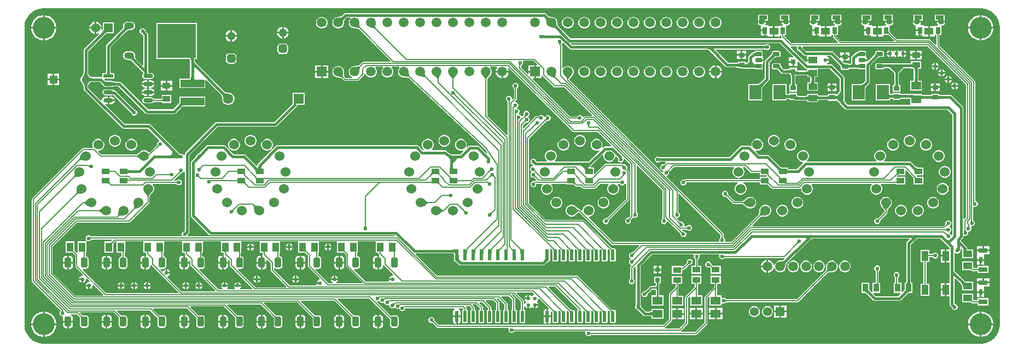
<source format=gtl>
G04*
G04 #@! TF.GenerationSoftware,Altium Limited,Altium Designer,25.5.2 (35)*
G04*
G04 Layer_Physical_Order=1*
G04 Layer_Color=255*
%FSLAX44Y44*%
%MOMM*%
G71*
G04*
G04 #@! TF.SameCoordinates,D9E2C172-A1AF-44C0-98D0-4809437D878E*
G04*
G04*
G04 #@! TF.FilePolarity,Positive*
G04*
G01*
G75*
%ADD11C,0.2540*%
%ADD15C,0.1520*%
G04:AMPARAMS|DCode=27|XSize=1.6mm|YSize=1mm|CornerRadius=0.25mm|HoleSize=0mm|Usage=FLASHONLY|Rotation=270.000|XOffset=0mm|YOffset=0mm|HoleType=Round|Shape=RoundedRectangle|*
%AMROUNDEDRECTD27*
21,1,1.6000,0.5000,0,0,270.0*
21,1,1.1000,1.0000,0,0,270.0*
1,1,0.5000,-0.2500,-0.5500*
1,1,0.5000,-0.2500,0.5500*
1,1,0.5000,0.2500,0.5500*
1,1,0.5000,0.2500,-0.5500*
%
%ADD27ROUNDEDRECTD27*%
%ADD28R,1.2621X0.8581*%
%ADD29R,1.5000X1.2500*%
G04:AMPARAMS|DCode=30|XSize=0.6mm|YSize=1mm|CornerRadius=0.051mm|HoleSize=0mm|Usage=FLASHONLY|Rotation=90.000|XOffset=0mm|YOffset=0mm|HoleType=Round|Shape=RoundedRectangle|*
%AMROUNDEDRECTD30*
21,1,0.6000,0.8980,0,0,90.0*
21,1,0.4980,1.0000,0,0,90.0*
1,1,0.1020,0.4490,0.2490*
1,1,0.1020,0.4490,-0.2490*
1,1,0.1020,-0.4490,-0.2490*
1,1,0.1020,-0.4490,0.2490*
%
%ADD30ROUNDEDRECTD30*%
%ADD31R,0.9000X0.7500*%
%ADD32R,1.2000X0.9000*%
%ADD33R,1.0000X1.5500*%
%ADD34R,1.2621X0.9546*%
%ADD35R,1.5562X1.2552*%
%ADD36R,1.4500X1.0500*%
%ADD37O,1.5240X0.6096*%
%ADD38R,1.5240X0.6096*%
%ADD39R,1.4000X0.8000*%
%ADD40R,0.6000X0.9000*%
%ADD41R,0.7000X0.7000*%
%ADD42R,0.9000X0.7500*%
%ADD43R,0.8000X0.8000*%
%ADD44R,0.8500X0.8000*%
%ADD45R,1.2062X0.9562*%
%ADD46R,1.0500X1.4500*%
%ADD47R,0.8500X1.3000*%
G04:AMPARAMS|DCode=48|XSize=1.77mm|YSize=0.59mm|CornerRadius=0.0738mm|HoleSize=0mm|Usage=FLASHONLY|Rotation=270.000|XOffset=0mm|YOffset=0mm|HoleType=Round|Shape=RoundedRectangle|*
%AMROUNDEDRECTD48*
21,1,1.7700,0.4425,0,0,270.0*
21,1,1.6225,0.5900,0,0,270.0*
1,1,0.1475,-0.2213,-0.8113*
1,1,0.1475,-0.2213,0.8113*
1,1,0.1475,0.2213,0.8113*
1,1,0.1475,0.2213,-0.8113*
%
%ADD48ROUNDEDRECTD48*%
%ADD49R,1.8545X2.2860*%
%ADD50R,1.3500X1.0000*%
%ADD51R,1.3500X1.0000*%
%ADD52R,3.7000X1.2000*%
G04:AMPARAMS|DCode=53|XSize=1mm|YSize=1.525mm|CornerRadius=0.5mm|HoleSize=0mm|Usage=FLASHONLY|Rotation=90.000|XOffset=0mm|YOffset=0mm|HoleType=Round|Shape=RoundedRectangle|*
%AMROUNDEDRECTD53*
21,1,1.0000,0.5250,0,0,90.0*
21,1,0.0000,1.5250,0,0,90.0*
1,1,1.0000,0.2625,0.0000*
1,1,1.0000,0.2625,0.0000*
1,1,1.0000,-0.2625,0.0000*
1,1,1.0000,-0.2625,0.0000*
%
%ADD53ROUNDEDRECTD53*%
%ADD70C,1.3900*%
%ADD71R,1.3900X1.3900*%
%ADD74C,1.3000*%
%ADD75R,1.3000X1.3000*%
%ADD80R,1.6000X1.6000*%
%ADD81C,1.6000*%
%ADD82C,0.8000*%
%ADD83R,0.7000X1.1000*%
%ADD84R,1.4000X1.1000*%
%ADD85R,6.0000X5.3000*%
%ADD86C,0.4000*%
%ADD87C,0.1524*%
%ADD88C,1.5240*%
%ADD89C,3.4000*%
%ADD90C,1.5000*%
%ADD91R,1.5000X1.5000*%
%ADD92C,1.4900*%
G04:AMPARAMS|DCode=93|XSize=1.3mm|YSize=1.3mm|CornerRadius=0.325mm|HoleSize=0mm|Usage=FLASHONLY|Rotation=270.000|XOffset=0mm|YOffset=0mm|HoleType=Round|Shape=RoundedRectangle|*
%AMROUNDEDRECTD93*
21,1,1.3000,0.6500,0,0,270.0*
21,1,0.6500,1.3000,0,0,270.0*
1,1,0.6500,-0.3250,-0.3250*
1,1,0.6500,-0.3250,0.3250*
1,1,0.6500,0.3250,0.3250*
1,1,0.6500,0.3250,-0.3250*
%
%ADD93ROUNDEDRECTD93*%
%ADD94C,0.6000*%
G36*
X1520000Y720000D02*
X1521966D01*
X1525865Y719487D01*
X1529664Y718469D01*
X1533297Y716964D01*
X1536703Y714998D01*
X1539823Y712604D01*
X1542604Y709823D01*
X1544998Y706703D01*
X1546964Y703297D01*
X1548469Y699664D01*
X1549487Y695865D01*
X1550000Y691966D01*
X1550000Y690000D01*
X1550000D01*
X1550000Y690000D01*
Y230000D01*
Y228034D01*
X1549487Y224135D01*
X1548469Y220336D01*
X1546964Y216703D01*
X1544998Y213297D01*
X1542604Y210177D01*
X1539823Y207396D01*
X1536703Y205002D01*
X1533297Y203036D01*
X1529664Y201531D01*
X1525865Y200513D01*
X1521966Y200000D01*
X1520000D01*
Y200000D01*
X70000Y200000D01*
X68034D01*
X64135Y200513D01*
X60336Y201531D01*
X56703Y203036D01*
X53297Y205002D01*
X50177Y207396D01*
X47396Y210177D01*
X45002Y213297D01*
X43036Y216703D01*
X41531Y220336D01*
X40513Y224135D01*
X40000Y228034D01*
Y230000D01*
X40000Y690000D01*
Y691966D01*
X40513Y695865D01*
X41531Y699664D01*
X43036Y703297D01*
X45002Y706703D01*
X47396Y709823D01*
X50177Y712604D01*
X53297Y714998D01*
X56703Y716964D01*
X60336Y718469D01*
X64135Y719487D01*
X68034Y720000D01*
X70000D01*
X70000Y720000D01*
X1520000Y720000D01*
D02*
G37*
%LPC*%
G36*
X1462500Y710645D02*
X1451000D01*
X1449837Y710163D01*
X1449355Y709000D01*
Y702500D01*
X1449837Y701337D01*
X1451000Y700855D01*
X1451581D01*
X1451646Y700770D01*
X1464930D01*
X1464594Y702024D01*
X1464145Y702802D01*
Y709000D01*
X1463663Y710163D01*
X1462500Y710645D01*
D02*
G37*
G36*
X1429000D02*
X1417500D01*
X1416337Y710163D01*
X1415855Y709000D01*
Y702802D01*
X1415406Y702024D01*
X1415070Y700770D01*
X1428354D01*
X1428419Y700855D01*
X1429000D01*
X1430163Y701337D01*
X1430645Y702500D01*
Y709000D01*
X1430163Y710163D01*
X1429000Y710645D01*
D02*
G37*
G36*
X1382500D02*
X1371000D01*
X1369837Y710163D01*
X1369355Y709000D01*
Y702500D01*
X1369837Y701337D01*
X1371000Y700855D01*
X1371581D01*
X1371646Y700770D01*
X1384930D01*
X1384594Y702024D01*
X1384145Y702802D01*
Y709000D01*
X1383663Y710163D01*
X1382500Y710645D01*
D02*
G37*
G36*
X1349000D02*
X1337500D01*
X1336337Y710163D01*
X1335855Y709000D01*
Y702802D01*
X1335406Y702024D01*
X1335070Y700770D01*
X1348354D01*
X1348419Y700855D01*
X1349000D01*
X1350163Y701337D01*
X1350645Y702500D01*
Y709000D01*
X1350163Y710163D01*
X1349000Y710645D01*
D02*
G37*
G36*
X1302500D02*
X1291000D01*
X1289837Y710163D01*
X1289355Y709000D01*
Y702500D01*
X1289837Y701337D01*
X1291000Y700855D01*
X1291581D01*
X1291646Y700770D01*
X1304930D01*
X1304594Y702024D01*
X1304145Y702802D01*
Y709000D01*
X1303663Y710163D01*
X1302500Y710645D01*
D02*
G37*
G36*
X1269000D02*
X1257500D01*
X1256337Y710163D01*
X1255855Y709000D01*
Y702802D01*
X1255406Y702024D01*
X1255070Y700770D01*
X1268354D01*
X1268419Y700855D01*
X1269000D01*
X1270163Y701337D01*
X1270645Y702500D01*
Y709000D01*
X1270163Y710163D01*
X1269000Y710645D01*
D02*
G37*
G36*
X1222500D02*
X1211000D01*
X1209837Y710163D01*
X1209355Y709000D01*
Y702500D01*
X1209837Y701337D01*
X1211000Y700855D01*
X1211581D01*
X1211646Y700770D01*
X1224930D01*
X1224594Y702024D01*
X1224145Y702802D01*
Y709000D01*
X1223663Y710163D01*
X1222500Y710645D01*
D02*
G37*
G36*
X1189000D02*
X1177500D01*
X1176337Y710163D01*
X1175855Y709000D01*
Y702802D01*
X1175406Y702024D01*
X1175070Y700770D01*
X1188354D01*
X1188419Y700855D01*
X1189000D01*
X1190163Y701337D01*
X1190645Y702500D01*
Y709000D01*
X1190163Y710163D01*
X1189000Y710645D01*
D02*
G37*
G36*
X151270Y699484D02*
Y691270D01*
X159485D01*
X158843Y693663D01*
X157594Y695827D01*
X155827Y697594D01*
X153663Y698843D01*
X151270Y699484D01*
D02*
G37*
G36*
X1521924Y709540D02*
X1521270D01*
Y691270D01*
X1539540D01*
Y691925D01*
X1538789Y695700D01*
X1537316Y699256D01*
X1535178Y702456D01*
X1532456Y705178D01*
X1529256Y707316D01*
X1525700Y708789D01*
X1521924Y709540D01*
D02*
G37*
G36*
X1518730D02*
X1518076D01*
X1514300Y708789D01*
X1510744Y707316D01*
X1507544Y705178D01*
X1504822Y702456D01*
X1502684Y699256D01*
X1501211Y695700D01*
X1500460Y691925D01*
Y691270D01*
X1518730D01*
Y709540D01*
D02*
G37*
G36*
X71925D02*
X71270D01*
Y691270D01*
X89540D01*
Y691925D01*
X88789Y695700D01*
X87316Y699256D01*
X85178Y702456D01*
X82456Y705178D01*
X79256Y707316D01*
X75700Y708789D01*
X71925Y709540D01*
D02*
G37*
G36*
X68730D02*
X68075D01*
X64300Y708789D01*
X60744Y707316D01*
X57544Y705178D01*
X54822Y702456D01*
X52684Y699256D01*
X51211Y695700D01*
X50460Y691925D01*
Y691270D01*
X68730D01*
Y709540D01*
D02*
G37*
G36*
X148730Y699484D02*
X146337Y698843D01*
X144173Y697594D01*
X142406Y695827D01*
X141157Y693663D01*
X140515Y691270D01*
X148730D01*
Y699484D01*
D02*
G37*
G36*
X1110900Y707010D02*
X1108525D01*
X1106231Y706396D01*
X1104174Y705208D01*
X1102495Y703529D01*
X1101307Y701472D01*
X1100693Y699178D01*
Y696803D01*
X1101307Y694509D01*
X1102495Y692452D01*
X1104174Y690773D01*
X1106231Y689585D01*
X1108525Y688971D01*
X1110900D01*
X1113194Y689585D01*
X1115251Y690773D01*
X1116930Y692452D01*
X1118118Y694509D01*
X1118733Y696803D01*
Y699178D01*
X1118118Y701472D01*
X1116930Y703529D01*
X1115251Y705208D01*
X1113194Y706396D01*
X1110900Y707010D01*
D02*
G37*
G36*
X1085500D02*
X1083125D01*
X1080831Y706396D01*
X1078774Y705208D01*
X1077095Y703529D01*
X1075907Y701472D01*
X1075293Y699178D01*
Y696803D01*
X1075907Y694509D01*
X1077095Y692452D01*
X1078774Y690773D01*
X1080831Y689585D01*
X1083125Y688971D01*
X1085500D01*
X1087794Y689585D01*
X1089851Y690773D01*
X1091530Y692452D01*
X1092718Y694509D01*
X1093333Y696803D01*
Y699178D01*
X1092718Y701472D01*
X1091530Y703529D01*
X1089851Y705208D01*
X1087794Y706396D01*
X1085500Y707010D01*
D02*
G37*
G36*
X1060100D02*
X1057725D01*
X1055431Y706396D01*
X1053374Y705208D01*
X1051695Y703529D01*
X1050507Y701472D01*
X1049893Y699178D01*
Y696803D01*
X1050507Y694509D01*
X1051695Y692452D01*
X1053374Y690773D01*
X1055431Y689585D01*
X1057725Y688971D01*
X1060100D01*
X1062394Y689585D01*
X1064451Y690773D01*
X1066130Y692452D01*
X1067318Y694509D01*
X1067933Y696803D01*
Y699178D01*
X1067318Y701472D01*
X1066130Y703529D01*
X1064451Y705208D01*
X1062394Y706396D01*
X1060100Y707010D01*
D02*
G37*
G36*
X1034700D02*
X1032325D01*
X1030031Y706396D01*
X1027974Y705208D01*
X1026295Y703529D01*
X1025107Y701472D01*
X1024493Y699178D01*
Y696803D01*
X1025107Y694509D01*
X1026295Y692452D01*
X1027974Y690773D01*
X1030031Y689585D01*
X1032325Y688971D01*
X1034700D01*
X1036994Y689585D01*
X1039051Y690773D01*
X1040730Y692452D01*
X1041918Y694509D01*
X1042533Y696803D01*
Y699178D01*
X1041918Y701472D01*
X1040730Y703529D01*
X1039051Y705208D01*
X1036994Y706396D01*
X1034700Y707010D01*
D02*
G37*
G36*
X1009300D02*
X1006925D01*
X1004631Y706396D01*
X1002574Y705208D01*
X1000895Y703529D01*
X999707Y701472D01*
X999093Y699178D01*
Y696803D01*
X999707Y694509D01*
X1000895Y692452D01*
X1002574Y690773D01*
X1004631Y689585D01*
X1006925Y688971D01*
X1009300D01*
X1011594Y689585D01*
X1013651Y690773D01*
X1015330Y692452D01*
X1016518Y694509D01*
X1017133Y696803D01*
Y699178D01*
X1016518Y701472D01*
X1015330Y703529D01*
X1013651Y705208D01*
X1011594Y706396D01*
X1009300Y707010D01*
D02*
G37*
G36*
X983900D02*
X981525D01*
X979231Y706396D01*
X977174Y705208D01*
X975495Y703529D01*
X974307Y701472D01*
X973693Y699178D01*
Y696803D01*
X974307Y694509D01*
X975495Y692452D01*
X977174Y690773D01*
X979231Y689585D01*
X981525Y688971D01*
X983900D01*
X986194Y689585D01*
X988251Y690773D01*
X989930Y692452D01*
X991118Y694509D01*
X991733Y696803D01*
Y699178D01*
X991118Y701472D01*
X989930Y703529D01*
X988251Y705208D01*
X986194Y706396D01*
X983900Y707010D01*
D02*
G37*
G36*
X958500D02*
X956125D01*
X953831Y706396D01*
X951774Y705208D01*
X950095Y703529D01*
X948907Y701472D01*
X948293Y699178D01*
Y696803D01*
X948907Y694509D01*
X950095Y692452D01*
X951774Y690773D01*
X953831Y689585D01*
X956125Y688971D01*
X958500D01*
X960794Y689585D01*
X962851Y690773D01*
X964530Y692452D01*
X965718Y694509D01*
X966333Y696803D01*
Y699178D01*
X965718Y701472D01*
X964530Y703529D01*
X962851Y705208D01*
X960794Y706396D01*
X958500Y707010D01*
D02*
G37*
G36*
X933100D02*
X930725D01*
X928431Y706396D01*
X926374Y705208D01*
X924695Y703529D01*
X923507Y701472D01*
X922893Y699178D01*
Y696803D01*
X923507Y694509D01*
X924695Y692452D01*
X926374Y690773D01*
X928431Y689585D01*
X930725Y688971D01*
X933100D01*
X935394Y689585D01*
X937451Y690773D01*
X939130Y692452D01*
X940318Y694509D01*
X940933Y696803D01*
Y699178D01*
X940318Y701472D01*
X939130Y703529D01*
X937451Y705208D01*
X935394Y706396D01*
X933100Y707010D01*
D02*
G37*
G36*
X907700D02*
X905325D01*
X903031Y706396D01*
X900974Y705208D01*
X899295Y703529D01*
X898107Y701472D01*
X897493Y699178D01*
Y696803D01*
X898107Y694509D01*
X899295Y692452D01*
X900974Y690773D01*
X903031Y689585D01*
X905325Y688971D01*
X907700D01*
X909994Y689585D01*
X912051Y690773D01*
X913730Y692452D01*
X914918Y694509D01*
X915533Y696803D01*
Y699178D01*
X914918Y701472D01*
X913730Y703529D01*
X912051Y705208D01*
X909994Y706396D01*
X907700Y707010D01*
D02*
G37*
G36*
X882300D02*
X879925D01*
X877631Y706396D01*
X875574Y705208D01*
X873895Y703529D01*
X872707Y701472D01*
X872093Y699178D01*
Y696803D01*
X872707Y694509D01*
X873895Y692452D01*
X875574Y690773D01*
X877631Y689585D01*
X879925Y688971D01*
X882300D01*
X884594Y689585D01*
X886651Y690773D01*
X888330Y692452D01*
X889518Y694509D01*
X890133Y696803D01*
Y699178D01*
X889518Y701472D01*
X888330Y703529D01*
X886651Y705208D01*
X884594Y706396D01*
X882300Y707010D01*
D02*
G37*
G36*
X501500D02*
X499125D01*
X496831Y706396D01*
X494774Y705208D01*
X493095Y703529D01*
X491907Y701472D01*
X491293Y699178D01*
Y696803D01*
X491907Y694509D01*
X493095Y692452D01*
X494774Y690773D01*
X496831Y689585D01*
X499125Y688971D01*
X501500D01*
X503794Y689585D01*
X505851Y690773D01*
X507530Y692452D01*
X508718Y694509D01*
X509333Y696803D01*
Y699178D01*
X508718Y701472D01*
X507530Y703529D01*
X505851Y705208D01*
X503794Y706396D01*
X501500Y707010D01*
D02*
G37*
G36*
X441283Y691409D02*
Y683661D01*
X449031D01*
X448437Y685880D01*
X447246Y687941D01*
X445563Y689624D01*
X443502Y690815D01*
X441283Y691409D01*
D02*
G37*
G36*
X438743D02*
X436523Y690815D01*
X434462Y689624D01*
X432779Y687941D01*
X431589Y685880D01*
X430994Y683661D01*
X438743D01*
Y691409D01*
D02*
G37*
G36*
X148730Y688730D02*
X140515D01*
X141157Y686337D01*
X142406Y684173D01*
X144173Y682406D01*
X146337Y681157D01*
X148730Y680516D01*
Y688730D01*
D02*
G37*
G36*
X361283Y686409D02*
Y678661D01*
X369031D01*
X368437Y680880D01*
X367246Y682941D01*
X365563Y684624D01*
X363502Y685815D01*
X361283Y686409D01*
D02*
G37*
G36*
X358743Y686409D02*
X356523Y685815D01*
X354462Y684624D01*
X352779Y682941D01*
X351589Y680880D01*
X350994Y678661D01*
X358743D01*
Y686409D01*
D02*
G37*
G36*
X1424730Y684730D02*
X1419960D01*
Y677960D01*
X1424730D01*
Y684730D01*
D02*
G37*
G36*
X1344730Y684730D02*
X1339960D01*
Y677960D01*
X1344730D01*
Y684730D01*
D02*
G37*
G36*
X1264730Y684730D02*
X1259960D01*
Y677960D01*
X1264730D01*
Y684730D01*
D02*
G37*
G36*
X1184730Y684730D02*
X1179960D01*
Y677960D01*
X1184730D01*
Y684730D01*
D02*
G37*
G36*
X1427930Y698230D02*
X1415070D01*
X1415406Y696976D01*
X1415855Y696198D01*
Y695500D01*
X1416337Y694337D01*
X1417500Y693855D01*
X1418198D01*
X1418976Y693406D01*
X1419960Y693142D01*
Y687270D01*
X1426000D01*
Y686000D01*
X1427270D01*
Y677960D01*
X1430460D01*
Y676460D01*
X1438730D01*
Y684500D01*
Y692540D01*
X1432040D01*
Y694040D01*
X1427439D01*
X1426862Y695221D01*
X1426777Y695560D01*
X1427594Y696976D01*
X1427930Y698230D01*
D02*
G37*
G36*
X1347930D02*
X1335070D01*
X1335406Y696976D01*
X1335855Y696198D01*
Y695500D01*
X1336337Y694337D01*
X1337500Y693855D01*
X1338198D01*
X1338976Y693406D01*
X1339960Y693142D01*
Y687270D01*
X1346000D01*
Y686000D01*
X1347270D01*
Y677960D01*
X1350460D01*
Y676460D01*
X1358730D01*
Y684500D01*
Y692540D01*
X1352040D01*
Y694040D01*
X1347439D01*
X1346862Y695221D01*
X1346777Y695560D01*
X1347594Y696976D01*
X1347930Y698230D01*
D02*
G37*
G36*
X1267930D02*
X1255070D01*
X1255406Y696976D01*
X1255855Y696198D01*
Y695500D01*
X1256337Y694337D01*
X1257500Y693855D01*
X1258198D01*
X1258976Y693406D01*
X1259960Y693142D01*
Y687270D01*
X1266000D01*
Y686000D01*
X1267270D01*
Y677960D01*
X1270460D01*
Y676460D01*
X1278730D01*
Y684500D01*
Y692540D01*
X1272040D01*
Y694040D01*
X1267439D01*
X1266862Y695221D01*
X1266777Y695560D01*
X1267594Y696976D01*
X1267930Y698230D01*
D02*
G37*
G36*
X1187930D02*
X1175070D01*
X1175406Y696976D01*
X1175855Y696198D01*
Y695500D01*
X1176337Y694337D01*
X1177500Y693855D01*
X1178198D01*
X1178976Y693406D01*
X1179960Y693142D01*
Y687270D01*
X1186000D01*
Y686000D01*
X1187270D01*
Y677960D01*
X1190460D01*
Y676460D01*
X1198730D01*
Y684500D01*
Y692540D01*
X1192040D01*
Y694040D01*
X1187439D01*
X1186862Y695221D01*
X1186777Y695560D01*
X1187594Y696976D01*
X1187930Y698230D01*
D02*
G37*
G36*
X449031Y681121D02*
X441283D01*
Y673372D01*
X443502Y673967D01*
X445563Y675157D01*
X447246Y676840D01*
X448437Y678901D01*
X449031Y681121D01*
D02*
G37*
G36*
X438743D02*
X430994D01*
X431589Y678901D01*
X432779Y676840D01*
X434462Y675157D01*
X436523Y673967D01*
X438743Y673372D01*
Y681121D01*
D02*
G37*
G36*
X1539540Y688730D02*
X1521270D01*
Y670460D01*
X1521924D01*
X1525700Y671211D01*
X1529256Y672684D01*
X1532456Y674822D01*
X1535178Y677544D01*
X1537316Y680744D01*
X1538789Y684300D01*
X1539540Y688075D01*
Y688730D01*
D02*
G37*
G36*
X1518730D02*
X1500460D01*
Y688075D01*
X1501211Y684300D01*
X1502684Y680744D01*
X1504822Y677544D01*
X1507544Y674822D01*
X1510744Y672684D01*
X1514300Y671211D01*
X1518076Y670460D01*
X1518730D01*
Y688730D01*
D02*
G37*
G36*
X89540D02*
X71270D01*
Y670460D01*
X71925D01*
X75700Y671211D01*
X79256Y672684D01*
X82456Y674822D01*
X85178Y677544D01*
X87316Y680744D01*
X88789Y684300D01*
X89540Y688075D01*
Y688730D01*
D02*
G37*
G36*
X68730D02*
X50460D01*
Y688075D01*
X51211Y684300D01*
X52684Y680744D01*
X54822Y677544D01*
X57544Y674822D01*
X60744Y672684D01*
X64300Y671211D01*
X68075Y670460D01*
X68730D01*
Y688730D01*
D02*
G37*
G36*
X358743Y676121D02*
X350994D01*
X351589Y673901D01*
X352779Y671840D01*
X354462Y670157D01*
X356523Y668967D01*
X358743Y668372D01*
Y676121D01*
D02*
G37*
G36*
X369031D02*
X361283D01*
Y668372D01*
X363502Y668967D01*
X365563Y670157D01*
X367246Y671840D01*
X368437Y673901D01*
X369031Y676121D01*
D02*
G37*
G36*
X443263Y665504D02*
X436763D01*
X434902Y665134D01*
X433324Y664080D01*
X432269Y662502D01*
X431899Y660641D01*
Y654141D01*
X432269Y652279D01*
X433324Y650702D01*
X434902Y649647D01*
X436763Y649277D01*
X443263D01*
X445124Y649647D01*
X446702Y650702D01*
X447756Y652279D01*
X448126Y654141D01*
Y660641D01*
X447756Y662502D01*
X446702Y664080D01*
X445124Y665134D01*
X443263Y665504D01*
D02*
G37*
G36*
X363263Y650504D02*
X356763D01*
X354901Y650134D01*
X353324Y649080D01*
X352269Y647502D01*
X351899Y645641D01*
Y639141D01*
X352269Y637279D01*
X353324Y635702D01*
X354901Y634647D01*
X356763Y634277D01*
X363263D01*
X365124Y634647D01*
X366702Y635702D01*
X367756Y637279D01*
X368126Y639141D01*
Y645641D01*
X367756Y647502D01*
X366702Y649080D01*
X365124Y650134D01*
X363263Y650504D01*
D02*
G37*
G36*
X223867Y688971D02*
X222069D01*
X220407Y688283D01*
X219136Y687011D01*
X218448Y685350D01*
Y683552D01*
X219136Y681891D01*
X220407Y680619D01*
X222069Y679931D01*
X222227D01*
X223307Y678960D01*
X223425Y678918D01*
X224112Y678231D01*
Y632459D01*
X222708Y631878D01*
X212607Y641979D01*
X212558Y642106D01*
X212115Y642574D01*
X211772Y642987D01*
X211497Y643373D01*
X211285Y643729D01*
X211133Y644052D01*
X211035Y644340D01*
X210981Y644595D01*
X210965Y644824D01*
X210979Y645038D01*
X211049Y645362D01*
X211028Y645476D01*
X211214Y646891D01*
X210990Y648593D01*
X210333Y650179D01*
X209288Y651541D01*
X207926Y652586D01*
X206340Y653243D01*
X204638Y653467D01*
X199388D01*
X197686Y653243D01*
X196099Y652586D01*
X194737Y651541D01*
X193692Y650179D01*
X193036Y648593D01*
X192811Y646891D01*
X193036Y645189D01*
X193692Y643602D01*
X194737Y642240D01*
X196099Y641195D01*
X197686Y640538D01*
X199388Y640314D01*
X201797D01*
X201857Y640285D01*
X202343Y640256D01*
X202752Y640191D01*
X203170Y640084D01*
X203599Y639931D01*
X204041Y639730D01*
X204496Y639478D01*
X204964Y639172D01*
X205444Y638811D01*
X205936Y638393D01*
X206466Y637889D01*
X206594Y637840D01*
X223956Y620478D01*
X223951Y620413D01*
X223878Y619956D01*
X223785Y619529D01*
X223676Y619151D01*
X223554Y618824D01*
X223424Y618545D01*
X223287Y618312D01*
X223093Y618048D01*
X223088Y618026D01*
X223068Y618013D01*
X223005Y617722D01*
X222638Y617173D01*
X222283Y615391D01*
X222638Y613608D01*
X223647Y612097D01*
X225159Y611088D01*
X226941Y610733D01*
X236085D01*
X237867Y611088D01*
X239378Y612097D01*
X240388Y613608D01*
X240742Y615391D01*
X240388Y617173D01*
X239378Y618684D01*
X237867Y619693D01*
X236085Y620048D01*
X231741D01*
X231676Y620156D01*
X231583Y620383D01*
X231491Y620729D01*
X231414Y621189D01*
X231364Y621756D01*
X231346Y622466D01*
X231330Y622500D01*
X231342Y622535D01*
X231290Y622640D01*
Y679718D01*
X231017Y681091D01*
X230239Y682256D01*
X228458Y684036D01*
X228403Y684171D01*
X228173Y684402D01*
X227505Y685102D01*
X227488Y685122D01*
Y685350D01*
X226800Y687011D01*
X225528Y688283D01*
X223867Y688971D01*
D02*
G37*
G36*
X510353Y631830D02*
X501583D01*
Y623061D01*
X510353D01*
Y631830D01*
D02*
G37*
G36*
X499043D02*
X490273D01*
Y623061D01*
X499043D01*
Y631830D01*
D02*
G37*
G36*
X844403Y712889D02*
X537023D01*
X535649Y712616D01*
X534485Y711838D01*
X531608Y708961D01*
X531489Y708919D01*
X531077Y708547D01*
X530689Y708262D01*
X530259Y708007D01*
X529782Y707781D01*
X529254Y707585D01*
X528674Y707422D01*
X528039Y707293D01*
X527349Y707202D01*
X526603Y707148D01*
X525762Y707135D01*
X525474Y707010D01*
X524525D01*
X522231Y706396D01*
X520174Y705208D01*
X518495Y703529D01*
X517307Y701472D01*
X516693Y699178D01*
Y696803D01*
X517307Y694509D01*
X518495Y692452D01*
X520174Y690773D01*
X522231Y689585D01*
X524525Y688971D01*
X526900D01*
X529194Y689585D01*
X531251Y690773D01*
X532930Y692452D01*
X534118Y694509D01*
X534733Y696803D01*
Y697752D01*
X534857Y698040D01*
X534870Y698881D01*
X534924Y699627D01*
X535015Y700317D01*
X535144Y700952D01*
X535307Y701532D01*
X535503Y702060D01*
X535729Y702537D01*
X535984Y702967D01*
X536269Y703355D01*
X536641Y703767D01*
X536684Y703886D01*
X538509Y705712D01*
X543928D01*
X544557Y704192D01*
X543895Y703529D01*
X542707Y701472D01*
X542093Y699178D01*
Y696803D01*
X542707Y694509D01*
X543895Y692452D01*
X545574Y690773D01*
X547631Y689585D01*
X549925Y688971D01*
X550884D01*
X551183Y688846D01*
X552369Y688842D01*
X553415Y688808D01*
X555259Y688648D01*
X555981Y688532D01*
X556606Y688391D01*
X557110Y688236D01*
X557486Y688078D01*
X557732Y687935D01*
X557988Y687725D01*
X558136Y687680D01*
X607292Y638523D01*
X606711Y637119D01*
X564117D01*
X563227Y636942D01*
X562473Y636438D01*
X562473Y636438D01*
X558136Y632102D01*
X557988Y632056D01*
X557732Y631846D01*
X557486Y631703D01*
X557110Y631545D01*
X556606Y631390D01*
X555981Y631249D01*
X555275Y631136D01*
X552340Y630939D01*
X551183Y630935D01*
X550884Y630811D01*
X549925D01*
X547631Y630196D01*
X545574Y629008D01*
X543895Y627329D01*
X542707Y625272D01*
X542093Y622978D01*
Y620603D01*
X542707Y618309D01*
X543895Y616252D01*
X545574Y614573D01*
X547189Y613641D01*
X546782Y612121D01*
X537248D01*
X535364Y614004D01*
X535331Y614130D01*
X535299Y614148D01*
X535289Y614183D01*
X535057Y614463D01*
X534917Y614708D01*
X534779Y615058D01*
X534658Y615519D01*
X534566Y616091D01*
X534513Y616770D01*
X534503Y617532D01*
X534629Y619424D01*
X534766Y620502D01*
X534733Y620626D01*
Y622978D01*
X534118Y625272D01*
X532930Y627329D01*
X531251Y629008D01*
X529194Y630196D01*
X526900Y630811D01*
X524525D01*
X522231Y630196D01*
X520174Y629008D01*
X518495Y627329D01*
X517307Y625272D01*
X516693Y622978D01*
Y620603D01*
X517307Y618309D01*
X518495Y616252D01*
X520174Y614573D01*
X522231Y613385D01*
X524424Y612798D01*
X524560Y612718D01*
X524562Y612719D01*
X524562Y612718D01*
X525827Y612548D01*
X528008Y612187D01*
X529732Y611799D01*
X530384Y611608D01*
X530919Y611417D01*
X531310Y611242D01*
X531546Y611105D01*
X531762Y610929D01*
X531907Y610886D01*
X534641Y608152D01*
X534641Y608152D01*
X535395Y607648D01*
X536285Y607471D01*
X536285Y607471D01*
X555601D01*
X555601Y607471D01*
X556490Y607648D01*
X557245Y608152D01*
X565548Y616456D01*
X565548Y616456D01*
X566052Y617210D01*
X566229Y618100D01*
X566379Y618888D01*
X567937Y618946D01*
X568107Y618309D01*
X569295Y616252D01*
X570974Y614573D01*
X573031Y613385D01*
X575325Y612771D01*
X577700D01*
X579994Y613385D01*
X582051Y614573D01*
X583730Y616252D01*
X584918Y618309D01*
X585533Y620603D01*
Y622978D01*
X584918Y625272D01*
X583730Y627329D01*
X583150Y627910D01*
X583779Y629430D01*
X594646D01*
X595276Y627910D01*
X594695Y627329D01*
X593507Y625272D01*
X592893Y622978D01*
Y620603D01*
X593507Y618309D01*
X594695Y616252D01*
X596374Y614573D01*
X598431Y613385D01*
X600725Y612771D01*
X603100D01*
X605394Y613385D01*
X607451Y614573D01*
X609130Y616252D01*
X610318Y618309D01*
X610933Y620603D01*
Y622978D01*
X610318Y625272D01*
X609130Y627329D01*
X608550Y627910D01*
X609179Y629430D01*
X620046D01*
X620676Y627910D01*
X620095Y627329D01*
X618907Y625272D01*
X618293Y622978D01*
Y620603D01*
X618907Y618309D01*
X620095Y616252D01*
X621774Y614573D01*
X623831Y613385D01*
X626125Y612771D01*
X627381D01*
X627690Y612653D01*
X628876Y612690D01*
X629923Y612691D01*
X631771Y612593D01*
X632497Y612501D01*
X633126Y612382D01*
X633634Y612244D01*
X634016Y612098D01*
X634267Y611963D01*
X634529Y611762D01*
X634679Y611722D01*
X748884Y504958D01*
X752914Y500928D01*
X756260Y495996D01*
X755083Y495023D01*
X743913Y506192D01*
X742749Y506970D01*
X741376Y507243D01*
X729628D01*
X729628Y507243D01*
X728255Y506970D01*
X727091Y506192D01*
X725526Y504627D01*
X724192Y505443D01*
X724713Y507387D01*
Y509794D01*
X724090Y512118D01*
X722886Y514203D01*
X721185Y515904D01*
X719100Y517108D01*
X716776Y517730D01*
X714369D01*
X712045Y517108D01*
X709960Y515904D01*
X708259Y514203D01*
X707056Y512118D01*
X706433Y509794D01*
Y507387D01*
X707056Y505063D01*
X708259Y502978D01*
X709960Y501277D01*
X712045Y500073D01*
X714369Y499450D01*
X716776D01*
X718720Y499972D01*
X719536Y498638D01*
X714488Y493589D01*
X702881D01*
X702761Y493644D01*
X702034Y493670D01*
X701394Y493741D01*
X700780Y493858D01*
X700192Y494021D01*
X699625Y494228D01*
X699077Y494483D01*
X698546Y494784D01*
X698029Y495135D01*
X697526Y495537D01*
X696994Y496033D01*
X696870Y496079D01*
X696843Y496106D01*
X696777Y496204D01*
X696738Y496211D01*
X693996Y498952D01*
X692832Y499730D01*
X691459Y500004D01*
X670858D01*
X670546Y500505D01*
X670312Y501524D01*
X671766Y502978D01*
X672970Y505063D01*
X673593Y507387D01*
Y509794D01*
X672970Y512118D01*
X671766Y514203D01*
X670065Y515904D01*
X667980Y517108D01*
X665656Y517730D01*
X663249D01*
X660925Y517108D01*
X658840Y515904D01*
X657139Y514203D01*
X655936Y512118D01*
X655313Y509794D01*
Y507387D01*
X655936Y505063D01*
X657139Y502978D01*
X658591Y501527D01*
X658149Y500188D01*
X656637Y500086D01*
X649594Y507130D01*
X648429Y507907D01*
X647056Y508181D01*
X431823D01*
X430450Y507907D01*
X429286Y507130D01*
X429286Y507130D01*
X401475Y479319D01*
X400697Y478154D01*
X400424Y476781D01*
Y476367D01*
X399072Y475672D01*
X398854Y475706D01*
X398830Y475714D01*
X382010Y492534D01*
X380846Y493312D01*
X379472Y493585D01*
X363830D01*
X350655Y506760D01*
X349490Y507538D01*
X348117Y507811D01*
X324344D01*
X322971Y507538D01*
X321806Y506760D01*
X310427Y495381D01*
X310292Y495326D01*
X310061Y495096D01*
X309361Y494428D01*
X309341Y494411D01*
X309114D01*
X307452Y493722D01*
X306181Y492451D01*
X305493Y490790D01*
Y490631D01*
X304521Y489551D01*
X304480Y489433D01*
X298665Y483618D01*
X297887Y482454D01*
X297614Y481081D01*
Y398797D01*
X297887Y397424D01*
X298665Y396260D01*
X325575Y369350D01*
X326739Y368572D01*
X328113Y368298D01*
X613130D01*
X613430Y367879D01*
X612649Y366359D01*
X293159D01*
X292265Y367879D01*
X292652Y368811D01*
Y368970D01*
X293623Y370050D01*
X293665Y370168D01*
X294357Y370861D01*
X295135Y372025D01*
X295408Y373398D01*
Y492403D01*
X339307Y536302D01*
X428081D01*
X429454Y536575D01*
X430618Y537353D01*
X460930Y567665D01*
X461708Y568829D01*
X461982Y570202D01*
X463447Y570371D01*
X473913D01*
Y589411D01*
X454873D01*
Y574237D01*
X454804Y573890D01*
Y571689D01*
X426594Y543479D01*
X337821D01*
X336447Y543206D01*
X335283Y542428D01*
X335283Y542428D01*
X289282Y496427D01*
X288504Y495263D01*
X288231Y493889D01*
Y492688D01*
X286711Y492385D01*
X286683Y492451D01*
X285412Y493722D01*
X283751Y494411D01*
X281952D01*
X280974Y494005D01*
X235230Y539748D01*
X234066Y540527D01*
X232692Y540800D01*
X194690D01*
X165228Y570261D01*
X165946Y571693D01*
X168743D01*
Y577391D01*
Y583088D01*
X165441D01*
X163260Y582654D01*
X161412Y581419D01*
X160177Y579571D01*
X159827Y577812D01*
X158364Y577125D01*
X138602Y596888D01*
Y599617D01*
X138656Y599734D01*
X138679Y600245D01*
X138736Y600676D01*
X138831Y601100D01*
X138966Y601520D01*
X139142Y601940D01*
X139361Y602362D01*
X139625Y602786D01*
X139938Y603213D01*
X140301Y603642D01*
X140749Y604109D01*
X140762Y604141D01*
X140794Y604154D01*
X141261Y604602D01*
X141690Y604965D01*
X142117Y605278D01*
X142541Y605543D01*
X142963Y605762D01*
X143383Y605937D01*
X143804Y606072D01*
X144228Y606167D01*
X144658Y606225D01*
X145169Y606247D01*
X145286Y606302D01*
X156954D01*
X158347Y604909D01*
X158393Y604784D01*
X159703Y603376D01*
X160006Y603006D01*
X160551Y602259D01*
X160736Y601962D01*
X160886Y601685D01*
X160994Y601447D01*
X161090Y601178D01*
X161134Y601129D01*
X161138Y601108D01*
X161296Y600872D01*
X161334Y600729D01*
X161427Y600675D01*
X162148Y599597D01*
X163659Y598588D01*
X165441Y598233D01*
X174585D01*
X175713Y598457D01*
X175745Y598444D01*
X175837Y598482D01*
X176367Y598588D01*
X176385Y598600D01*
X176450Y598603D01*
X176709Y598726D01*
X176953Y598817D01*
X177234Y598900D01*
X178047Y599067D01*
X178466Y599124D01*
X180210Y599238D01*
X180866Y599245D01*
X180997Y599302D01*
X185526D01*
X227475Y557353D01*
X228639Y556575D01*
X230013Y556302D01*
X271513D01*
X272886Y556575D01*
X274050Y557353D01*
X282549Y565851D01*
X282677Y565900D01*
X283210Y566407D01*
X283703Y566827D01*
X284186Y567190D01*
X284656Y567498D01*
X285113Y567751D01*
X285556Y567953D01*
X285986Y568107D01*
X286404Y568215D01*
X286813Y568280D01*
X287299Y568309D01*
X287425Y568371D01*
X320033D01*
Y583411D01*
X279993D01*
Y575803D01*
X279931Y575677D01*
X279902Y575191D01*
X279837Y574782D01*
X279729Y574364D01*
X279576Y573934D01*
X279374Y573491D01*
X279120Y573034D01*
X278813Y572564D01*
X278450Y572082D01*
X278029Y571588D01*
X277522Y571055D01*
X277473Y570926D01*
X270026Y563479D01*
X231499D01*
X189550Y605428D01*
X188386Y606206D01*
X187013Y606479D01*
X181028D01*
X180907Y606535D01*
X178985Y606605D01*
X178510Y606651D01*
X177596Y606795D01*
X177255Y606875D01*
X176953Y606964D01*
X176709Y607056D01*
X176450Y607178D01*
X176385Y607182D01*
X176367Y607193D01*
X175837Y607299D01*
X175745Y607337D01*
X175713Y607324D01*
X174585Y607548D01*
X167938D01*
X167678Y607564D01*
X167269Y607628D01*
X166851Y607736D01*
X166423Y607888D01*
X165981Y608089D01*
X165527Y608340D01*
X165059Y608645D01*
X164580Y609005D01*
X164231Y609302D01*
X164258Y609743D01*
X164823Y610823D01*
X179153D01*
Y619959D01*
X174303D01*
X174210Y620011D01*
X174055Y620030D01*
X173988Y620141D01*
X173895Y620368D01*
X173803Y620714D01*
X173726Y621174D01*
X173676Y621742D01*
X173657Y622451D01*
X173602Y622576D01*
Y660010D01*
X197431Y683840D01*
X197559Y683889D01*
X198090Y684393D01*
X198581Y684811D01*
X199061Y685172D01*
X199530Y685478D01*
X199984Y685730D01*
X200427Y685931D01*
X200855Y686084D01*
X201273Y686191D01*
X201682Y686256D01*
X202168Y686285D01*
X202228Y686314D01*
X204638D01*
X206340Y686538D01*
X207926Y687195D01*
X209288Y688240D01*
X210333Y689602D01*
X210990Y691189D01*
X211214Y692890D01*
X210990Y694593D01*
X210333Y696179D01*
X209288Y697541D01*
X207926Y698586D01*
X206340Y699243D01*
X204638Y699467D01*
X199388D01*
X197686Y699243D01*
X196099Y698586D01*
X194737Y697541D01*
X193692Y696179D01*
X193036Y694593D01*
X192811Y692890D01*
X192998Y691476D01*
X192977Y691362D01*
X193046Y691038D01*
X193061Y690824D01*
X193044Y690595D01*
X192990Y690340D01*
X192892Y690052D01*
X192740Y689729D01*
X192529Y689373D01*
X192253Y688987D01*
X191910Y688574D01*
X191467Y688106D01*
X191419Y687979D01*
X167475Y664035D01*
X166697Y662870D01*
X166424Y661497D01*
Y622576D01*
X166368Y622451D01*
X166350Y621742D01*
X166299Y621174D01*
X166223Y620714D01*
X166130Y620368D01*
X166038Y620141D01*
X165970Y620030D01*
X165816Y620011D01*
X165723Y619959D01*
X160873D01*
Y614188D01*
X159353Y613298D01*
X158441Y613479D01*
X145286D01*
X145169Y613534D01*
X144658Y613557D01*
X144227Y613614D01*
X143803Y613709D01*
X143383Y613844D01*
X142963Y614020D01*
X142541Y614239D01*
X142117Y614503D01*
X141690Y614816D01*
X141261Y615179D01*
X140794Y615627D01*
X140762Y615640D01*
X140749Y615672D01*
X140301Y616139D01*
X139938Y616568D01*
X139625Y616995D01*
X139361Y617419D01*
X139142Y617841D01*
X138966Y618261D01*
X138831Y618681D01*
X138736Y619105D01*
X138679Y619536D01*
X138656Y620047D01*
X138602Y620164D01*
Y653526D01*
X164086Y679010D01*
X164214Y679059D01*
X164747Y679566D01*
X165239Y679984D01*
X165721Y680345D01*
X166189Y680650D01*
X166644Y680900D01*
X167085Y681098D01*
X167512Y681248D01*
X167928Y681352D01*
X168335Y681413D01*
X168820Y681437D01*
X169015Y681530D01*
X178470D01*
Y698470D01*
X161530D01*
Y689015D01*
X161437Y688820D01*
X161413Y688335D01*
X161352Y687928D01*
X161248Y687512D01*
X161099Y687085D01*
X160900Y686644D01*
X160779Y686424D01*
X160377Y686187D01*
X160099Y686290D01*
X159140Y687445D01*
X159485Y688730D01*
X151270D01*
Y680516D01*
X153663Y681157D01*
X154298Y681524D01*
X155232Y680307D01*
X132475Y657550D01*
X131697Y656386D01*
X131424Y655013D01*
Y620164D01*
X131369Y620047D01*
X131347Y619536D01*
X131289Y619105D01*
X131194Y618681D01*
X131059Y618261D01*
X130884Y617841D01*
X130665Y617419D01*
X130400Y616995D01*
X130087Y616568D01*
X129724Y616139D01*
X129276Y615672D01*
X129163Y615383D01*
X128595Y614815D01*
X127539Y612986D01*
X126993Y610946D01*
Y608835D01*
X127539Y606795D01*
X128595Y604966D01*
X129163Y604398D01*
X129276Y604109D01*
X129724Y603643D01*
X130087Y603213D01*
X130400Y602786D01*
X130665Y602362D01*
X130884Y601940D01*
X131059Y601520D01*
X131194Y601100D01*
X131289Y600676D01*
X131347Y600245D01*
X131369Y599734D01*
X131424Y599617D01*
Y595401D01*
X131697Y594028D01*
X132475Y592864D01*
X190665Y534673D01*
X191830Y533895D01*
X193203Y533622D01*
X231206D01*
X249013Y515815D01*
X248515Y514163D01*
X247452Y513722D01*
X246181Y512451D01*
X245493Y510790D01*
Y510174D01*
X245368Y509884D01*
X245363Y509563D01*
X245346Y509310D01*
X245317Y509086D01*
X245280Y508893D01*
X245236Y508729D01*
X245187Y508593D01*
X245136Y508483D01*
X245085Y508396D01*
X245035Y508326D01*
X244925Y508204D01*
X244865Y508033D01*
X234064Y497233D01*
X232586Y496753D01*
X230885Y498454D01*
X228801Y499658D01*
X226476Y500280D01*
X224069D01*
X221745Y499658D01*
X219660Y498454D01*
X218971Y497764D01*
X218671Y497641D01*
X217814Y496789D01*
X217035Y496059D01*
X215592Y494846D01*
X214988Y494408D01*
X214436Y494058D01*
X213961Y493806D01*
X213575Y493648D01*
X213293Y493573D01*
X212959Y493540D01*
X212823Y493467D01*
X158863D01*
X154400Y497930D01*
X155029Y499450D01*
X155656D01*
X157980Y500073D01*
X160065Y501277D01*
X161766Y502978D01*
X162970Y505063D01*
X163593Y507387D01*
Y509794D01*
X162970Y512118D01*
X161766Y514203D01*
X160065Y515904D01*
X157980Y517108D01*
X155656Y517730D01*
X153249D01*
X150925Y517108D01*
X148841Y515904D01*
X147139Y514203D01*
X145935Y512118D01*
X145313Y509794D01*
Y507387D01*
X145935Y505063D01*
X146153Y504686D01*
X145393Y503369D01*
X130651D01*
X129761Y503192D01*
X129006Y502688D01*
X52402Y426084D01*
X51898Y425329D01*
X51720Y424439D01*
Y297216D01*
X51898Y296326D01*
X52402Y295571D01*
X96231Y251742D01*
X96227Y251726D01*
X96185Y251610D01*
X96123Y251476D01*
X96037Y251325D01*
X95940Y251178D01*
X95605Y250763D01*
X95398Y250545D01*
X95288Y250259D01*
X94887Y249857D01*
X94199Y248196D01*
Y246398D01*
X94887Y244736D01*
X96158Y243465D01*
X97819Y242777D01*
X99019D01*
X99519Y242217D01*
X99982Y241501D01*
X100018Y241373D01*
X99674Y239641D01*
Y235411D01*
X107313D01*
X114951D01*
Y239641D01*
X114560Y241607D01*
X113446Y243274D01*
X112410Y243966D01*
X112872Y245486D01*
X121129D01*
X125682Y240934D01*
X125751Y240751D01*
X125895Y240599D01*
X125984Y240492D01*
X126051Y240400D01*
X126098Y240323D01*
X126129Y240262D01*
X126146Y240218D01*
X126154Y240188D01*
X126158Y240170D01*
X126158Y240157D01*
X126154Y240056D01*
X126162Y240034D01*
X126152Y240012D01*
X126176Y239953D01*
X126114Y239641D01*
Y228641D01*
X126426Y227072D01*
X127314Y225742D01*
X128644Y224854D01*
X130213Y224542D01*
X135213D01*
X136781Y224854D01*
X138111Y225742D01*
X138999Y227072D01*
X139311Y228641D01*
Y239641D01*
X138999Y241209D01*
X138111Y242539D01*
X136781Y243427D01*
X135213Y243739D01*
X130213D01*
X130016Y243700D01*
X129989Y243712D01*
X129938Y243692D01*
X129887Y243711D01*
X129787Y243706D01*
X129776Y243707D01*
X129758Y243710D01*
X129728Y243719D01*
X129681Y243738D01*
X129618Y243770D01*
X129537Y243820D01*
X129440Y243890D01*
X129329Y243983D01*
X129173Y244130D01*
X128991Y244200D01*
X126069Y247122D01*
X126650Y248526D01*
X178089D01*
X185682Y240934D01*
X185751Y240751D01*
X185895Y240599D01*
X185984Y240492D01*
X186051Y240400D01*
X186098Y240323D01*
X186129Y240262D01*
X186146Y240218D01*
X186154Y240188D01*
X186158Y240170D01*
X186159Y240157D01*
X186154Y240056D01*
X186162Y240034D01*
X186152Y240012D01*
X186176Y239953D01*
X186114Y239641D01*
Y228641D01*
X186426Y227072D01*
X187314Y225742D01*
X188644Y224854D01*
X190213Y224542D01*
X195213D01*
X196781Y224854D01*
X198111Y225742D01*
X198999Y227072D01*
X199311Y228641D01*
Y239641D01*
X198999Y241209D01*
X198111Y242539D01*
X196781Y243427D01*
X195213Y243739D01*
X190213D01*
X190016Y243700D01*
X189989Y243712D01*
X189938Y243692D01*
X189887Y243711D01*
X189787Y243706D01*
X189776Y243707D01*
X189758Y243710D01*
X189728Y243719D01*
X189681Y243738D01*
X189618Y243770D01*
X189537Y243820D01*
X189440Y243890D01*
X189329Y243983D01*
X189173Y244130D01*
X188991Y244200D01*
X182989Y250202D01*
X183571Y251606D01*
X234568D01*
X245552Y240622D01*
X245621Y240440D01*
X245758Y240295D01*
X245844Y240191D01*
X245915Y240093D01*
X245971Y240004D01*
X246014Y239920D01*
X246047Y239842D01*
X246072Y239767D01*
X246089Y239695D01*
X246101Y239621D01*
X246111Y239476D01*
X246114Y239470D01*
Y228641D01*
X246426Y227072D01*
X247314Y225742D01*
X248644Y224854D01*
X250213Y224542D01*
X255213D01*
X256781Y224854D01*
X258111Y225742D01*
X258999Y227072D01*
X259311Y228641D01*
Y239641D01*
X258999Y241209D01*
X258111Y242539D01*
X256781Y243427D01*
X255213Y243739D01*
X250213D01*
X249605Y243618D01*
X249489Y243659D01*
X249381Y243654D01*
X249359Y243655D01*
X249337Y243659D01*
X249311Y243665D01*
X249276Y243678D01*
X249231Y243699D01*
X249173Y243733D01*
X249103Y243783D01*
X249020Y243850D01*
X248889Y243973D01*
X248817Y244000D01*
X248779Y244068D01*
X248644Y244106D01*
X239477Y253272D01*
X240059Y254676D01*
X291936D01*
X305678Y240935D01*
X305748Y240752D01*
X305892Y240599D01*
X305982Y240492D01*
X306049Y240399D01*
X306097Y240321D01*
X306127Y240260D01*
X306145Y240215D01*
X306154Y240184D01*
X306157Y240165D01*
X306158Y240152D01*
X306153Y240051D01*
X306161Y240029D01*
X306152Y240007D01*
X306175Y239948D01*
X306114Y239641D01*
Y228641D01*
X306426Y227072D01*
X307314Y225742D01*
X308644Y224854D01*
X310213Y224542D01*
X315213D01*
X316781Y224854D01*
X318111Y225742D01*
X318999Y227072D01*
X319311Y228641D01*
Y239641D01*
X318999Y241209D01*
X318111Y242539D01*
X316781Y243427D01*
X315213Y243739D01*
X310213D01*
X310021Y243701D01*
X309994Y243713D01*
X309943Y243693D01*
X309892Y243712D01*
X309792Y243707D01*
X309780Y243708D01*
X309762Y243711D01*
X309731Y243720D01*
X309684Y243739D01*
X309619Y243771D01*
X309538Y243822D01*
X309441Y243892D01*
X309329Y243986D01*
X309172Y244134D01*
X308990Y244204D01*
X296877Y256316D01*
X297459Y257721D01*
X348895D01*
X365682Y240934D01*
X365751Y240751D01*
X365895Y240599D01*
X365984Y240492D01*
X366051Y240400D01*
X366098Y240323D01*
X366129Y240262D01*
X366146Y240218D01*
X366155Y240188D01*
X366158Y240170D01*
X366158Y240157D01*
X366154Y240056D01*
X366162Y240034D01*
X366152Y240012D01*
X366176Y239953D01*
X366114Y239641D01*
Y228641D01*
X366426Y227072D01*
X367314Y225742D01*
X368644Y224854D01*
X370213Y224542D01*
X375213D01*
X376781Y224854D01*
X378111Y225742D01*
X378999Y227072D01*
X379311Y228641D01*
Y239641D01*
X378999Y241209D01*
X378111Y242539D01*
X376781Y243427D01*
X375213Y243739D01*
X370213D01*
X370017Y243700D01*
X369989Y243712D01*
X369938Y243692D01*
X369887Y243711D01*
X369787Y243706D01*
X369776Y243707D01*
X369758Y243710D01*
X369728Y243719D01*
X369681Y243738D01*
X369618Y243770D01*
X369537Y243820D01*
X369440Y243890D01*
X369329Y243983D01*
X369174Y244130D01*
X368991Y244200D01*
X353834Y259356D01*
X354416Y260761D01*
X405852D01*
X425678Y240935D01*
X425748Y240752D01*
X425892Y240599D01*
X425981Y240492D01*
X426049Y240399D01*
X426097Y240321D01*
X426128Y240260D01*
X426145Y240215D01*
X426154Y240184D01*
X426157Y240165D01*
X426158Y240153D01*
X426153Y240051D01*
X426161Y240029D01*
X426152Y240007D01*
X426175Y239948D01*
X426114Y239641D01*
Y228641D01*
X426426Y227072D01*
X427314Y225742D01*
X428644Y224854D01*
X430213Y224542D01*
X435213D01*
X436781Y224854D01*
X438111Y225742D01*
X438999Y227072D01*
X439311Y228641D01*
Y239641D01*
X438999Y241209D01*
X438111Y242539D01*
X436781Y243427D01*
X435213Y243739D01*
X430213D01*
X430021Y243701D01*
X429994Y243713D01*
X429943Y243693D01*
X429892Y243712D01*
X429792Y243707D01*
X429780Y243708D01*
X429762Y243711D01*
X429731Y243720D01*
X429684Y243739D01*
X429620Y243771D01*
X429538Y243822D01*
X429441Y243892D01*
X429329Y243986D01*
X429173Y244134D01*
X428990Y244204D01*
X410793Y262400D01*
X411375Y263805D01*
X462808D01*
X485678Y240935D01*
X485748Y240752D01*
X485892Y240599D01*
X485981Y240492D01*
X486049Y240399D01*
X486097Y240321D01*
X486128Y240260D01*
X486145Y240215D01*
X486154Y240184D01*
X486157Y240165D01*
X486158Y240153D01*
X486153Y240051D01*
X486161Y240029D01*
X486152Y240007D01*
X486175Y239948D01*
X486114Y239641D01*
Y228641D01*
X486426Y227072D01*
X487314Y225742D01*
X488644Y224854D01*
X490213Y224542D01*
X495213D01*
X496781Y224854D01*
X498111Y225742D01*
X498999Y227072D01*
X499311Y228641D01*
Y239641D01*
X498999Y241209D01*
X498111Y242539D01*
X496781Y243427D01*
X495213Y243739D01*
X490213D01*
X490021Y243701D01*
X489994Y243713D01*
X489943Y243693D01*
X489892Y243712D01*
X489792Y243707D01*
X489780Y243708D01*
X489762Y243711D01*
X489731Y243720D01*
X489684Y243739D01*
X489620Y243771D01*
X489538Y243822D01*
X489441Y243892D01*
X489329Y243986D01*
X489173Y244134D01*
X488990Y244204D01*
X467733Y265461D01*
X468315Y266865D01*
X519842D01*
X545689Y241017D01*
X545749Y240847D01*
X545770Y240837D01*
X545778Y240816D01*
X545918Y240668D01*
X546003Y240565D01*
X546067Y240476D01*
X546112Y240403D01*
X546141Y240345D01*
X546157Y240302D01*
X546165Y240273D01*
X546168Y240254D01*
X546169Y240240D01*
X546165Y240138D01*
X546196Y240052D01*
X546114Y239641D01*
Y228641D01*
X546426Y227072D01*
X547314Y225742D01*
X548644Y224854D01*
X550213Y224542D01*
X555213D01*
X556781Y224854D01*
X558111Y225742D01*
X558999Y227072D01*
X559311Y228641D01*
Y239641D01*
X558999Y241209D01*
X558111Y242539D01*
X556781Y243427D01*
X555213Y243739D01*
X550213D01*
X550024Y243702D01*
X549969Y243722D01*
X549870Y243717D01*
X549861Y243718D01*
X549843Y243721D01*
X549812Y243730D01*
X549764Y243750D01*
X549697Y243784D01*
X549613Y243836D01*
X549513Y243909D01*
X549398Y244006D01*
X549239Y244157D01*
X549055Y244227D01*
X524780Y268502D01*
X525362Y269907D01*
X573656D01*
X605207Y238356D01*
X605962Y237851D01*
X606114Y237821D01*
Y228641D01*
X606426Y227072D01*
X607314Y225742D01*
X608644Y224854D01*
X610213Y224542D01*
X615213D01*
X616781Y224854D01*
X618111Y225742D01*
X618999Y227072D01*
X619311Y228641D01*
Y239641D01*
X618999Y241209D01*
X618111Y242539D01*
X616781Y243427D01*
X615213Y243739D01*
X610213D01*
X608644Y243427D01*
X607488Y242655D01*
X585831Y264312D01*
X586461Y265832D01*
X587329D01*
X588182Y266185D01*
X589140Y266361D01*
X590016Y265425D01*
X590283Y264783D01*
X591554Y263511D01*
X593215Y262823D01*
X595014D01*
X595661Y263091D01*
X596777Y263365D01*
X597495Y262331D01*
X597729Y261768D01*
X599000Y260497D01*
X600661Y259809D01*
X602459D01*
X603247Y260135D01*
X604736Y259126D01*
Y258262D01*
X605424Y256600D01*
X606696Y255329D01*
X608357Y254641D01*
X610155D01*
X611816Y255329D01*
X612205Y255718D01*
X613845Y255732D01*
X615117Y254460D01*
X616778Y253772D01*
X618576D01*
X619788Y254274D01*
X620104Y254062D01*
X620792Y252401D01*
X622063Y251130D01*
X623725Y250442D01*
X625523D01*
X627184Y251130D01*
X628456Y252401D01*
X629144Y254063D01*
Y254916D01*
X705849D01*
X705999Y253396D01*
X705721Y253340D01*
X704637Y252616D01*
X703913Y251532D01*
X703658Y250253D01*
Y243410D01*
X709213D01*
X714767D01*
Y250253D01*
X714512Y251532D01*
X713788Y252616D01*
X712704Y253340D01*
X712427Y253396D01*
X712577Y254916D01*
X718431D01*
X719380Y253877D01*
X719053Y252426D01*
X718819Y252380D01*
X718073Y251881D01*
X717574Y251134D01*
X717398Y250253D01*
Y234028D01*
X717574Y233147D01*
X718073Y232400D01*
X718819Y231901D01*
X719700Y231726D01*
X724125D01*
X725006Y231901D01*
X725753Y232400D01*
X726252Y233147D01*
X726427Y234028D01*
Y250253D01*
X726252Y251134D01*
X725753Y251881D01*
X725006Y252380D01*
X724318Y252516D01*
X724317Y252537D01*
X724237Y252717D01*
Y254816D01*
X724237Y254816D01*
X724060Y255706D01*
X723556Y256460D01*
X723556Y256460D01*
X723465Y256551D01*
X724047Y257956D01*
X729202D01*
X732288Y254869D01*
Y252717D01*
X732208Y252537D01*
X732207Y252516D01*
X731519Y252380D01*
X730773Y251881D01*
X730274Y251134D01*
X730098Y250253D01*
Y234028D01*
X730274Y233147D01*
X730773Y232400D01*
X731519Y231901D01*
X732400Y231726D01*
X736825D01*
X737706Y231901D01*
X738453Y232400D01*
X738952Y233147D01*
X739127Y234028D01*
Y250253D01*
X738952Y251134D01*
X738453Y251881D01*
X737706Y252380D01*
X737018Y252516D01*
X737017Y252537D01*
X736937Y252717D01*
Y255832D01*
X736760Y256722D01*
X736256Y257476D01*
X736256Y257476D01*
X733890Y259843D01*
X734471Y261247D01*
X738950D01*
X744988Y255209D01*
Y252717D01*
X744908Y252537D01*
X744907Y252516D01*
X744219Y252380D01*
X743473Y251881D01*
X742974Y251134D01*
X742798Y250253D01*
Y234028D01*
X742974Y233147D01*
X743473Y232400D01*
X744219Y231901D01*
X745100Y231726D01*
X749525D01*
X750406Y231901D01*
X751153Y232400D01*
X751652Y233147D01*
X751827Y234028D01*
Y250253D01*
X751652Y251134D01*
X751153Y251881D01*
X750406Y252380D01*
X749718Y252516D01*
X749717Y252537D01*
X749637Y252717D01*
Y256172D01*
X749637Y256172D01*
X749460Y257062D01*
X748956Y257816D01*
X748956Y257816D01*
X743890Y262883D01*
X744471Y264287D01*
X749154D01*
X757688Y255754D01*
Y252717D01*
X757608Y252537D01*
X757607Y252516D01*
X756919Y252380D01*
X756173Y251881D01*
X755674Y251134D01*
X755498Y250253D01*
Y234028D01*
X755674Y233147D01*
X756173Y232400D01*
X756919Y231901D01*
X757800Y231726D01*
X762225D01*
X763106Y231901D01*
X763853Y232400D01*
X764352Y233147D01*
X764527Y234028D01*
Y250253D01*
X764352Y251134D01*
X763853Y251881D01*
X763106Y252380D01*
X762418Y252516D01*
X762417Y252537D01*
X762337Y252717D01*
Y256716D01*
X762160Y257606D01*
X761656Y258360D01*
X761656Y258360D01*
X754094Y265923D01*
X754675Y267327D01*
X766114D01*
X770388Y263054D01*
Y252717D01*
X770308Y252537D01*
X770307Y252516D01*
X769619Y252380D01*
X768873Y251881D01*
X768374Y251134D01*
X768198Y250253D01*
Y234028D01*
X768374Y233147D01*
X768873Y232400D01*
X769619Y231901D01*
X770500Y231726D01*
X774925D01*
X775806Y231901D01*
X776553Y232400D01*
X777052Y233147D01*
X777227Y234028D01*
Y250253D01*
X777052Y251134D01*
X776553Y251881D01*
X775806Y252380D01*
X775118Y252516D01*
X775117Y252537D01*
X775037Y252717D01*
Y264016D01*
X775037Y264016D01*
X774860Y264906D01*
X774356Y265660D01*
X774356Y265660D01*
X771054Y268963D01*
X771635Y270367D01*
X773074D01*
X783088Y260354D01*
Y252717D01*
X783008Y252537D01*
X783007Y252516D01*
X782319Y252380D01*
X781573Y251881D01*
X781074Y251134D01*
X780898Y250253D01*
Y234028D01*
X781074Y233147D01*
X781573Y232400D01*
X782319Y231901D01*
X783200Y231726D01*
X787625D01*
X788506Y231901D01*
X789253Y232400D01*
X789752Y233147D01*
X789927Y234028D01*
Y250253D01*
X789752Y251134D01*
X789253Y251881D01*
X788506Y252380D01*
X787818Y252516D01*
X787817Y252537D01*
X787737Y252717D01*
Y261316D01*
X787737Y261317D01*
X787560Y262206D01*
X787056Y262960D01*
X787056Y262960D01*
X778014Y272003D01*
X778595Y273407D01*
X790034D01*
X794775Y268667D01*
Y252726D01*
X794695Y252551D01*
X794690Y252399D01*
X794682Y252325D01*
X794672Y252273D01*
X794662Y252239D01*
X794655Y252222D01*
X794652Y252216D01*
X794651Y252215D01*
X794648Y252211D01*
X794572Y252152D01*
X794514Y252045D01*
X794403Y251996D01*
X794388Y251958D01*
X794273Y251881D01*
X793774Y251134D01*
X793598Y250253D01*
Y234028D01*
X793774Y233147D01*
X794273Y232400D01*
X795019Y231901D01*
X795900Y231726D01*
X800325D01*
X801206Y231901D01*
X801953Y232400D01*
X802452Y233147D01*
X802627Y234028D01*
Y250253D01*
X802452Y251134D01*
X801953Y251881D01*
X801206Y252380D01*
X800325Y252555D01*
X799496D01*
X799424Y252717D01*
Y269630D01*
X799247Y270519D01*
X798743Y271273D01*
X798743Y271273D01*
X794974Y275043D01*
X795555Y276447D01*
X796994D01*
X808488Y264954D01*
Y252717D01*
X808408Y252537D01*
X808407Y252516D01*
X807719Y252380D01*
X806973Y251881D01*
X806474Y251134D01*
X806298Y250253D01*
Y234028D01*
X806474Y233147D01*
X806973Y232400D01*
X807719Y231901D01*
X808600Y231726D01*
X813025D01*
X813906Y231901D01*
X814653Y232400D01*
X815152Y233147D01*
X815327Y234028D01*
Y250253D01*
X815152Y251134D01*
X814653Y251881D01*
X813906Y252380D01*
X813218Y252516D01*
X813217Y252537D01*
X813137Y252717D01*
Y258119D01*
X814657Y258422D01*
X815303Y256862D01*
X816862Y255303D01*
X818730Y254530D01*
Y260000D01*
X821270D01*
Y254530D01*
X823138Y255303D01*
X824007Y256172D01*
X825000Y256700D01*
X825993Y256172D01*
X826862Y255303D01*
X828730Y254530D01*
Y260000D01*
X830000D01*
Y261270D01*
X835470D01*
X834697Y263138D01*
X833828Y264007D01*
X833300Y265000D01*
X833828Y265993D01*
X834697Y266862D01*
X835540Y268898D01*
Y268976D01*
X837060Y269606D01*
X851603Y255062D01*
X851586Y254919D01*
X850921Y253595D01*
X850483D01*
Y243411D01*
X854767D01*
Y248643D01*
X856230Y249887D01*
X856713Y249840D01*
X856886Y249657D01*
X857010Y249512D01*
X857112Y249378D01*
X857192Y249256D01*
X857253Y249147D01*
X857298Y249051D01*
X857329Y248969D01*
X857348Y248897D01*
X857359Y248835D01*
X857369Y248698D01*
X857398Y248641D01*
Y234028D01*
X857574Y233147D01*
X858073Y232400D01*
X858819Y231901D01*
X859700Y231726D01*
X864125D01*
X865006Y231901D01*
X865753Y232400D01*
X866252Y233147D01*
X866427Y234028D01*
Y250253D01*
X867800Y251141D01*
X868186Y251180D01*
X869342Y250024D01*
X869413Y249840D01*
X869586Y249657D01*
X869710Y249512D01*
X869811Y249378D01*
X869892Y249256D01*
X869953Y249147D01*
X869998Y249051D01*
X870029Y248969D01*
X870048Y248897D01*
X870059Y248835D01*
X870069Y248698D01*
X870098Y248641D01*
Y234028D01*
X870274Y233147D01*
X870773Y232400D01*
X871519Y231901D01*
X872400Y231726D01*
X876825D01*
X877706Y231901D01*
X878453Y232400D01*
X878952Y233147D01*
X879127Y234028D01*
Y250253D01*
X880500Y251141D01*
X880886Y251180D01*
X882042Y250024D01*
X882113Y249840D01*
X882286Y249657D01*
X882410Y249512D01*
X882512Y249378D01*
X882592Y249256D01*
X882653Y249147D01*
X882698Y249051D01*
X882729Y248969D01*
X882748Y248897D01*
X882759Y248835D01*
X882769Y248698D01*
X882798Y248641D01*
Y234028D01*
X882974Y233147D01*
X883473Y232400D01*
X884219Y231901D01*
X885100Y231726D01*
X889525D01*
X890406Y231901D01*
X891153Y232400D01*
X891652Y233147D01*
X891827Y234028D01*
Y250253D01*
X891652Y251134D01*
X891153Y251881D01*
X890406Y252380D01*
X889525Y252555D01*
X886712D01*
X886655Y252584D01*
X886519Y252594D01*
X886456Y252605D01*
X886385Y252625D01*
X886302Y252655D01*
X886206Y252700D01*
X886097Y252761D01*
X885975Y252842D01*
X885841Y252943D01*
X885696Y253067D01*
X885513Y253241D01*
X885329Y253312D01*
X851367Y287274D01*
X851948Y288679D01*
X861603D01*
X896496Y253786D01*
X896532Y253666D01*
X896220Y251912D01*
X896173Y251881D01*
X895674Y251134D01*
X895498Y250253D01*
Y234028D01*
X895674Y233147D01*
X896173Y232400D01*
X896919Y231901D01*
X897800Y231726D01*
X902225D01*
X903106Y231901D01*
X903853Y232400D01*
X904352Y233147D01*
X904527Y234028D01*
Y250253D01*
X905900Y251141D01*
X906285Y251180D01*
X907442Y250024D01*
X907513Y249840D01*
X907686Y249657D01*
X907810Y249512D01*
X907912Y249378D01*
X907992Y249256D01*
X908053Y249147D01*
X908098Y249051D01*
X908129Y248969D01*
X908148Y248897D01*
X908159Y248835D01*
X908169Y248698D01*
X908198Y248641D01*
Y234028D01*
X908374Y233147D01*
X908873Y232400D01*
X909619Y231901D01*
X910500Y231726D01*
X914925D01*
X915806Y231901D01*
X916553Y232400D01*
X917052Y233147D01*
X917227Y234028D01*
Y250253D01*
X918600Y251141D01*
X918986Y251180D01*
X920142Y250024D01*
X920212Y249840D01*
X920386Y249657D01*
X920510Y249512D01*
X920611Y249378D01*
X920692Y249256D01*
X920753Y249147D01*
X920798Y249051D01*
X920829Y248969D01*
X920848Y248897D01*
X920859Y248835D01*
X920869Y248698D01*
X920898Y248641D01*
Y234028D01*
X921074Y233147D01*
X921573Y232400D01*
X922319Y231901D01*
X923200Y231726D01*
X927625D01*
X928506Y231901D01*
X929253Y232400D01*
X929752Y233147D01*
X929927Y234028D01*
Y250253D01*
X931300Y251141D01*
X931686Y251180D01*
X932842Y250024D01*
X932913Y249840D01*
X933086Y249657D01*
X933210Y249512D01*
X933311Y249378D01*
X933392Y249256D01*
X933453Y249147D01*
X933498Y249051D01*
X933529Y248969D01*
X933548Y248897D01*
X933559Y248835D01*
X933569Y248698D01*
X933598Y248641D01*
Y234028D01*
X933774Y233147D01*
X934273Y232400D01*
X935019Y231901D01*
X935900Y231726D01*
X940325D01*
X941206Y231901D01*
X941953Y232400D01*
X942452Y233147D01*
X942627Y234028D01*
Y250253D01*
X942499Y250897D01*
X943072Y251448D01*
X943752Y251793D01*
X945542Y250004D01*
X945612Y249820D01*
X945786Y249637D01*
X945910Y249492D01*
X946012Y249358D01*
X946092Y249236D01*
X946153Y249127D01*
X946198Y249032D01*
X946229Y248948D01*
X946248Y248877D01*
X946259Y248815D01*
X946269Y248678D01*
X946298Y248621D01*
Y234028D01*
X946474Y233147D01*
X946973Y232400D01*
X947719Y231901D01*
X948600Y231726D01*
X953025D01*
X953906Y231901D01*
X954653Y232400D01*
X955152Y233147D01*
X955327Y234028D01*
Y250253D01*
X955152Y251134D01*
X954653Y251881D01*
X953906Y252380D01*
X953025Y252555D01*
X950192D01*
X950135Y252584D01*
X949999Y252594D01*
X949936Y252605D01*
X949865Y252625D01*
X949782Y252655D01*
X949686Y252700D01*
X949577Y252761D01*
X949455Y252842D01*
X949321Y252943D01*
X949176Y253067D01*
X948993Y253241D01*
X948809Y253312D01*
X897131Y304990D01*
X896376Y305494D01*
X895487Y305671D01*
X895487Y305671D01*
X678957D01*
X645868Y338760D01*
X646450Y340164D01*
X702111D01*
X702236Y340108D01*
X702946Y340090D01*
X703513Y340040D01*
X703973Y339963D01*
X704319Y339870D01*
X704546Y339778D01*
X704658Y339711D01*
X704676Y339556D01*
X704698Y339517D01*
Y329528D01*
X704874Y328647D01*
X705373Y327901D01*
X705460Y327842D01*
X705478Y327788D01*
X705735Y327659D01*
X706119Y327402D01*
X706129Y327399D01*
X706289Y327275D01*
X706610Y327187D01*
X706905Y327068D01*
X707277Y326875D01*
X707717Y326607D01*
X708178Y326287D01*
X710733Y324096D01*
X711456Y323389D01*
X711577Y323340D01*
X711646Y323229D01*
X711711Y323214D01*
X712192Y322733D01*
X713356Y321955D01*
X714730Y321682D01*
X843095D01*
X844469Y321955D01*
X845633Y322733D01*
X847618Y324718D01*
X847738Y324761D01*
X848643Y325582D01*
X849044Y325894D01*
X849463Y326183D01*
X849883Y326439D01*
X850304Y326662D01*
X850728Y326854D01*
X851155Y327015D01*
X851586Y327146D01*
X852075Y327260D01*
X852260Y327392D01*
X852306Y327402D01*
X852583Y327587D01*
X852880Y327714D01*
X852918Y327811D01*
X853053Y327901D01*
X853552Y328647D01*
X853727Y329528D01*
Y345753D01*
X853552Y346634D01*
X853542Y346648D01*
X854723Y347617D01*
X856544Y345796D01*
X856570Y345686D01*
X856670Y345624D01*
X856712Y345514D01*
X856886Y345331D01*
X857010Y345187D01*
X857112Y345053D01*
X857192Y344931D01*
X857253Y344822D01*
X857298Y344726D01*
X857329Y344643D01*
X857348Y344571D01*
X857359Y344509D01*
X857369Y344372D01*
X857398Y344316D01*
Y339831D01*
X857398Y339831D01*
X857398Y339828D01*
Y329528D01*
X857574Y328647D01*
X858073Y327901D01*
X858819Y327402D01*
X859700Y327226D01*
X864125D01*
X865006Y327402D01*
X865753Y327901D01*
X866252Y328647D01*
X866427Y329528D01*
Y345753D01*
X867800Y346641D01*
X868186Y346680D01*
X869342Y345524D01*
X869413Y345340D01*
X869586Y345157D01*
X869710Y345012D01*
X869811Y344878D01*
X869892Y344756D01*
X869953Y344647D01*
X869998Y344552D01*
X870029Y344468D01*
X870048Y344397D01*
X870059Y344335D01*
X870069Y344198D01*
X870098Y344141D01*
Y329528D01*
X870274Y328647D01*
X870773Y327901D01*
X871519Y327402D01*
X872400Y327226D01*
X876825D01*
X877706Y327402D01*
X878453Y327901D01*
X878952Y328647D01*
X879127Y329528D01*
Y345753D01*
X880500Y346641D01*
X880886Y346680D01*
X882042Y345524D01*
X882113Y345340D01*
X882286Y345157D01*
X882410Y345012D01*
X882512Y344878D01*
X882592Y344756D01*
X882653Y344647D01*
X882698Y344552D01*
X882729Y344468D01*
X882748Y344397D01*
X882759Y344335D01*
X882769Y344198D01*
X882798Y344141D01*
Y329528D01*
X882974Y328647D01*
X883473Y327901D01*
X884219Y327402D01*
X885100Y327226D01*
X889525D01*
X890406Y327402D01*
X891153Y327901D01*
X891652Y328647D01*
X891827Y329528D01*
Y345753D01*
X891667Y346558D01*
X891732Y346654D01*
X893043Y347331D01*
X894686Y345688D01*
X894730Y345542D01*
X894789Y345511D01*
X894812Y345448D01*
X894986Y345266D01*
X895110Y345121D01*
X895211Y344987D01*
X895292Y344865D01*
X895353Y344756D01*
X895398Y344660D01*
X895429Y344577D01*
X895448Y344506D01*
X895459Y344443D01*
X895469Y344307D01*
X895498Y344249D01*
Y329528D01*
X895674Y328647D01*
X896173Y327901D01*
X896919Y327402D01*
X897800Y327226D01*
X902225D01*
X903106Y327402D01*
X903853Y327901D01*
X904352Y328647D01*
X904527Y329528D01*
Y345753D01*
X905900Y346641D01*
X906286Y346680D01*
X907442Y345524D01*
X907513Y345340D01*
X907686Y345157D01*
X907810Y345012D01*
X907912Y344878D01*
X907992Y344756D01*
X908053Y344647D01*
X908098Y344552D01*
X908129Y344468D01*
X908148Y344397D01*
X908159Y344335D01*
X908169Y344198D01*
X908198Y344141D01*
Y329528D01*
X908374Y328647D01*
X908873Y327901D01*
X909619Y327402D01*
X910500Y327226D01*
X914925D01*
X915806Y327402D01*
X916553Y327901D01*
X917052Y328647D01*
X917227Y329528D01*
Y345753D01*
X918600Y346641D01*
X918986Y346680D01*
X920142Y345524D01*
X920212Y345340D01*
X920386Y345157D01*
X920510Y345012D01*
X920611Y344878D01*
X920692Y344756D01*
X920753Y344647D01*
X920798Y344552D01*
X920829Y344468D01*
X920848Y344397D01*
X920859Y344335D01*
X920869Y344198D01*
X920898Y344141D01*
Y329528D01*
X921074Y328647D01*
X921573Y327901D01*
X922319Y327402D01*
X923200Y327226D01*
X927625D01*
X928506Y327402D01*
X929253Y327901D01*
X929752Y328647D01*
X929927Y329528D01*
Y345753D01*
X931300Y346641D01*
X931685Y346680D01*
X932842Y345524D01*
X932913Y345340D01*
X933086Y345157D01*
X933210Y345012D01*
X933311Y344878D01*
X933392Y344756D01*
X933453Y344647D01*
X933498Y344552D01*
X933529Y344468D01*
X933548Y344397D01*
X933559Y344335D01*
X933569Y344198D01*
X933598Y344141D01*
Y329528D01*
X933774Y328647D01*
X934273Y327901D01*
X935019Y327402D01*
X935900Y327226D01*
X940325D01*
X941206Y327402D01*
X941953Y327901D01*
X942452Y328647D01*
X942627Y329528D01*
Y345753D01*
X944000Y346641D01*
X944386Y346680D01*
X945542Y345524D01*
X945612Y345340D01*
X945786Y345157D01*
X945910Y345012D01*
X946012Y344878D01*
X946092Y344756D01*
X946153Y344647D01*
X946198Y344552D01*
X946229Y344468D01*
X946248Y344397D01*
X946259Y344335D01*
X946269Y344198D01*
X946298Y344141D01*
Y329528D01*
X946474Y328647D01*
X946973Y327901D01*
X947719Y327402D01*
X948600Y327226D01*
X953025D01*
X953906Y327402D01*
X954653Y327901D01*
X955152Y328647D01*
X955327Y329528D01*
Y345753D01*
X955152Y346634D01*
X954653Y347381D01*
X953906Y347880D01*
X953025Y348055D01*
X950212D01*
X950155Y348084D01*
X950019Y348094D01*
X949956Y348105D01*
X949885Y348125D01*
X949802Y348155D01*
X949706Y348200D01*
X949597Y348261D01*
X949475Y348342D01*
X949341Y348443D01*
X949196Y348567D01*
X949013Y348741D01*
X948829Y348812D01*
X906016Y391624D01*
X905262Y392128D01*
X904373Y392305D01*
X904372Y392305D01*
X846942D01*
X820968Y418279D01*
Y517584D01*
X848137Y544753D01*
X848308Y544814D01*
X848430Y544923D01*
X848499Y544973D01*
X848585Y545023D01*
X848693Y545072D01*
X848828Y545120D01*
X848991Y545164D01*
X849184Y545200D01*
X849406Y545227D01*
X849658Y545243D01*
X849979Y545246D01*
X850273Y545370D01*
X850912D01*
X852573Y546059D01*
X853845Y547330D01*
X854533Y548992D01*
Y550790D01*
X853845Y552451D01*
X852573Y553722D01*
X850912Y554411D01*
X849113D01*
X847452Y553722D01*
X846181Y552451D01*
X845835Y551617D01*
X844190D01*
X843845Y552451D01*
X842573Y553722D01*
X840912Y554411D01*
X839113D01*
X837452Y553722D01*
X836827Y553097D01*
X833216D01*
X833216Y553097D01*
X832326Y552920D01*
X831572Y552416D01*
X831572Y552416D01*
X812906Y533750D01*
X811502Y534332D01*
Y535665D01*
X811508Y535696D01*
X811508Y535696D01*
Y538355D01*
X815561Y542408D01*
X815732Y542468D01*
X815854Y542578D01*
X815922Y542626D01*
X816006Y542675D01*
X816113Y542724D01*
X816245Y542770D01*
X816406Y542812D01*
X816596Y542847D01*
X816816Y542872D01*
X817066Y542886D01*
X817384Y542886D01*
X817684Y543010D01*
X818361D01*
X820022Y543698D01*
X821293Y544969D01*
X821982Y546631D01*
Y548429D01*
X821293Y550090D01*
X820257Y551126D01*
X820045Y551693D01*
X820134Y552961D01*
X820995Y553822D01*
X821683Y555484D01*
Y557282D01*
X820995Y558943D01*
X819724Y560215D01*
X818063Y560903D01*
X816264D01*
X814603Y560215D01*
X813332Y558943D01*
X812643Y557282D01*
Y555484D01*
X812711Y555321D01*
X812685Y555150D01*
X812750Y554892D01*
X812779Y554720D01*
X812790Y554579D01*
X812788Y554469D01*
X812777Y554385D01*
X812762Y554323D01*
X812743Y554273D01*
X812719Y554228D01*
X812685Y554179D01*
X812573Y554054D01*
X812514Y553885D01*
X812471Y553842D01*
X812360Y553753D01*
X812357Y553727D01*
X811033Y552404D01*
X809276Y552796D01*
X808941Y553604D01*
X807669Y554876D01*
X806008Y555564D01*
X805855D01*
X805226Y557084D01*
X805656Y557514D01*
X806344Y559175D01*
Y560973D01*
X805656Y562635D01*
X804384Y563906D01*
X802866Y564535D01*
X802678Y565164D01*
X802628Y566114D01*
X803845Y567330D01*
X804533Y568992D01*
Y570790D01*
X803845Y572451D01*
X802573Y573722D01*
X800912Y574411D01*
X799970D01*
X799340Y575931D01*
X801656Y578247D01*
X801656Y578247D01*
X802160Y579001D01*
X802337Y579891D01*
X802337Y579891D01*
Y594937D01*
X802415Y595100D01*
X802424Y595264D01*
X802438Y595348D01*
X802464Y595445D01*
X802505Y595559D01*
X802567Y595689D01*
X802652Y595837D01*
X802763Y596001D01*
X802901Y596180D01*
X803068Y596371D01*
X803293Y596602D01*
X803409Y596895D01*
X803845Y597330D01*
X804533Y598992D01*
Y600790D01*
X803845Y602451D01*
X802573Y603722D01*
X800912Y604411D01*
X799113D01*
X797452Y603722D01*
X796181Y602451D01*
X795493Y600790D01*
Y598992D01*
X796181Y597330D01*
X796616Y596895D01*
X796733Y596602D01*
X796957Y596371D01*
X797124Y596179D01*
X797263Y596001D01*
X797373Y595837D01*
X797458Y595689D01*
X797520Y595558D01*
X797562Y595445D01*
X797588Y595348D01*
X797601Y595264D01*
X797610Y595100D01*
X797688Y594937D01*
Y580854D01*
X795947Y579112D01*
X794427Y579742D01*
Y580846D01*
X793739Y582507D01*
X792467Y583778D01*
X790806Y584467D01*
X789008D01*
X787346Y583778D01*
X786075Y582507D01*
X785387Y580846D01*
Y579047D01*
X786075Y577386D01*
X786961Y576500D01*
X787107Y576241D01*
X787338Y576059D01*
X787497Y575916D01*
X787625Y575783D01*
X787723Y575663D01*
X787794Y575556D01*
X787845Y575464D01*
X787878Y575383D01*
X787899Y575311D01*
X787911Y575241D01*
X787920Y575075D01*
X787953Y575005D01*
X787934Y574930D01*
X787998Y574824D01*
Y524363D01*
X786594Y523781D01*
X756637Y553738D01*
Y609534D01*
X756710Y609670D01*
X756742Y609999D01*
X756815Y610275D01*
X756969Y610653D01*
X757216Y611119D01*
X757558Y611659D01*
X757977Y612239D01*
X759914Y614454D01*
X760730Y615275D01*
X760853Y615574D01*
X761530Y616252D01*
X762718Y618309D01*
X763333Y620603D01*
Y622978D01*
X762718Y625272D01*
X761530Y627329D01*
X760950Y627910D01*
X761579Y629430D01*
X771167D01*
X771749Y628025D01*
X771679Y627955D01*
X770357Y625666D01*
X769673Y623112D01*
Y623061D01*
X779713D01*
X789753D01*
Y623112D01*
X789068Y625666D01*
X788192Y627184D01*
X789408Y628117D01*
X888574Y528952D01*
X889328Y528448D01*
X890217Y528271D01*
X890218Y528271D01*
X911038D01*
X911301Y528219D01*
X915675D01*
X915675Y528219D01*
X915938Y528271D01*
X927452D01*
X948449Y507274D01*
X947867Y505869D01*
X938653D01*
X937279Y505596D01*
X936115Y504818D01*
X935143Y503846D01*
X933926Y504779D01*
X934090Y505063D01*
X934713Y507387D01*
Y509794D01*
X934090Y512118D01*
X932887Y514203D01*
X931185Y515904D01*
X929100Y517108D01*
X926776Y517731D01*
X924369D01*
X922045Y517108D01*
X919960Y515904D01*
X918259Y514203D01*
X917056Y512118D01*
X916433Y509794D01*
Y507387D01*
X917056Y505063D01*
X918259Y502978D01*
X919960Y501277D01*
X922045Y500073D01*
X924369Y499450D01*
X926776D01*
X929100Y500073D01*
X929384Y500237D01*
X930317Y499021D01*
X913911Y482615D01*
X902374D01*
X902281Y482664D01*
X902122Y482615D01*
X861205D01*
X861041Y482851D01*
X860673Y484135D01*
X862066Y485528D01*
X863270Y487613D01*
X863893Y489937D01*
Y492344D01*
X863270Y494669D01*
X862066Y496753D01*
X860365Y498454D01*
X858280Y499658D01*
X855956Y500281D01*
X853549D01*
X851225Y499658D01*
X849140Y498454D01*
X847439Y496753D01*
X846236Y494669D01*
X845613Y492344D01*
Y489937D01*
X846236Y487613D01*
X847439Y485528D01*
X848832Y484135D01*
X848464Y482851D01*
X848300Y482615D01*
X832580D01*
X832270Y482925D01*
Y483052D01*
X831582Y484714D01*
X830310Y485985D01*
X828649Y486673D01*
X826851D01*
X825190Y485985D01*
X823918Y484714D01*
X823230Y483052D01*
Y481254D01*
X823918Y479593D01*
X825190Y478321D01*
X826851Y477633D01*
X827246D01*
X828081Y476660D01*
X827397Y475320D01*
X826159D01*
X824498Y474632D01*
X823226Y473360D01*
X822538Y471699D01*
Y469901D01*
X823226Y468240D01*
X824263Y467203D01*
X824491Y466860D01*
X824407Y465361D01*
X823786Y464740D01*
X823098Y463079D01*
Y461281D01*
X823786Y459619D01*
X825058Y458348D01*
X826719Y457660D01*
X827335D01*
X827624Y457535D01*
X827946Y457530D01*
X828200Y457513D01*
X828424Y457485D01*
X828618Y457447D01*
X828783Y457403D01*
X828919Y457354D01*
X829028Y457304D01*
X829115Y457253D01*
X829184Y457203D01*
X829306Y457094D01*
X829477Y457033D01*
X832309Y454202D01*
X831727Y452797D01*
X830671D01*
X829781Y452620D01*
X829372Y452347D01*
X829006Y452208D01*
X828846Y452057D01*
X828732Y451963D01*
X828631Y451891D01*
X828544Y451839D01*
X828471Y451803D01*
X828411Y451780D01*
X828362Y451767D01*
X828321Y451760D01*
X828282Y451758D01*
X828157Y451763D01*
X828031Y451717D01*
X827903Y451754D01*
X827719Y451653D01*
X826904D01*
X825242Y450965D01*
X823971Y449693D01*
X823283Y448032D01*
Y446234D01*
X823971Y444572D01*
X825242Y443301D01*
X826904Y442613D01*
X828702D01*
X830363Y443301D01*
X831635Y444572D01*
X832323Y446234D01*
Y448032D01*
X832400Y448148D01*
X841274D01*
X841904Y446628D01*
X841279Y446003D01*
X840076Y443918D01*
X839453Y441594D01*
Y439187D01*
X840076Y436863D01*
X841279Y434778D01*
X842980Y433077D01*
X845065Y431873D01*
X847389Y431250D01*
X849796D01*
X852121Y431873D01*
X854205Y433077D01*
X855907Y434778D01*
X857110Y436863D01*
X857733Y439187D01*
Y441594D01*
X857110Y443918D01*
X855907Y446003D01*
X855281Y446628D01*
X855911Y448148D01*
X878300D01*
X878480Y448068D01*
X878493Y448068D01*
Y446620D01*
X889589D01*
X889706Y446561D01*
X889843Y446551D01*
X889905Y446540D01*
X889977Y446520D01*
X890060Y446490D01*
X890155Y446445D01*
X890265Y446384D01*
X890387Y446303D01*
X890521Y446202D01*
X890665Y446078D01*
X890848Y445904D01*
X891032Y445833D01*
X892649Y444217D01*
X892649Y444217D01*
X893403Y443713D01*
X894293Y443536D01*
X901806D01*
X904165Y441177D01*
X904165Y441177D01*
X904919Y440673D01*
X905809Y440496D01*
X905809Y440496D01*
X922228D01*
X922228Y440496D01*
X923118Y440673D01*
X923872Y441177D01*
X930661Y447966D01*
X943942D01*
X944572Y446446D01*
X944129Y446003D01*
X942925Y443918D01*
X942303Y441594D01*
Y439187D01*
X942925Y436863D01*
X944129Y434778D01*
X945831Y433077D01*
X947915Y431873D01*
X950239Y431250D01*
X952646D01*
X954970Y431873D01*
X957055Y433077D01*
X958756Y434778D01*
X959960Y436863D01*
X960583Y439187D01*
Y441594D01*
X959960Y443918D01*
X958756Y446003D01*
X958313Y446446D01*
X958943Y447966D01*
X960621D01*
X960750Y447895D01*
X960795Y447908D01*
X960837Y447888D01*
X961002Y447879D01*
X961076Y447866D01*
X961154Y447844D01*
X961243Y447808D01*
X961345Y447755D01*
X961462Y447679D01*
X961593Y447577D01*
X961737Y447446D01*
X961892Y447283D01*
X962086Y447053D01*
X962378Y446902D01*
X963134Y446146D01*
X964795Y445457D01*
X966593D01*
X968255Y446146D01*
X969526Y447417D01*
X969952Y448444D01*
X971472Y448141D01*
Y424640D01*
X941870Y395038D01*
X941699Y394978D01*
X941577Y394868D01*
X941507Y394818D01*
X941420Y394767D01*
X941310Y394716D01*
X941174Y394668D01*
X941010Y394623D01*
X940817Y394586D01*
X940593Y394557D01*
X940340Y394540D01*
X940019Y394535D01*
X939729Y394411D01*
X939113D01*
X937452Y393722D01*
X936181Y392451D01*
X935493Y390790D01*
Y388992D01*
X936181Y387330D01*
X937452Y386059D01*
X939113Y385371D01*
X940912D01*
X942573Y386059D01*
X943845Y387330D01*
X944533Y388992D01*
Y389607D01*
X944658Y389897D01*
X944662Y390218D01*
X944679Y390471D01*
X944708Y390695D01*
X944745Y390888D01*
X944790Y391052D01*
X944838Y391188D01*
X944889Y391298D01*
X944940Y391385D01*
X944990Y391455D01*
X945100Y391577D01*
X945160Y391748D01*
X975443Y422031D01*
X975948Y422786D01*
X976125Y423676D01*
Y466855D01*
X975948Y467746D01*
X975443Y468501D01*
X973079Y470865D01*
X973019Y471035D01*
X972906Y471161D01*
X972875Y471206D01*
X972858Y471240D01*
X972846Y471271D01*
X972838Y471309D01*
X972832Y471366D01*
X972835Y471448D01*
X972850Y471562D01*
X972885Y471708D01*
X972963Y471945D01*
X972943Y472207D01*
X973109Y472608D01*
Y474407D01*
X972421Y476068D01*
X971150Y477339D01*
X969488Y478027D01*
X967690D01*
X967594Y477988D01*
X967454Y478011D01*
X967191Y477951D01*
X967012Y477925D01*
X966864Y477915D01*
X966747Y477919D01*
X966656Y477932D01*
X966587Y477949D01*
X966532Y477971D01*
X966483Y477997D01*
X966432Y478032D01*
X966307Y478144D01*
X966143Y478201D01*
X966038Y478339D01*
X965996Y478345D01*
X965974Y478367D01*
X965219Y478872D01*
X964328Y479049D01*
X939594D01*
X938704Y478872D01*
X937949Y478367D01*
X922937Y463355D01*
X921533Y463937D01*
Y473161D01*
X916758D01*
X916128Y474681D01*
X934840Y493392D01*
X936203Y492605D01*
X936133Y492344D01*
Y489937D01*
X936756Y487613D01*
X937959Y485528D01*
X939660Y483827D01*
X941745Y482623D01*
X944069Y482001D01*
X946476D01*
X948801Y482623D01*
X950885Y483827D01*
X952587Y485528D01*
X953790Y487613D01*
X954413Y489937D01*
Y490530D01*
X955933Y491159D01*
X959184Y487909D01*
X958636Y486587D01*
Y484789D01*
X959324Y483128D01*
X960596Y481856D01*
X962257Y481168D01*
X964055D01*
X965717Y481856D01*
X966988Y483128D01*
X967676Y484789D01*
Y485897D01*
X969196Y486527D01*
X977688Y478035D01*
Y398020D01*
X975626Y395958D01*
X975453Y395896D01*
X975336Y395790D01*
X975254Y395728D01*
X975142Y395658D01*
X975021Y395593D01*
X974597Y395415D01*
X974398Y395350D01*
X973799Y395195D01*
X973461Y395128D01*
X973349Y395052D01*
X971761Y394395D01*
X970490Y393123D01*
X969801Y391462D01*
Y389664D01*
X970490Y388003D01*
X971761Y386731D01*
X973422Y386043D01*
X975221D01*
X976882Y386731D01*
X978153Y388003D01*
X978841Y389664D01*
Y391251D01*
X978884Y391435D01*
X978836Y391714D01*
X978817Y391913D01*
X978814Y392081D01*
X978823Y392218D01*
X978842Y392329D01*
X978866Y392415D01*
X978893Y392484D01*
X978924Y392542D01*
X978963Y392596D01*
X979074Y392720D01*
X979114Y392836D01*
X979216Y392904D01*
X979233Y392990D01*
X981442Y395199D01*
X982656Y396008D01*
X983550Y395720D01*
X984394Y395371D01*
X986192D01*
X987853Y396059D01*
X989125Y397330D01*
X989813Y398992D01*
Y400790D01*
X989125Y402451D01*
X988689Y402886D01*
X988573Y403180D01*
X988348Y403410D01*
X988181Y403602D01*
X988042Y403781D01*
X987932Y403944D01*
X987847Y404092D01*
X987785Y404223D01*
X987744Y404336D01*
X987718Y404433D01*
X987704Y404517D01*
X987695Y404681D01*
X987617Y404844D01*
Y475310D01*
X989022Y475891D01*
X1027688Y437225D01*
Y394844D01*
X1027610Y394681D01*
X1027601Y394517D01*
X1027588Y394433D01*
X1027562Y394336D01*
X1027520Y394223D01*
X1027458Y394092D01*
X1027373Y393944D01*
X1027263Y393781D01*
X1027124Y393602D01*
X1026957Y393410D01*
X1026733Y393180D01*
X1026616Y392886D01*
X1026181Y392451D01*
X1025493Y390790D01*
Y388992D01*
X1026181Y387330D01*
X1027452Y386059D01*
X1029113Y385371D01*
X1030912D01*
X1032573Y386059D01*
X1033845Y387330D01*
X1034533Y388992D01*
Y389550D01*
X1036053Y390179D01*
X1054736Y371496D01*
X1054797Y371325D01*
X1054905Y371205D01*
X1054961Y371129D01*
X1055021Y371029D01*
X1055083Y370903D01*
X1055146Y370747D01*
X1055206Y370561D01*
X1055256Y370365D01*
X1055353Y369802D01*
X1055386Y369483D01*
X1055493Y369284D01*
Y368992D01*
X1056181Y367330D01*
X1057452Y366059D01*
X1059113Y365370D01*
X1060912D01*
X1062573Y366059D01*
X1063845Y367330D01*
X1064533Y368992D01*
Y370790D01*
X1063845Y372451D01*
X1062573Y373722D01*
X1060912Y374411D01*
X1059912D01*
X1059593Y374516D01*
X1059290Y374494D01*
X1059061Y374492D01*
X1058863Y374503D01*
X1058694Y374526D01*
X1058554Y374557D01*
X1058440Y374593D01*
X1058349Y374632D01*
X1058275Y374673D01*
X1058213Y374717D01*
X1058090Y374828D01*
X1057888Y375344D01*
X1057861Y375426D01*
X1058870Y376946D01*
X1063850D01*
X1064015Y376867D01*
X1064176Y376859D01*
X1064269Y376845D01*
X1064382Y376817D01*
X1064516Y376772D01*
X1064671Y376706D01*
X1064845Y376617D01*
X1065020Y376514D01*
X1065487Y376184D01*
X1065736Y375982D01*
X1065951Y375918D01*
X1066155Y375713D01*
X1067816Y375025D01*
X1069615D01*
X1071276Y375713D01*
X1072547Y376985D01*
X1073235Y378646D01*
Y380444D01*
X1072547Y382106D01*
X1071276Y383377D01*
X1069615Y384065D01*
X1067816D01*
X1066155Y383377D01*
X1065444Y382666D01*
X1065144Y382515D01*
X1064946Y382286D01*
X1064787Y382122D01*
X1064639Y381990D01*
X1064503Y381886D01*
X1064383Y381809D01*
X1064277Y381754D01*
X1064185Y381718D01*
X1064104Y381695D01*
X1064030Y381683D01*
X1063865Y381673D01*
X1063833Y381658D01*
X1063799Y381669D01*
X1063661Y381595D01*
X1062049D01*
X1061033Y383115D01*
X1061255Y383652D01*
Y385450D01*
X1060567Y387111D01*
X1059296Y388382D01*
X1057635Y389071D01*
X1057019D01*
X1056729Y389196D01*
X1056407Y389200D01*
X1056153Y389217D01*
X1055929Y389246D01*
X1055736Y389283D01*
X1055571Y389328D01*
X1055435Y389376D01*
X1055325Y389427D01*
X1055238Y389478D01*
X1055169Y389528D01*
X1055047Y389637D01*
X1054876Y389697D01*
X1050607Y393966D01*
X1051224Y395500D01*
X1052573Y396059D01*
X1053845Y397330D01*
X1054533Y398992D01*
Y400790D01*
X1053845Y402451D01*
X1053409Y402886D01*
X1053293Y403180D01*
X1053068Y403410D01*
X1052901Y403602D01*
X1052762Y403781D01*
X1052652Y403944D01*
X1052567Y404092D01*
X1052505Y404223D01*
X1052464Y404336D01*
X1052438Y404433D01*
X1052424Y404517D01*
X1052415Y404681D01*
X1052337Y404844D01*
Y432292D01*
X1053742Y432874D01*
X1117688Y368928D01*
Y365648D01*
X1117610Y365485D01*
X1117601Y365321D01*
X1117588Y365237D01*
X1117562Y365140D01*
X1117520Y365026D01*
X1117458Y364896D01*
X1117373Y364748D01*
X1117263Y364584D01*
X1117124Y364405D01*
X1116957Y364214D01*
X1116733Y363983D01*
X1116616Y363690D01*
X1116181Y363255D01*
X1115493Y361594D01*
Y359795D01*
X1115715Y359259D01*
X1114699Y357739D01*
X951221D01*
X913130Y395830D01*
X913759Y397351D01*
X914386D01*
X916711Y397973D01*
X918795Y399177D01*
X920497Y400878D01*
X921700Y402963D01*
X922323Y405287D01*
Y407694D01*
X921700Y410019D01*
X920497Y412103D01*
X918795Y413804D01*
X916711Y415008D01*
X914386Y415631D01*
X911979D01*
X909655Y415008D01*
X907570Y413804D01*
X905869Y412103D01*
X904666Y410019D01*
X904043Y407694D01*
Y407067D01*
X902523Y406437D01*
X900824Y408136D01*
X900070Y408640D01*
X899376Y408778D01*
X899166Y408890D01*
X898832Y408923D01*
X898550Y408998D01*
X898164Y409156D01*
X897689Y409408D01*
X897138Y409757D01*
X896546Y410186D01*
X894291Y412160D01*
X893454Y412991D01*
X893155Y413114D01*
X892465Y413804D01*
X890380Y415008D01*
X888056Y415631D01*
X885649D01*
X883325Y415008D01*
X881240Y413804D01*
X879539Y412103D01*
X878335Y410019D01*
X877713Y407694D01*
Y405287D01*
X878335Y402963D01*
X879539Y400878D01*
X881240Y399177D01*
X883325Y397973D01*
X885649Y397351D01*
X888056D01*
X890380Y397973D01*
X892465Y399177D01*
X893155Y399867D01*
X893454Y399990D01*
X894311Y400842D01*
X895090Y401572D01*
X896533Y402785D01*
X897138Y403224D01*
X897689Y403573D01*
X898164Y403825D01*
X898441Y403938D01*
X948612Y353767D01*
X949367Y353263D01*
X950257Y353086D01*
X991108D01*
X991690Y351681D01*
X981872Y341863D01*
X981701Y341803D01*
X981579Y341693D01*
X981510Y341643D01*
X981423Y341593D01*
X981313Y341542D01*
X981177Y341494D01*
X981012Y341449D01*
X980819Y341412D01*
X980595Y341383D01*
X980341Y341366D01*
X980019Y341361D01*
X979729Y341236D01*
X979113D01*
X977452Y340548D01*
X976181Y339277D01*
X975493Y337616D01*
Y335817D01*
X976181Y334156D01*
X977452Y332885D01*
X978286Y332539D01*
Y330894D01*
X977452Y330548D01*
X976181Y329277D01*
X975493Y327616D01*
Y325817D01*
X976181Y324156D01*
X977452Y322885D01*
X978858Y322302D01*
X979497Y320792D01*
X978369Y319664D01*
X977865Y318910D01*
X977688Y318020D01*
X977688Y318020D01*
Y301670D01*
X977610Y301507D01*
X977601Y301343D01*
X977588Y301259D01*
X977562Y301162D01*
X977520Y301049D01*
X977458Y300918D01*
X977373Y300770D01*
X977263Y300606D01*
X977124Y300427D01*
X976957Y300236D01*
X976733Y300005D01*
X976616Y299712D01*
X976181Y299277D01*
X975493Y297616D01*
Y295817D01*
X976181Y294156D01*
X977452Y292885D01*
X979113Y292197D01*
X980912D01*
X982573Y292885D01*
X983845Y294156D01*
X984533Y295817D01*
Y297616D01*
X983845Y299277D01*
X983409Y299712D01*
X983293Y300005D01*
X983068Y300236D01*
X982901Y300428D01*
X982762Y300607D01*
X982652Y300770D01*
X982567Y300918D01*
X982505Y301049D01*
X982464Y301162D01*
X982438Y301259D01*
X982424Y301343D01*
X982415Y301507D01*
X982337Y301670D01*
Y317057D01*
X985019Y319739D01*
X986424Y319158D01*
Y260892D01*
X986367Y260757D01*
X986366Y260431D01*
X986344Y259464D01*
X986342Y259438D01*
X986181Y259277D01*
X985493Y257616D01*
Y255817D01*
X986181Y254156D01*
X987452Y252885D01*
X989113Y252197D01*
X989272D01*
X990352Y251225D01*
X990470Y251183D01*
X997730Y243924D01*
X998894Y243146D01*
X1000267Y242873D01*
X1000268Y242873D01*
X1008094D01*
X1008219Y242817D01*
X1008928Y242798D01*
X1009494Y242748D01*
X1009952Y242672D01*
X1010295Y242580D01*
X1010517Y242489D01*
X1010611Y242431D01*
X1010626Y242289D01*
X1010712Y242132D01*
Y238666D01*
X1029314D01*
Y254258D01*
X1010712D01*
Y250792D01*
X1010626Y250634D01*
X1010611Y250492D01*
X1010517Y250434D01*
X1010295Y250343D01*
X1009952Y250251D01*
X1009494Y250175D01*
X1008928Y250125D01*
X1008219Y250106D01*
X1008094Y250051D01*
X1001754D01*
X995503Y256302D01*
X995447Y256437D01*
X995218Y256668D01*
X994550Y257368D01*
X994533Y257388D01*
Y257616D01*
X993845Y259277D01*
X993732Y259389D01*
X993656Y260839D01*
X993602Y260952D01*
Y320481D01*
X1011542Y338421D01*
X1075363D01*
X1076378Y336901D01*
X1076166Y336389D01*
Y334591D01*
X1076854Y332930D01*
X1077290Y332495D01*
X1077406Y332201D01*
X1077631Y331970D01*
X1077798Y331779D01*
X1077936Y331600D01*
X1078047Y331437D01*
X1078132Y331289D01*
X1078193Y331158D01*
X1078235Y331045D01*
X1078261Y330948D01*
X1078275Y330864D01*
X1078283Y330700D01*
X1078362Y330537D01*
Y320960D01*
X1078281Y320780D01*
X1078281Y320768D01*
X1072182D01*
Y308181D01*
X1087843D01*
Y320768D01*
X1083091D01*
X1083091Y320780D01*
X1083011Y320960D01*
Y330537D01*
X1083089Y330700D01*
X1083098Y330864D01*
X1083111Y330948D01*
X1083137Y331045D01*
X1083179Y331158D01*
X1083241Y331289D01*
X1083326Y331437D01*
X1083436Y331600D01*
X1083575Y331779D01*
X1083742Y331970D01*
X1083966Y332201D01*
X1084083Y332495D01*
X1084518Y332930D01*
X1085206Y334591D01*
Y336389D01*
X1084994Y336901D01*
X1086010Y338421D01*
X1114676D01*
X1115692Y336901D01*
X1115480Y336389D01*
Y334591D01*
X1116168Y332930D01*
X1117440Y331658D01*
X1119101Y330970D01*
X1120899D01*
X1122560Y331658D01*
X1122867Y331965D01*
X1123124Y332053D01*
X1123373Y332273D01*
X1123582Y332440D01*
X1123778Y332580D01*
X1123957Y332693D01*
X1124120Y332780D01*
X1124263Y332845D01*
X1124388Y332889D01*
X1124494Y332916D01*
X1124583Y332930D01*
X1124745Y332938D01*
X1124909Y333016D01*
X1215913D01*
X1216317Y332468D01*
X1216605Y331558D01*
X1215850Y330803D01*
X1215731Y330761D01*
X1215320Y330390D01*
X1214935Y330106D01*
X1214508Y329852D01*
X1214035Y329627D01*
X1213513Y329433D01*
X1212939Y329271D01*
X1212311Y329142D01*
X1211629Y329051D01*
X1210893Y328998D01*
X1210061Y328985D01*
X1209773Y328861D01*
X1208832D01*
X1206550Y328249D01*
X1204505Y327068D01*
X1202835Y325398D01*
X1201654Y323353D01*
X1201327Y322134D01*
X1199754D01*
X1199322Y323746D01*
X1198007Y326025D01*
X1196147Y327884D01*
X1193869Y329200D01*
X1191328Y329880D01*
X1191283D01*
Y319890D01*
Y309900D01*
X1191328D01*
X1193869Y310581D01*
X1196147Y311897D01*
X1198007Y313757D01*
X1199322Y316035D01*
X1199754Y317647D01*
X1201327D01*
X1201654Y316428D01*
X1202835Y314383D01*
X1204505Y312713D01*
X1206550Y311532D01*
X1208832Y310921D01*
X1211193D01*
X1213475Y311532D01*
X1215520Y312713D01*
X1217190Y314383D01*
X1218371Y316428D01*
X1218983Y318710D01*
Y319651D01*
X1219107Y319939D01*
X1219120Y320771D01*
X1219173Y321507D01*
X1219265Y322189D01*
X1219392Y322817D01*
X1219555Y323391D01*
X1219749Y323913D01*
X1219974Y324386D01*
X1220228Y324813D01*
X1220512Y325198D01*
X1220883Y325609D01*
X1220925Y325728D01*
X1255835Y360637D01*
X1255959Y360684D01*
X1256492Y361179D01*
X1256995Y361582D01*
X1257511Y361932D01*
X1258042Y362234D01*
X1258590Y362488D01*
X1259157Y362696D01*
X1259746Y362858D01*
X1260359Y362975D01*
X1260999Y363046D01*
X1261726Y363072D01*
X1261772Y363093D01*
X1261821Y363078D01*
X1261914Y363128D01*
X1409198D01*
X1409828Y361608D01*
X1405975Y357754D01*
X1405197Y356590D01*
X1404924Y355216D01*
Y297354D01*
X1404868Y297229D01*
X1404849Y296520D01*
X1404799Y295952D01*
X1404723Y295492D01*
X1404630Y295146D01*
X1404538Y294919D01*
X1404470Y294808D01*
X1404316Y294789D01*
X1404223Y294736D01*
X1402743D01*
Y286182D01*
X1402650Y285986D01*
X1402626Y285502D01*
X1402565Y285095D01*
X1402461Y284679D01*
X1402311Y284252D01*
X1402113Y283811D01*
X1401862Y283356D01*
X1401558Y282887D01*
X1401197Y282406D01*
X1400778Y281913D01*
X1400272Y281380D01*
X1400223Y281252D01*
X1398803Y279832D01*
X1397283Y280462D01*
Y294736D01*
X1392418D01*
X1392417Y294749D01*
X1392337Y294929D01*
Y301763D01*
X1392415Y301926D01*
X1392424Y302090D01*
X1392438Y302174D01*
X1392464Y302271D01*
X1392505Y302384D01*
X1392567Y302515D01*
X1392652Y302663D01*
X1392762Y302826D01*
X1392901Y303005D01*
X1393068Y303197D01*
X1393293Y303428D01*
X1393409Y303721D01*
X1393844Y304156D01*
X1394533Y305817D01*
Y307616D01*
X1393844Y309277D01*
X1392573Y310548D01*
X1390912Y311236D01*
X1389113D01*
X1387452Y310548D01*
X1386181Y309277D01*
X1385493Y307616D01*
Y305817D01*
X1386181Y304156D01*
X1386616Y303721D01*
X1386733Y303428D01*
X1386957Y303197D01*
X1387124Y303005D01*
X1387263Y302826D01*
X1387373Y302663D01*
X1387458Y302515D01*
X1387520Y302384D01*
X1387562Y302271D01*
X1387587Y302174D01*
X1387601Y302090D01*
X1387610Y301926D01*
X1387688Y301763D01*
Y294929D01*
X1387608Y294749D01*
X1387608Y294736D01*
X1385743D01*
Y278696D01*
X1395517D01*
X1396147Y277176D01*
X1392560Y273589D01*
X1357466D01*
X1353878Y277176D01*
X1354508Y278696D01*
X1364283D01*
Y294736D01*
X1362418D01*
X1362417Y294749D01*
X1362337Y294929D01*
Y311763D01*
X1362415Y311926D01*
X1362424Y312090D01*
X1362438Y312174D01*
X1362464Y312271D01*
X1362505Y312384D01*
X1362567Y312515D01*
X1362652Y312663D01*
X1362762Y312826D01*
X1362901Y313005D01*
X1363068Y313197D01*
X1363293Y313428D01*
X1363409Y313721D01*
X1363844Y314156D01*
X1364533Y315817D01*
Y317616D01*
X1363844Y319277D01*
X1362573Y320548D01*
X1360912Y321236D01*
X1359113D01*
X1357452Y320548D01*
X1356181Y319277D01*
X1355493Y317616D01*
Y315817D01*
X1356181Y314156D01*
X1356616Y313721D01*
X1356733Y313428D01*
X1356957Y313197D01*
X1357124Y313005D01*
X1357263Y312826D01*
X1357373Y312663D01*
X1357458Y312515D01*
X1357520Y312384D01*
X1357562Y312271D01*
X1357587Y312174D01*
X1357601Y312090D01*
X1357610Y311926D01*
X1357688Y311763D01*
Y294929D01*
X1357608Y294749D01*
X1357608Y294736D01*
X1352743D01*
Y280462D01*
X1351223Y279832D01*
X1349803Y281252D01*
X1349753Y281380D01*
X1349247Y281913D01*
X1348828Y282406D01*
X1348468Y282887D01*
X1348163Y283356D01*
X1347913Y283811D01*
X1347714Y284252D01*
X1347565Y284679D01*
X1347461Y285095D01*
X1347400Y285502D01*
X1347375Y285986D01*
X1347283Y286182D01*
Y294736D01*
X1335743D01*
Y278696D01*
X1339798D01*
X1339993Y278604D01*
X1340477Y278580D01*
X1340885Y278519D01*
X1341300Y278415D01*
X1341727Y278265D01*
X1342169Y278067D01*
X1342623Y277816D01*
X1343092Y277512D01*
X1343573Y277151D01*
X1344066Y276732D01*
X1344599Y276226D01*
X1344727Y276176D01*
X1353441Y267462D01*
X1354606Y266684D01*
X1355979Y266411D01*
X1355979Y266411D01*
X1394046D01*
X1395420Y266684D01*
X1396584Y267462D01*
X1405298Y276176D01*
X1405426Y276226D01*
X1405959Y276732D01*
X1406452Y277151D01*
X1406933Y277512D01*
X1407402Y277816D01*
X1407857Y278067D01*
X1408298Y278265D01*
X1408725Y278414D01*
X1409141Y278519D01*
X1409548Y278580D01*
X1410032Y278604D01*
X1410228Y278696D01*
X1414283D01*
Y294736D01*
X1412803D01*
X1412709Y294789D01*
X1412555Y294808D01*
X1412487Y294919D01*
X1412395Y295146D01*
X1412303Y295492D01*
X1412226Y295952D01*
X1412176Y296520D01*
X1412157Y297229D01*
X1412102Y297354D01*
Y353730D01*
X1419009Y360637D01*
X1419133Y360684D01*
X1419666Y361179D01*
X1420169Y361582D01*
X1420685Y361932D01*
X1421216Y362234D01*
X1421764Y362488D01*
X1422331Y362696D01*
X1422920Y362858D01*
X1423533Y362975D01*
X1424173Y363046D01*
X1424900Y363072D01*
X1424946Y363093D01*
X1424995Y363078D01*
X1425088Y363128D01*
X1457846D01*
X1467135Y353839D01*
X1472206Y348767D01*
Y346431D01*
X1467283D01*
Y336141D01*
Y325851D01*
X1472206D01*
Y311364D01*
X1472157Y311205D01*
X1472206Y311112D01*
Y293930D01*
X1467283D01*
Y283640D01*
Y273351D01*
X1472206D01*
Y260934D01*
X1472479Y259561D01*
X1473257Y258397D01*
X1474522Y257131D01*
X1474578Y256996D01*
X1474807Y256765D01*
X1475475Y256065D01*
X1475493Y256045D01*
Y255817D01*
X1476181Y254156D01*
X1477452Y252885D01*
X1479113Y252197D01*
X1480912D01*
X1482573Y252885D01*
X1483844Y254156D01*
X1484533Y255817D01*
Y257616D01*
X1483844Y259277D01*
X1482573Y260548D01*
X1480912Y261236D01*
X1480753D01*
X1479673Y262208D01*
X1479555Y262250D01*
X1479384Y262421D01*
Y300544D01*
X1480904Y301174D01*
X1488723Y293355D01*
X1488772Y293227D01*
X1489279Y292694D01*
X1489699Y292200D01*
X1490063Y291717D01*
X1490370Y291247D01*
X1490623Y290790D01*
X1490826Y290347D01*
X1490979Y289917D01*
X1491087Y289499D01*
X1491152Y289090D01*
X1491181Y288604D01*
X1491243Y288478D01*
Y282370D01*
X1508783D01*
Y295911D01*
X1498675D01*
X1498549Y295972D01*
X1498063Y296001D01*
X1497654Y296066D01*
X1497236Y296174D01*
X1496806Y296328D01*
X1496363Y296530D01*
X1495906Y296783D01*
X1495436Y297091D01*
X1494954Y297453D01*
X1494460Y297874D01*
X1493927Y298381D01*
X1493799Y298430D01*
X1481874Y310355D01*
X1481827Y310479D01*
X1481332Y311012D01*
X1480930Y311515D01*
X1480579Y312031D01*
X1480277Y312562D01*
X1480023Y313110D01*
X1479815Y313677D01*
X1479653Y314266D01*
X1479536Y314879D01*
X1479465Y315519D01*
X1479439Y316246D01*
X1479418Y316292D01*
X1479433Y316341D01*
X1479384Y316433D01*
Y340458D01*
X1480904Y341088D01*
X1481586Y340406D01*
X1483247Y339718D01*
X1485045D01*
X1486707Y340406D01*
X1487978Y341678D01*
X1488666Y343339D01*
Y345137D01*
X1488654Y345167D01*
X1488786Y345830D01*
X1488786Y345830D01*
Y346597D01*
X1490306Y347369D01*
X1490591Y347180D01*
X1491243Y345910D01*
X1491170Y344421D01*
X1491148Y344368D01*
X1491216Y344202D01*
X1491182Y344025D01*
X1491243Y343937D01*
Y332370D01*
X1508783D01*
Y345911D01*
X1499508D01*
X1499470Y346024D01*
X1499410Y346292D01*
X1499314Y347224D01*
X1499302Y347806D01*
X1499187Y348067D01*
X1498972Y349143D01*
X1498194Y350308D01*
X1498194Y350308D01*
X1491265Y357237D01*
X1491215Y357366D01*
X1490722Y357882D01*
X1489906Y358884D01*
X1489613Y359319D01*
X1489363Y359755D01*
X1489166Y360170D01*
X1489072Y360421D01*
X1492538Y363887D01*
X1493316Y365051D01*
X1493573Y366344D01*
X1493607Y366436D01*
X1495109Y367353D01*
X1495621Y367141D01*
X1497419D01*
X1499080Y367829D01*
X1500352Y369100D01*
X1501040Y370762D01*
Y372560D01*
X1501806Y373707D01*
X1501993D01*
X1503654Y374395D01*
X1504926Y375667D01*
X1505614Y377328D01*
Y379126D01*
X1504926Y380787D01*
X1505507Y382100D01*
X1505752Y382341D01*
X1507332D01*
X1508993Y383029D01*
X1510265Y384300D01*
X1510953Y385962D01*
Y387760D01*
X1510265Y389421D01*
X1509460Y390226D01*
X1509310Y390508D01*
X1509079Y390696D01*
X1508918Y390847D01*
X1508788Y390987D01*
X1508687Y391113D01*
X1508613Y391226D01*
X1508561Y391325D01*
X1508526Y391410D01*
X1508504Y391486D01*
X1508492Y391559D01*
X1508483Y391724D01*
X1508457Y391777D01*
X1508473Y391833D01*
X1508405Y391954D01*
Y411521D01*
X1509925Y412537D01*
X1510461Y412314D01*
X1512259D01*
X1513920Y413003D01*
X1515192Y414274D01*
X1515880Y415935D01*
Y417733D01*
X1515192Y419395D01*
X1513920Y420666D01*
X1512259Y421354D01*
X1511470D01*
Y606162D01*
X1511293Y607051D01*
X1510789Y607805D01*
X1510789Y607805D01*
X1456325Y662270D01*
Y678788D01*
X1456405Y678967D01*
X1456405Y678980D01*
X1459020D01*
Y692960D01*
X1459361D01*
X1461024Y693406D01*
X1461802Y693855D01*
X1462500D01*
X1463663Y694337D01*
X1464145Y695500D01*
Y696198D01*
X1464594Y696976D01*
X1464930Y698230D01*
X1452070D01*
X1452406Y696976D01*
X1453267Y695484D01*
X1454211Y694540D01*
X1453923Y693406D01*
X1453671Y693020D01*
X1448980D01*
Y692540D01*
X1441270D01*
Y684500D01*
Y676460D01*
X1449540D01*
Y678980D01*
X1451595D01*
X1451595Y678967D01*
X1451675Y678788D01*
Y664594D01*
X1450271Y664012D01*
X1442640Y671644D01*
X1441885Y672148D01*
X1440996Y672325D01*
X1440996Y672325D01*
X1390963D01*
X1379808Y683480D01*
X1379737Y683664D01*
X1379564Y683846D01*
X1379444Y683988D01*
X1379346Y684118D01*
X1379269Y684236D01*
X1379211Y684341D01*
X1379171Y684431D01*
X1379144Y684507D01*
X1379128Y684572D01*
X1379119Y684629D01*
X1379113Y684762D01*
X1379020Y684958D01*
Y692960D01*
X1379361D01*
X1381024Y693406D01*
X1381802Y693855D01*
X1382500D01*
X1383663Y694337D01*
X1384145Y695500D01*
Y696198D01*
X1384594Y696976D01*
X1384930Y698230D01*
X1372070D01*
X1372406Y696976D01*
X1373267Y695484D01*
X1374211Y694540D01*
X1373923Y693406D01*
X1373671Y693020D01*
X1368980D01*
Y692540D01*
X1361270D01*
Y684500D01*
Y676460D01*
X1369540D01*
Y678980D01*
X1377232D01*
X1377456Y678885D01*
X1377608Y678884D01*
X1377837Y678875D01*
X1386267Y670445D01*
X1385685Y669041D01*
X1304247D01*
X1296325Y676963D01*
Y678788D01*
X1296405Y678967D01*
X1296405Y678980D01*
X1299020D01*
Y692960D01*
X1299361D01*
X1301024Y693406D01*
X1301802Y693855D01*
X1302500D01*
X1303663Y694337D01*
X1304145Y695500D01*
Y696198D01*
X1304594Y696976D01*
X1304930Y698230D01*
X1292070D01*
X1292406Y696976D01*
X1293267Y695484D01*
X1294211Y694540D01*
X1293923Y693406D01*
X1293671Y693020D01*
X1288980D01*
Y692540D01*
X1281270D01*
Y684500D01*
Y676460D01*
X1289540D01*
Y678980D01*
X1291595D01*
X1291595Y678967D01*
X1291675Y678788D01*
Y676000D01*
X1291675Y676000D01*
X1291852Y675110D01*
X1292356Y674356D01*
X1299503Y667210D01*
X1298921Y665806D01*
X1227482D01*
X1216325Y676963D01*
Y678788D01*
X1216405Y678967D01*
X1216405Y678980D01*
X1219020D01*
Y692960D01*
X1219361D01*
X1221024Y693406D01*
X1221802Y693855D01*
X1222500D01*
X1223663Y694337D01*
X1224145Y695500D01*
Y696198D01*
X1224594Y696976D01*
X1224930Y698230D01*
X1212070D01*
X1212406Y696976D01*
X1213267Y695484D01*
X1214211Y694540D01*
X1213923Y693406D01*
X1213671Y693020D01*
X1208980D01*
Y692540D01*
X1201270D01*
Y684500D01*
Y676460D01*
X1209540D01*
Y678980D01*
X1211595D01*
X1211595Y678967D01*
X1211675Y678788D01*
Y676000D01*
X1211675Y676000D01*
X1211852Y675110D01*
X1211993Y674900D01*
X1211079Y673532D01*
X1210791Y673589D01*
X885190D01*
X866683Y692095D01*
X866641Y692214D01*
X866269Y692626D01*
X865984Y693014D01*
X865729Y693444D01*
X865503Y693921D01*
X865307Y694449D01*
X865144Y695029D01*
X865015Y695664D01*
X864923Y696354D01*
X864871Y697100D01*
X864857Y697941D01*
X864733Y698230D01*
Y699178D01*
X864118Y701472D01*
X862930Y703529D01*
X861251Y705208D01*
X859194Y706396D01*
X856900Y707010D01*
X855952D01*
X855663Y707135D01*
X854822Y707148D01*
X854076Y707202D01*
X853386Y707293D01*
X852751Y707422D01*
X852171Y707585D01*
X851643Y707781D01*
X851166Y708007D01*
X850736Y708262D01*
X850348Y708547D01*
X849936Y708919D01*
X849817Y708961D01*
X846940Y711838D01*
X845776Y712616D01*
X844403Y712889D01*
D02*
G37*
G36*
X789753Y620521D02*
X780983D01*
Y611751D01*
X781034D01*
X783588Y612435D01*
X785877Y613757D01*
X787747Y615626D01*
X789068Y617915D01*
X789753Y620469D01*
Y620521D01*
D02*
G37*
G36*
X778443D02*
X769673D01*
Y620469D01*
X770357Y617915D01*
X771679Y615626D01*
X773548Y613757D01*
X775837Y612435D01*
X778391Y611751D01*
X778443D01*
Y620521D01*
D02*
G37*
G36*
X510353D02*
X501583D01*
Y611751D01*
X510353D01*
Y620521D01*
D02*
G37*
G36*
X499043D02*
X490273D01*
Y611751D01*
X499043D01*
Y620521D01*
D02*
G37*
G36*
X94053Y618931D02*
X86283D01*
Y611161D01*
X94053D01*
Y618931D01*
D02*
G37*
G36*
X83743D02*
X75973D01*
Y611161D01*
X83743D01*
Y618931D01*
D02*
G37*
G36*
X236085Y608588D02*
X232783D01*
Y604161D01*
X241530D01*
X241349Y605071D01*
X240114Y606919D01*
X238265Y608154D01*
X236085Y608588D01*
D02*
G37*
G36*
X230243D02*
X226941D01*
X224760Y608154D01*
X222912Y606919D01*
X221677Y605071D01*
X221496Y604161D01*
X230243D01*
Y608588D01*
D02*
G37*
G36*
X268584Y607462D02*
X261283D01*
Y601411D01*
X268584D01*
Y607462D01*
D02*
G37*
G36*
X258743D02*
X251442D01*
Y601411D01*
X258743D01*
Y607462D01*
D02*
G37*
G36*
X94053Y608621D02*
X86283D01*
Y600851D01*
X94053D01*
Y608621D01*
D02*
G37*
G36*
X83743D02*
X75973D01*
Y600851D01*
X83743D01*
Y608621D01*
D02*
G37*
G36*
X241530Y601621D02*
X232783D01*
Y597193D01*
X236085D01*
X238265Y597627D01*
X240114Y598862D01*
X241349Y600710D01*
X241530Y601621D01*
D02*
G37*
G36*
X230243D02*
X221496D01*
X221677Y600710D01*
X222912Y598862D01*
X224760Y597627D01*
X226941Y597193D01*
X230243D01*
Y601621D01*
D02*
G37*
G36*
X268584Y598871D02*
X261283D01*
Y592820D01*
X268584D01*
Y598871D01*
D02*
G37*
G36*
X258743D02*
X251442D01*
Y592820D01*
X258743D01*
Y598871D01*
D02*
G37*
G36*
X236085Y595588D02*
X232783D01*
Y591161D01*
X241530D01*
X241349Y592071D01*
X240114Y593919D01*
X238265Y595154D01*
X236085Y595588D01*
D02*
G37*
G36*
X230243D02*
X226941D01*
X224760Y595154D01*
X222912Y593919D01*
X221677Y592071D01*
X221496Y591161D01*
X230243D01*
Y595588D01*
D02*
G37*
G36*
X241530Y588621D02*
X232783D01*
Y584193D01*
X236085D01*
X238265Y584627D01*
X240114Y585862D01*
X241349Y587710D01*
X241530Y588621D01*
D02*
G37*
G36*
X230243D02*
X221496D01*
X221677Y587710D01*
X222912Y585862D01*
X224760Y584627D01*
X226941Y584193D01*
X230243D01*
Y588621D01*
D02*
G37*
G36*
X267564Y585942D02*
X252462D01*
Y579796D01*
X252449Y579795D01*
X252269Y579715D01*
X240751D01*
X240572Y579795D01*
X240346Y579801D01*
X240197Y579814D01*
X240083Y579832D01*
X240005Y579851D01*
X239983Y579859D01*
X239975Y579868D01*
X239946Y579881D01*
X239923Y579900D01*
X239897Y579908D01*
X239888Y579921D01*
X239830Y580060D01*
X239782Y580080D01*
X239378Y580684D01*
X237867Y581693D01*
X236085Y582048D01*
X226941D01*
X225159Y581693D01*
X223647Y580684D01*
X222638Y579173D01*
X222283Y577391D01*
X222638Y575608D01*
X223647Y574097D01*
X225159Y573088D01*
X226941Y572733D01*
X236085D01*
X237867Y573088D01*
X239378Y574097D01*
X239782Y574701D01*
X239830Y574722D01*
X239888Y574860D01*
X239897Y574873D01*
X239897Y574873D01*
X239923Y574881D01*
X239946Y574900D01*
X239975Y574913D01*
X239983Y574922D01*
X240005Y574930D01*
X240083Y574949D01*
X240197Y574967D01*
X240346Y574980D01*
X240572Y574986D01*
X240751Y575066D01*
X252269D01*
X252449Y574986D01*
X252462Y574986D01*
Y573340D01*
X267564D01*
Y585942D01*
D02*
G37*
G36*
X174585Y583088D02*
X171283D01*
Y578661D01*
X180030D01*
X179849Y579571D01*
X178613Y581419D01*
X176765Y582654D01*
X174585Y583088D01*
D02*
G37*
G36*
X180030Y576121D02*
X171283D01*
Y571693D01*
X174585D01*
X176765Y572127D01*
X178613Y573362D01*
X179849Y575210D01*
X180030Y576121D01*
D02*
G37*
G36*
X307033Y697911D02*
X243993D01*
Y641870D01*
X295723D01*
X295816Y641818D01*
X295970Y641799D01*
X296038Y641688D01*
X296130Y641461D01*
X296223Y641115D01*
X296299Y640655D01*
X296349Y640088D01*
X296368Y639378D01*
X296424Y639253D01*
Y635516D01*
X296375Y635357D01*
X296424Y635264D01*
Y614028D01*
X296368Y613903D01*
X296349Y613194D01*
X296299Y612626D01*
X296223Y612166D01*
X296130Y611820D01*
X296038Y611593D01*
X295970Y611482D01*
X295816Y611463D01*
X295723Y611411D01*
X279993D01*
Y596371D01*
X320033D01*
Y608429D01*
X321437Y609011D01*
X344081Y586367D01*
X344122Y586249D01*
X344507Y585820D01*
X344803Y585410D01*
X345070Y584947D01*
X345308Y584427D01*
X345514Y583847D01*
X345687Y583202D01*
X345818Y582519D01*
X345975Y580863D01*
X345988Y579948D01*
X346113Y579658D01*
Y578637D01*
X346761Y576216D01*
X348015Y574045D01*
X349787Y572273D01*
X351958Y571019D01*
X354379Y570371D01*
X356886D01*
X359307Y571019D01*
X361478Y572273D01*
X363251Y574045D01*
X364504Y576216D01*
X365153Y578637D01*
Y581144D01*
X364504Y583565D01*
X363251Y585736D01*
X361478Y587509D01*
X359307Y588762D01*
X356886Y589411D01*
X355865D01*
X355576Y589535D01*
X354637Y589548D01*
X353801Y589604D01*
X353029Y589701D01*
X352321Y589836D01*
X351677Y590009D01*
X351096Y590215D01*
X350576Y590453D01*
X350113Y590720D01*
X349703Y591016D01*
X349274Y591401D01*
X349156Y591442D01*
X306092Y634507D01*
X306045Y634631D01*
X305550Y635164D01*
X305147Y635667D01*
X304797Y636183D01*
X304495Y636714D01*
X304241Y637262D01*
X304033Y637829D01*
X303871Y638418D01*
X303754Y639031D01*
X303683Y639671D01*
X303673Y639958D01*
X303676Y640088D01*
X303726Y640655D01*
X303803Y641115D01*
X303895Y641461D01*
X303988Y641688D01*
X304055Y641799D01*
X304209Y641818D01*
X304303Y641870D01*
X307033D01*
Y697911D01*
D02*
G37*
G36*
X174585Y594548D02*
X165441D01*
X163659Y594193D01*
X162148Y593184D01*
X161138Y591673D01*
X160783Y589891D01*
X161138Y588108D01*
X162148Y586597D01*
X163659Y585588D01*
X165441Y585233D01*
X174585D01*
X176367Y585588D01*
X176866Y585921D01*
X177336D01*
X204522Y558734D01*
X204578Y558599D01*
X204807Y558368D01*
X205476Y557668D01*
X205493Y557648D01*
Y557421D01*
X206181Y555759D01*
X207452Y554488D01*
X209114Y553800D01*
X210912D01*
X212573Y554488D01*
X213845Y555759D01*
X214533Y557421D01*
Y559219D01*
X213845Y560880D01*
X212573Y562151D01*
X210912Y562840D01*
X210753D01*
X209673Y563811D01*
X209555Y563853D01*
X181360Y592047D01*
X180196Y592825D01*
X178822Y593099D01*
X177935D01*
X177878Y593184D01*
X176367Y594193D01*
X174585Y594548D01*
D02*
G37*
G36*
X901216Y524030D02*
X898809D01*
X896485Y523408D01*
X894400Y522204D01*
X892699Y520503D01*
X891496Y518418D01*
X890873Y516094D01*
Y513687D01*
X891496Y511363D01*
X892699Y509278D01*
X894400Y507577D01*
X896485Y506373D01*
X898809Y505751D01*
X901216D01*
X903540Y506373D01*
X905625Y507577D01*
X907327Y509278D01*
X908530Y511363D01*
X909153Y513687D01*
Y516094D01*
X908530Y518418D01*
X907327Y520503D01*
X905625Y522204D01*
X903540Y523408D01*
X901216Y524030D01*
D02*
G37*
G36*
X691216Y524030D02*
X688809D01*
X686485Y523408D01*
X684400Y522204D01*
X682699Y520503D01*
X681496Y518418D01*
X680873Y516094D01*
Y513687D01*
X681496Y511363D01*
X682699Y509278D01*
X684400Y507577D01*
X686485Y506373D01*
X688809Y505751D01*
X691216D01*
X693540Y506373D01*
X695625Y507577D01*
X697326Y509278D01*
X698530Y511363D01*
X699153Y513687D01*
Y516094D01*
X698530Y518418D01*
X697326Y520503D01*
X695625Y522204D01*
X693540Y523408D01*
X691216Y524030D01*
D02*
G37*
G36*
X391216D02*
X388809D01*
X386485Y523408D01*
X384400Y522204D01*
X382699Y520503D01*
X381496Y518418D01*
X380873Y516094D01*
Y513687D01*
X381496Y511363D01*
X382699Y509278D01*
X384400Y507577D01*
X386485Y506373D01*
X388809Y505751D01*
X391216D01*
X393540Y506373D01*
X395625Y507577D01*
X397326Y509278D01*
X398530Y511363D01*
X399153Y513687D01*
Y516094D01*
X398530Y518418D01*
X397326Y520503D01*
X395625Y522204D01*
X393540Y523408D01*
X391216Y524030D01*
D02*
G37*
G36*
X181216D02*
X178809D01*
X176485Y523408D01*
X174401Y522204D01*
X172699Y520503D01*
X171495Y518418D01*
X170873Y516094D01*
Y513687D01*
X171495Y511363D01*
X172699Y509278D01*
X174401Y507577D01*
X176485Y506373D01*
X178809Y505751D01*
X181216D01*
X183540Y506373D01*
X185625Y507577D01*
X187326Y509278D01*
X188530Y511363D01*
X189153Y513687D01*
Y516094D01*
X188530Y518418D01*
X187326Y520503D01*
X185625Y522204D01*
X183540Y523408D01*
X181216Y524030D01*
D02*
G37*
G36*
X875656Y517731D02*
X873249D01*
X870925Y517108D01*
X868840Y515904D01*
X867139Y514203D01*
X865936Y512118D01*
X865313Y509794D01*
Y507387D01*
X865936Y505063D01*
X867139Y502978D01*
X868840Y501277D01*
X870925Y500073D01*
X873249Y499450D01*
X875656D01*
X877980Y500073D01*
X880065Y501277D01*
X881767Y502978D01*
X882970Y505063D01*
X883593Y507387D01*
Y509794D01*
X882970Y512118D01*
X881767Y514203D01*
X880065Y515904D01*
X877980Y517108D01*
X875656Y517731D01*
D02*
G37*
G36*
X416776Y517730D02*
X414369D01*
X412045Y517108D01*
X409961Y515904D01*
X408259Y514203D01*
X407056Y512118D01*
X406433Y509794D01*
Y507387D01*
X407056Y505063D01*
X408259Y502978D01*
X409961Y501277D01*
X412045Y500073D01*
X414369Y499450D01*
X416776D01*
X419100Y500073D01*
X421185Y501277D01*
X422886Y502978D01*
X424090Y505063D01*
X424713Y507387D01*
Y509794D01*
X424090Y512118D01*
X422886Y514203D01*
X421185Y515904D01*
X419100Y517108D01*
X416776Y517730D01*
D02*
G37*
G36*
X365656D02*
X363249D01*
X360925Y517108D01*
X358840Y515904D01*
X357139Y514203D01*
X355936Y512118D01*
X355313Y509794D01*
Y507387D01*
X355936Y505063D01*
X357139Y502978D01*
X358840Y501277D01*
X360925Y500073D01*
X363249Y499450D01*
X365656D01*
X367980Y500073D01*
X370065Y501277D01*
X371766Y502978D01*
X372970Y505063D01*
X373593Y507387D01*
Y509794D01*
X372970Y512118D01*
X371766Y514203D01*
X370065Y515904D01*
X367980Y517108D01*
X365656Y517730D01*
D02*
G37*
G36*
X206776D02*
X204369D01*
X202045Y517108D01*
X199960Y515904D01*
X198259Y514203D01*
X197055Y512118D01*
X196433Y509794D01*
Y507387D01*
X197055Y505063D01*
X198259Y502978D01*
X199960Y501277D01*
X202045Y500073D01*
X204369Y499450D01*
X206776D01*
X209100Y500073D01*
X211185Y501277D01*
X212886Y502978D01*
X214090Y505063D01*
X214713Y507387D01*
Y509794D01*
X214090Y512118D01*
X212886Y514203D01*
X211185Y515904D01*
X209100Y517108D01*
X206776Y517730D01*
D02*
G37*
G36*
X864746Y427861D02*
X862339D01*
X860015Y427238D01*
X857931Y426034D01*
X856229Y424333D01*
X855025Y422248D01*
X854403Y419924D01*
Y417517D01*
X855025Y415193D01*
X856229Y413108D01*
X857931Y411407D01*
X860015Y410203D01*
X862339Y409580D01*
X864746D01*
X867070Y410203D01*
X869155Y411407D01*
X870856Y413108D01*
X872060Y415193D01*
X872683Y417517D01*
Y419924D01*
X872060Y422248D01*
X870856Y424333D01*
X869155Y426034D01*
X867070Y427238D01*
X864746Y427861D01*
D02*
G37*
G36*
X937586Y427771D02*
X935179D01*
X932855Y427148D01*
X930770Y425944D01*
X929069Y424243D01*
X927866Y422159D01*
X927243Y419834D01*
Y417427D01*
X927866Y415103D01*
X929069Y413018D01*
X930770Y411317D01*
X932855Y410113D01*
X935179Y409491D01*
X937586D01*
X939911Y410113D01*
X941995Y411317D01*
X943697Y413018D01*
X944900Y415103D01*
X945523Y417427D01*
Y419834D01*
X944900Y422159D01*
X943697Y424243D01*
X941995Y425944D01*
X939911Y427148D01*
X937586Y427771D01*
D02*
G37*
G36*
X1533553Y351431D02*
X1525283D01*
Y346161D01*
X1533553D01*
Y351431D01*
D02*
G37*
G36*
X1522743D02*
X1514473D01*
Y346161D01*
X1522743D01*
Y351431D01*
D02*
G37*
G36*
X1464743Y346431D02*
X1458473D01*
Y337411D01*
X1464743D01*
Y346431D01*
D02*
G37*
G36*
X1440533Y345411D02*
X1427493D01*
Y326870D01*
X1431608D01*
X1431608Y326858D01*
X1431688Y326678D01*
Y293103D01*
X1431608Y292923D01*
X1431608Y292910D01*
X1427493D01*
Y274370D01*
X1440533D01*
Y292910D01*
X1436418D01*
X1436417Y292923D01*
X1436337Y293103D01*
Y326678D01*
X1436417Y326858D01*
X1436418Y326870D01*
X1440533D01*
Y334311D01*
X1440546Y334312D01*
X1440725Y334392D01*
X1445059D01*
X1445222Y334314D01*
X1445386Y334305D01*
X1445470Y334291D01*
X1445567Y334266D01*
X1445681Y334224D01*
X1445811Y334162D01*
X1445959Y334077D01*
X1446123Y333967D01*
X1446302Y333828D01*
X1446493Y333661D01*
X1446724Y333437D01*
X1447017Y333320D01*
X1447452Y332885D01*
X1449113Y332196D01*
X1450912D01*
X1452573Y332885D01*
X1453844Y334156D01*
X1454533Y335817D01*
Y337616D01*
X1453844Y339277D01*
X1452573Y340548D01*
X1450912Y341236D01*
X1449113D01*
X1447452Y340548D01*
X1447017Y340113D01*
X1446724Y339996D01*
X1446493Y339772D01*
X1446301Y339605D01*
X1446122Y339466D01*
X1445959Y339356D01*
X1445811Y339271D01*
X1445681Y339209D01*
X1445567Y339167D01*
X1445470Y339142D01*
X1445386Y339128D01*
X1445222Y339119D01*
X1445059Y339041D01*
X1440725D01*
X1440546Y339121D01*
X1440533Y339122D01*
Y345411D01*
D02*
G37*
G36*
X1533553Y343620D02*
X1524013D01*
X1514473D01*
Y338451D01*
X1514473Y338351D01*
X1514473Y336931D01*
X1514473Y336830D01*
Y331161D01*
X1520013D01*
X1525553D01*
Y336830D01*
X1525553Y336931D01*
X1525794Y338351D01*
X1533553D01*
Y343620D01*
D02*
G37*
G36*
X1464743Y334871D02*
X1458473D01*
Y325851D01*
X1464743D01*
Y334871D01*
D02*
G37*
G36*
X1525553Y328621D02*
X1521283D01*
Y322851D01*
X1525553D01*
Y328621D01*
D02*
G37*
G36*
X1518743D02*
X1514473D01*
Y322851D01*
X1518743D01*
Y328621D01*
D02*
G37*
G36*
X1188743Y329880D02*
X1188697D01*
X1186157Y329200D01*
X1183879Y327884D01*
X1182019Y326025D01*
X1180703Y323746D01*
X1180023Y321206D01*
Y321161D01*
X1188743D01*
Y329880D01*
D02*
G37*
G36*
X1070912Y331236D02*
X1069113D01*
X1067452Y330548D01*
X1066181Y329277D01*
X1065493Y327616D01*
Y327000D01*
X1065368Y326710D01*
X1065363Y326389D01*
X1065346Y326134D01*
X1065318Y325910D01*
X1065280Y325717D01*
X1065235Y325552D01*
X1065187Y325416D01*
X1065136Y325306D01*
X1065086Y325219D01*
X1065036Y325150D01*
X1064926Y325028D01*
X1064866Y324857D01*
X1059363Y319355D01*
X1057843Y319798D01*
Y320513D01*
X1042182D01*
Y307926D01*
X1057843D01*
Y314311D01*
X1057856Y314312D01*
X1058036Y314392D01*
X1060013D01*
X1060013Y314392D01*
X1060902Y314569D01*
X1061656Y315073D01*
X1068154Y321570D01*
X1068325Y321630D01*
X1068446Y321740D01*
X1068515Y321790D01*
X1068602Y321840D01*
X1068712Y321891D01*
X1068848Y321939D01*
X1069013Y321984D01*
X1069206Y322021D01*
X1069431Y322050D01*
X1069685Y322067D01*
X1070006Y322071D01*
X1070296Y322197D01*
X1070912D01*
X1072573Y322885D01*
X1073845Y324156D01*
X1074533Y325817D01*
Y327616D01*
X1073845Y329277D01*
X1072573Y330548D01*
X1070912Y331236D01*
D02*
G37*
G36*
X1026053Y320756D02*
X1021283D01*
Y315986D01*
X1026053D01*
Y320756D01*
D02*
G37*
G36*
X1018743D02*
X1013973D01*
Y315986D01*
X1018743D01*
Y320756D01*
D02*
G37*
G36*
X1311194Y328861D02*
X1308832D01*
X1306550Y328249D01*
X1304505Y327068D01*
X1302835Y325398D01*
X1301654Y323353D01*
X1301043Y321072D01*
Y318710D01*
X1301654Y316428D01*
X1302835Y314383D01*
X1304505Y312713D01*
X1306550Y311532D01*
X1308832Y310921D01*
X1311194D01*
X1313475Y311532D01*
X1315520Y312713D01*
X1317190Y314383D01*
X1318371Y316428D01*
X1318983Y318710D01*
Y321072D01*
X1318371Y323353D01*
X1317190Y325398D01*
X1315520Y327068D01*
X1313475Y328249D01*
X1311194Y328861D01*
D02*
G37*
G36*
X1271193D02*
X1268832D01*
X1266550Y328249D01*
X1264505Y327068D01*
X1262835Y325398D01*
X1261654Y323353D01*
X1261043Y321072D01*
Y318710D01*
X1261654Y316428D01*
X1262835Y314383D01*
X1264505Y312713D01*
X1266550Y311532D01*
X1268832Y310921D01*
X1271193D01*
X1273475Y311532D01*
X1275520Y312713D01*
X1277190Y314383D01*
X1278371Y316428D01*
X1278983Y318710D01*
Y321072D01*
X1278371Y323353D01*
X1277190Y325398D01*
X1275520Y327068D01*
X1273475Y328249D01*
X1271193Y328861D01*
D02*
G37*
G36*
X1251193D02*
X1248832D01*
X1246550Y328249D01*
X1244505Y327068D01*
X1242835Y325398D01*
X1241654Y323353D01*
X1241043Y321072D01*
Y318710D01*
X1241654Y316428D01*
X1242835Y314383D01*
X1244505Y312713D01*
X1246550Y311532D01*
X1248832Y310921D01*
X1251193D01*
X1253475Y311532D01*
X1255520Y312713D01*
X1257190Y314383D01*
X1258371Y316428D01*
X1258983Y318710D01*
Y321072D01*
X1258371Y323353D01*
X1257190Y325398D01*
X1255520Y327068D01*
X1253475Y328249D01*
X1251193Y328861D01*
D02*
G37*
G36*
X1231193D02*
X1228832D01*
X1226550Y328249D01*
X1224505Y327068D01*
X1222835Y325398D01*
X1221654Y323353D01*
X1221043Y321072D01*
Y318710D01*
X1221654Y316428D01*
X1222835Y314383D01*
X1224505Y312713D01*
X1226550Y311532D01*
X1228832Y310921D01*
X1231193D01*
X1233475Y311532D01*
X1235520Y312713D01*
X1237190Y314383D01*
X1238371Y316428D01*
X1238983Y318710D01*
Y321072D01*
X1238371Y323353D01*
X1237190Y325398D01*
X1235520Y327068D01*
X1233475Y328249D01*
X1231193Y328861D01*
D02*
G37*
G36*
X1188743Y318620D02*
X1180023D01*
Y318575D01*
X1180703Y316035D01*
X1182019Y313757D01*
X1183879Y311897D01*
X1186157Y310581D01*
X1188697Y309900D01*
X1188743D01*
Y318620D01*
D02*
G37*
G36*
X1508783Y327411D02*
X1491243D01*
Y313871D01*
X1505495D01*
X1506119Y313247D01*
X1506119Y313247D01*
X1506873Y312743D01*
X1507763Y312566D01*
X1507763Y312566D01*
X1515300D01*
X1515480Y312486D01*
X1515493Y312486D01*
Y309371D01*
X1532533D01*
Y320411D01*
X1515493D01*
Y317296D01*
X1515480Y317295D01*
X1515300Y317215D01*
X1508783D01*
Y327411D01*
D02*
G37*
G36*
X1026053Y313447D02*
X1021283D01*
Y308676D01*
X1026053D01*
Y313447D01*
D02*
G37*
G36*
X1018743D02*
X1013973D01*
Y308676D01*
X1018743D01*
Y313447D01*
D02*
G37*
G36*
X1099219Y327357D02*
X1097421D01*
X1095759Y326669D01*
X1094488Y325397D01*
X1093800Y323736D01*
Y321938D01*
X1094488Y320276D01*
X1095759Y319005D01*
X1097421Y318317D01*
X1099219D01*
X1099937Y318614D01*
X1100261Y318617D01*
X1101465Y318084D01*
X1101637Y317902D01*
X1101758Y317760D01*
X1101856Y317629D01*
X1101933Y317511D01*
X1101991Y317407D01*
X1102031Y317317D01*
X1102058Y317240D01*
X1102074Y317175D01*
X1102083Y317119D01*
X1102089Y316985D01*
X1102182Y316790D01*
Y308181D01*
X1117843D01*
Y320768D01*
X1106160D01*
X1105964Y320860D01*
X1105831Y320867D01*
X1105774Y320875D01*
X1105709Y320892D01*
X1105633Y320918D01*
X1105543Y320959D01*
X1105438Y321016D01*
X1105320Y321093D01*
X1105190Y321191D01*
X1105048Y321312D01*
X1104866Y321485D01*
X1104682Y321555D01*
X1104231Y322006D01*
X1104170Y322178D01*
X1103802Y322585D01*
X1103672Y322751D01*
X1103343Y323229D01*
X1103208Y323450D01*
X1102717Y324388D01*
X1102564Y324724D01*
X1102562Y324726D01*
X1102562Y324729D01*
X1102345Y324931D01*
X1102152Y325397D01*
X1100880Y326669D01*
X1099219Y327357D01*
D02*
G37*
G36*
X1533553Y301430D02*
X1525283D01*
Y296161D01*
X1533553D01*
Y301430D01*
D02*
G37*
G36*
X1522743D02*
X1514473D01*
Y296161D01*
X1522743D01*
Y301430D01*
D02*
G37*
G36*
X1464743Y293930D02*
X1458473D01*
Y284911D01*
X1464743D01*
Y293930D01*
D02*
G37*
G36*
X1533553Y293620D02*
X1524013D01*
X1514473D01*
Y288451D01*
X1514473Y288351D01*
X1514473Y286931D01*
X1514473Y286831D01*
Y281161D01*
X1520013D01*
X1525553D01*
Y286831D01*
X1525553Y286931D01*
X1525794Y288351D01*
X1533553D01*
Y293620D01*
D02*
G37*
G36*
X1464743Y282370D02*
X1458473D01*
Y273351D01*
X1464743D01*
Y282370D01*
D02*
G37*
G36*
X1525553Y278621D02*
X1521283D01*
Y272851D01*
X1525553D01*
Y278621D01*
D02*
G37*
G36*
X1518743D02*
X1514473D01*
Y272851D01*
X1518743D01*
Y278621D01*
D02*
G37*
G36*
X1291194Y328861D02*
X1288832D01*
X1286550Y328249D01*
X1284505Y327068D01*
X1282835Y325398D01*
X1281654Y323353D01*
X1281043Y321072D01*
Y320120D01*
X1280918Y319821D01*
X1280914Y318644D01*
X1280880Y317607D01*
X1280721Y315778D01*
X1280606Y315061D01*
X1280466Y314443D01*
X1280312Y313943D01*
X1280155Y313570D01*
X1280013Y313326D01*
X1279804Y313073D01*
X1279759Y312924D01*
X1235876Y269041D01*
X1127267D01*
X1127104Y269119D01*
X1126940Y269128D01*
X1126856Y269142D01*
X1126759Y269167D01*
X1126646Y269209D01*
X1126515Y269271D01*
X1126367Y269356D01*
X1126204Y269466D01*
X1126025Y269605D01*
X1125834Y269772D01*
X1125603Y269996D01*
X1125309Y270113D01*
X1124874Y270548D01*
X1123213Y271236D01*
X1121414D01*
X1120834Y270996D01*
X1119314Y272012D01*
Y274767D01*
X1112418D01*
X1112417Y274780D01*
X1112337Y274960D01*
Y286424D01*
X1112411Y286563D01*
X1112337Y286801D01*
Y292473D01*
X1112417Y292653D01*
X1112418Y292666D01*
X1117843D01*
Y305252D01*
X1102182D01*
Y292666D01*
X1107608D01*
X1107608Y292653D01*
X1107688Y292473D01*
Y288844D01*
X1107615Y288705D01*
X1107629Y288657D01*
X1107608Y288610D01*
X1107600Y288372D01*
X1107581Y288207D01*
X1107552Y288053D01*
X1107513Y287909D01*
X1107462Y287773D01*
X1107402Y287641D01*
X1107328Y287512D01*
X1107240Y287382D01*
X1107136Y287252D01*
X1106973Y287077D01*
X1106907Y286898D01*
X1093279Y273270D01*
X1092775Y272516D01*
X1092598Y271626D01*
X1092598Y271626D01*
Y232589D01*
X1078157Y218148D01*
X1056817D01*
X1056414Y218830D01*
X1056252Y219668D01*
X1066641Y230057D01*
X1066641Y230057D01*
X1067145Y230812D01*
X1067322Y231701D01*
Y270738D01*
X1069307Y272724D01*
X1070712Y272142D01*
Y259175D01*
X1089314D01*
Y274767D01*
X1082418D01*
X1082417Y274780D01*
X1082337Y274960D01*
Y286424D01*
X1082411Y286563D01*
X1082337Y286801D01*
Y292473D01*
X1082417Y292653D01*
X1082418Y292666D01*
X1087843D01*
Y305252D01*
X1072182D01*
Y292666D01*
X1077608D01*
X1077608Y292653D01*
X1077688Y292473D01*
Y288844D01*
X1077615Y288705D01*
X1077629Y288656D01*
X1077608Y288610D01*
X1077600Y288372D01*
X1077581Y288207D01*
X1077552Y288053D01*
X1077513Y287909D01*
X1077463Y287773D01*
X1077402Y287641D01*
X1077328Y287512D01*
X1077240Y287382D01*
X1077136Y287252D01*
X1076973Y287077D01*
X1076907Y286898D01*
X1063354Y273345D01*
X1062850Y272591D01*
X1062673Y271701D01*
X1062673Y271701D01*
Y232664D01*
X1053437Y223428D01*
X1031809D01*
X1031348Y224948D01*
X1031534Y225073D01*
X1041595Y235134D01*
X1041595Y235134D01*
X1042099Y235888D01*
X1042276Y236777D01*
X1043556Y237391D01*
X1048743D01*
Y246207D01*
Y255023D01*
X1042276D01*
Y257575D01*
X1042337Y257882D01*
Y258920D01*
X1059314D01*
Y274513D01*
X1052418D01*
X1052417Y274525D01*
X1052337Y274705D01*
Y286424D01*
X1052411Y286563D01*
X1052337Y286801D01*
Y292218D01*
X1052417Y292398D01*
X1052418Y292411D01*
X1057843D01*
Y304997D01*
X1042182D01*
Y292411D01*
X1047608D01*
X1047608Y292398D01*
X1047688Y292218D01*
Y288844D01*
X1047615Y288705D01*
X1047629Y288656D01*
X1047608Y288610D01*
X1047600Y288372D01*
X1047581Y288207D01*
X1047552Y288053D01*
X1047513Y287909D01*
X1047463Y287773D01*
X1047402Y287641D01*
X1047328Y287512D01*
X1047240Y287382D01*
X1047136Y287252D01*
X1046973Y287077D01*
X1046907Y286898D01*
X1038369Y278360D01*
X1037865Y277606D01*
X1037688Y276716D01*
X1037688Y276716D01*
Y258128D01*
X1037627Y257821D01*
X1037627Y257821D01*
Y237740D01*
X1028928Y229041D01*
X680975D01*
X675159Y234857D01*
X675099Y235028D01*
X674989Y235150D01*
X674940Y235219D01*
X674889Y235306D01*
X674838Y235416D01*
X674790Y235552D01*
X674745Y235716D01*
X674708Y235911D01*
X674679Y236134D01*
X674662Y236388D01*
X674658Y236710D01*
X674533Y237000D01*
Y237616D01*
X673845Y239277D01*
X672573Y240548D01*
X670912Y241236D01*
X669113D01*
X667452Y240548D01*
X666181Y239277D01*
X665493Y237616D01*
Y235817D01*
X666181Y234156D01*
X667452Y232885D01*
X669113Y232197D01*
X669729D01*
X670019Y232071D01*
X670341Y232067D01*
X670595Y232050D01*
X670818Y232022D01*
X671013Y231984D01*
X671177Y231939D01*
X671313Y231891D01*
X671423Y231840D01*
X671510Y231789D01*
X671579Y231740D01*
X671701Y231630D01*
X671871Y231570D01*
X678369Y225073D01*
X678369Y225073D01*
X679123Y224569D01*
X680013Y224392D01*
X680013Y224392D01*
X789023D01*
X789953Y222872D01*
X789593Y222003D01*
Y220204D01*
X790281Y218543D01*
X791552Y217272D01*
X793214Y216583D01*
X795012D01*
X796673Y217272D01*
X797108Y217707D01*
X797402Y217824D01*
X797633Y218048D01*
X797824Y218215D01*
X798003Y218354D01*
X798166Y218464D01*
X798314Y218549D01*
X798445Y218611D01*
X798558Y218653D01*
X798655Y218678D01*
X798739Y218692D01*
X798903Y218701D01*
X799066Y218779D01*
X907579D01*
X908594Y217259D01*
X908372Y216723D01*
Y214924D01*
X909060Y213263D01*
X910332Y211992D01*
X911993Y211304D01*
X913791D01*
X915452Y211992D01*
X915888Y212427D01*
X916181Y212544D01*
X916412Y212768D01*
X916603Y212935D01*
X916782Y213074D01*
X916946Y213184D01*
X917094Y213269D01*
X917224Y213331D01*
X917337Y213373D01*
X917435Y213398D01*
X917519Y213412D01*
X917682Y213421D01*
X917846Y213499D01*
X1079119D01*
X1079120Y213499D01*
X1080009Y213676D01*
X1080763Y214180D01*
X1096566Y229982D01*
X1097070Y230737D01*
X1097247Y231626D01*
X1097247Y231626D01*
Y270663D01*
X1099307Y272724D01*
X1100712Y272142D01*
Y259175D01*
X1119314D01*
Y261421D01*
X1120834Y262437D01*
X1121414Y262197D01*
X1123213D01*
X1124874Y262885D01*
X1125309Y263320D01*
X1125603Y263437D01*
X1125834Y263661D01*
X1126025Y263828D01*
X1126204Y263967D01*
X1126367Y264077D01*
X1126515Y264162D01*
X1126646Y264224D01*
X1126759Y264266D01*
X1126856Y264291D01*
X1126940Y264305D01*
X1127104Y264314D01*
X1127267Y264392D01*
X1236838D01*
X1236839Y264392D01*
X1237728Y264569D01*
X1238482Y265073D01*
X1283046Y309637D01*
X1283195Y309682D01*
X1283448Y309891D01*
X1283692Y310033D01*
X1284065Y310190D01*
X1284564Y310344D01*
X1285183Y310484D01*
X1285884Y310596D01*
X1288795Y310792D01*
X1289943Y310796D01*
X1290242Y310921D01*
X1291194D01*
X1293475Y311532D01*
X1295520Y312713D01*
X1297190Y314383D01*
X1298371Y316428D01*
X1298983Y318710D01*
Y321072D01*
X1298371Y323353D01*
X1297190Y325398D01*
X1295520Y327068D01*
X1293475Y328249D01*
X1291194Y328861D01*
D02*
G37*
G36*
X1508783Y277411D02*
X1491243D01*
Y263871D01*
X1505495D01*
X1506119Y263247D01*
X1506119Y263247D01*
X1506873Y262743D01*
X1507763Y262566D01*
X1507763Y262566D01*
X1515300D01*
X1515480Y262486D01*
X1515493Y262486D01*
Y259371D01*
X1532533D01*
Y270411D01*
X1515493D01*
Y267296D01*
X1515480Y267295D01*
X1515300Y267215D01*
X1508783D01*
Y277411D01*
D02*
G37*
G36*
X1025033Y303736D02*
X1014993D01*
Y293696D01*
X1017008D01*
X1017018Y293657D01*
X1017058Y293415D01*
X1017086Y293096D01*
X1017098Y292664D01*
X1017168Y292507D01*
Y290907D01*
X1017129Y290849D01*
X1016194Y289634D01*
X1016116Y289629D01*
X1015973Y289561D01*
X1010013D01*
X1008924Y289345D01*
X1008001Y288728D01*
X1001338Y282065D01*
X1001178Y282004D01*
X1000991Y281827D01*
X1000846Y281705D01*
X1000711Y281605D01*
X1000588Y281527D01*
X1000477Y281467D01*
X1000377Y281424D01*
X1000288Y281395D01*
X1000208Y281376D01*
X1000133Y281366D01*
X999980Y281360D01*
X999710Y281236D01*
X999113D01*
X997452Y280548D01*
X996181Y279277D01*
X995493Y277616D01*
Y275817D01*
X996181Y274156D01*
X997452Y272885D01*
X999113Y272197D01*
X1000912D01*
X1002573Y272885D01*
X1003845Y274156D01*
X1004533Y275817D01*
Y276414D01*
X1004657Y276684D01*
X1004662Y276836D01*
X1004672Y276912D01*
X1004691Y276992D01*
X1004721Y277080D01*
X1004764Y277180D01*
X1004823Y277291D01*
X1004901Y277415D01*
X1005001Y277550D01*
X1005123Y277695D01*
X1005300Y277882D01*
X1005361Y278042D01*
X1011191Y283872D01*
X1015973D01*
X1016116Y283804D01*
X1016194Y283799D01*
X1017129Y282584D01*
X1017168Y282526D01*
Y275958D01*
X1017098Y275800D01*
X1017086Y275368D01*
X1017058Y275049D01*
X1017018Y274807D01*
X1017008Y274767D01*
X1010712D01*
Y259175D01*
X1029314D01*
Y274767D01*
X1023018D01*
X1023007Y274807D01*
X1022967Y275049D01*
X1022939Y275368D01*
X1022927Y275800D01*
X1022857Y275958D01*
Y286336D01*
X1022896Y286394D01*
X1022857Y286589D01*
Y286844D01*
X1022896Y287039D01*
X1022857Y287097D01*
Y292507D01*
X1022927Y292664D01*
X1022939Y293096D01*
X1022967Y293415D01*
X1023007Y293657D01*
X1023018Y293696D01*
X1025033D01*
Y303736D01*
D02*
G37*
G36*
X835470Y258730D02*
X831270D01*
Y254530D01*
X833138Y255303D01*
X834697Y256862D01*
X835470Y258730D01*
D02*
G37*
G36*
X1219503Y259381D02*
X1211283D01*
Y251161D01*
X1219503D01*
Y259381D01*
D02*
G37*
G36*
X1208743D02*
X1200523D01*
Y251161D01*
X1208743D01*
Y259381D01*
D02*
G37*
G36*
X1090334Y255278D02*
X1081283D01*
Y247732D01*
X1090334D01*
Y255278D01*
D02*
G37*
G36*
X1078743D02*
X1069692D01*
Y247732D01*
X1078743D01*
Y255278D01*
D02*
G37*
G36*
X1120334D02*
X1111283D01*
Y247732D01*
X1120334D01*
Y255278D01*
D02*
G37*
G36*
X1108743D02*
X1099692D01*
Y247732D01*
X1108743D01*
Y255278D01*
D02*
G37*
G36*
X1060334Y255023D02*
X1051283D01*
Y247477D01*
X1060334D01*
Y255023D01*
D02*
G37*
G36*
X847943Y253595D02*
X847000D01*
X845721Y253340D01*
X844637Y252616D01*
X843913Y251532D01*
X843658Y250253D01*
Y243411D01*
X847943D01*
Y253595D01*
D02*
G37*
G36*
X1191128Y258361D02*
X1188897D01*
X1186743Y257783D01*
X1184812Y256668D01*
X1183235Y255091D01*
X1182120Y253160D01*
X1181543Y251006D01*
Y248776D01*
X1182120Y246621D01*
X1183235Y244690D01*
X1184812Y243113D01*
X1186743Y241998D01*
X1188897Y241420D01*
X1191128D01*
X1193282Y241998D01*
X1195213Y243113D01*
X1196790Y244690D01*
X1197905Y246621D01*
X1198483Y248776D01*
Y251006D01*
X1197905Y253160D01*
X1196790Y255091D01*
X1195213Y256668D01*
X1193282Y257783D01*
X1191128Y258361D01*
D02*
G37*
G36*
X1171128D02*
X1168897D01*
X1166743Y257783D01*
X1164812Y256668D01*
X1163235Y255091D01*
X1162120Y253160D01*
X1161543Y251006D01*
Y248776D01*
X1162120Y246621D01*
X1163235Y244690D01*
X1164812Y243113D01*
X1166743Y241998D01*
X1168897Y241420D01*
X1171128D01*
X1173282Y241998D01*
X1175213Y243113D01*
X1176790Y244690D01*
X1177905Y246621D01*
X1178483Y248776D01*
Y251006D01*
X1177905Y253160D01*
X1176790Y255091D01*
X1175213Y256668D01*
X1173282Y257783D01*
X1171128Y258361D01*
D02*
G37*
G36*
X1219503Y248621D02*
X1211283D01*
Y240401D01*
X1219503D01*
Y248621D01*
D02*
G37*
G36*
X1208743D02*
X1200523D01*
Y240401D01*
X1208743D01*
Y248621D01*
D02*
G37*
G36*
X1120334Y245192D02*
X1111283D01*
Y237645D01*
X1120334D01*
Y245192D01*
D02*
G37*
G36*
X1108743D02*
X1099692D01*
Y237645D01*
X1108743D01*
Y245192D01*
D02*
G37*
G36*
X1090334Y245192D02*
X1081283D01*
Y237645D01*
X1090334D01*
Y245192D01*
D02*
G37*
G36*
X1078743D02*
X1069692D01*
Y237645D01*
X1078743D01*
Y245192D01*
D02*
G37*
G36*
X1060334Y244937D02*
X1051283D01*
Y237391D01*
X1060334D01*
Y244937D01*
D02*
G37*
G36*
X529813Y244779D02*
X528583D01*
Y235411D01*
X534951D01*
Y239641D01*
X534560Y241607D01*
X533446Y243274D01*
X531779Y244388D01*
X529813Y244779D01*
D02*
G37*
G36*
X469813D02*
X468583D01*
Y235411D01*
X474951D01*
Y239641D01*
X474560Y241607D01*
X473446Y243274D01*
X471779Y244388D01*
X469813Y244779D01*
D02*
G37*
G36*
X526043D02*
X524813D01*
X522846Y244388D01*
X521179Y243274D01*
X520065Y241607D01*
X519674Y239641D01*
Y235411D01*
X526043D01*
Y244779D01*
D02*
G37*
G36*
X466043D02*
X464813D01*
X462846Y244388D01*
X461179Y243274D01*
X460065Y241607D01*
X459674Y239641D01*
Y235411D01*
X466043D01*
Y244779D01*
D02*
G37*
G36*
X409813D02*
X408583D01*
Y235411D01*
X414951D01*
Y239641D01*
X414560Y241607D01*
X413446Y243274D01*
X411779Y244388D01*
X409813Y244779D01*
D02*
G37*
G36*
X349813D02*
X348583D01*
Y235411D01*
X354951D01*
Y239641D01*
X354560Y241607D01*
X353446Y243274D01*
X351779Y244388D01*
X349813Y244779D01*
D02*
G37*
G36*
X289813D02*
X288583D01*
Y235411D01*
X294951D01*
Y239641D01*
X294560Y241607D01*
X293446Y243274D01*
X291779Y244388D01*
X289813Y244779D01*
D02*
G37*
G36*
X229813D02*
X228583D01*
Y235411D01*
X234951D01*
Y239641D01*
X234560Y241607D01*
X233446Y243274D01*
X231779Y244388D01*
X229813Y244779D01*
D02*
G37*
G36*
X589813D02*
X588583D01*
Y235411D01*
X594951D01*
Y239641D01*
X594560Y241607D01*
X593446Y243274D01*
X591779Y244388D01*
X589813Y244779D01*
D02*
G37*
G36*
X169813D02*
X168583D01*
Y235411D01*
X174951D01*
Y239641D01*
X174560Y241607D01*
X173446Y243274D01*
X171779Y244388D01*
X169813Y244779D01*
D02*
G37*
G36*
X406043D02*
X404813D01*
X402846Y244388D01*
X401179Y243274D01*
X400065Y241607D01*
X399674Y239641D01*
Y235411D01*
X406043D01*
Y244779D01*
D02*
G37*
G36*
X346043D02*
X344813D01*
X342846Y244388D01*
X341179Y243274D01*
X340065Y241607D01*
X339674Y239641D01*
Y235411D01*
X346043D01*
Y244779D01*
D02*
G37*
G36*
X286043D02*
X284813D01*
X282846Y244388D01*
X281179Y243274D01*
X280065Y241607D01*
X279674Y239641D01*
Y235411D01*
X286043D01*
Y244779D01*
D02*
G37*
G36*
X226043D02*
X224813D01*
X222846Y244388D01*
X221179Y243274D01*
X220065Y241607D01*
X219674Y239641D01*
Y235411D01*
X226043D01*
Y244779D01*
D02*
G37*
G36*
X586043D02*
X584813D01*
X582846Y244388D01*
X581179Y243274D01*
X580065Y241607D01*
X579674Y239641D01*
Y235411D01*
X586043D01*
Y244779D01*
D02*
G37*
G36*
X166043D02*
X164813D01*
X162846Y244388D01*
X161179Y243274D01*
X160065Y241607D01*
X159674Y239641D01*
Y235411D01*
X166043D01*
Y244779D01*
D02*
G37*
G36*
X1521924Y249540D02*
X1521270D01*
Y231270D01*
X1539540D01*
Y231924D01*
X1538789Y235700D01*
X1537316Y239256D01*
X1535178Y242456D01*
X1532456Y245178D01*
X1529256Y247316D01*
X1525700Y248789D01*
X1521924Y249540D01*
D02*
G37*
G36*
X1518730D02*
X1518076D01*
X1514300Y248789D01*
X1510744Y247316D01*
X1507544Y245178D01*
X1504822Y242456D01*
X1502684Y239256D01*
X1501211Y235700D01*
X1500460Y231924D01*
Y231270D01*
X1518730D01*
Y249540D01*
D02*
G37*
G36*
X71925D02*
X71270D01*
Y231270D01*
X89540D01*
Y231924D01*
X88789Y235700D01*
X87316Y239256D01*
X85178Y242456D01*
X82456Y245178D01*
X79256Y247316D01*
X75700Y248789D01*
X71925Y249540D01*
D02*
G37*
G36*
X68730D02*
X68075D01*
X64300Y248789D01*
X60744Y247316D01*
X57544Y245178D01*
X54822Y242456D01*
X52684Y239256D01*
X51211Y235700D01*
X50460Y231924D01*
Y231270D01*
X68730D01*
Y249540D01*
D02*
G37*
G36*
X854767Y240871D02*
X850483D01*
Y230686D01*
X851425D01*
X852704Y230941D01*
X853788Y231665D01*
X854512Y232749D01*
X854767Y234028D01*
Y240871D01*
D02*
G37*
G36*
X847943D02*
X843658D01*
Y234028D01*
X843913Y232749D01*
X844637Y231665D01*
X845721Y230941D01*
X847000Y230686D01*
X847943D01*
Y240871D01*
D02*
G37*
G36*
X714767Y240870D02*
X710483D01*
Y230686D01*
X711425D01*
X712704Y230941D01*
X713788Y231665D01*
X714512Y232749D01*
X714767Y234028D01*
Y240870D01*
D02*
G37*
G36*
X707943D02*
X703658D01*
Y234028D01*
X703913Y232749D01*
X704637Y231665D01*
X705721Y230941D01*
X707000Y230686D01*
X707943D01*
Y240870D01*
D02*
G37*
G36*
X594951Y232871D02*
X588583D01*
Y223502D01*
X589813D01*
X591779Y223893D01*
X593446Y225007D01*
X594560Y226674D01*
X594951Y228641D01*
Y232871D01*
D02*
G37*
G36*
X586043D02*
X579674D01*
Y228641D01*
X580065Y226674D01*
X581179Y225007D01*
X582846Y223893D01*
X584813Y223502D01*
X586043D01*
Y232871D01*
D02*
G37*
G36*
X534951Y232871D02*
X528583D01*
Y223502D01*
X529813D01*
X531779Y223893D01*
X533446Y225007D01*
X534560Y226674D01*
X534951Y228641D01*
Y232871D01*
D02*
G37*
G36*
X526043D02*
X519674D01*
Y228641D01*
X520065Y226674D01*
X521179Y225007D01*
X522846Y223893D01*
X524813Y223502D01*
X526043D01*
Y232871D01*
D02*
G37*
G36*
X474951D02*
X468583D01*
Y223502D01*
X469813D01*
X471779Y223893D01*
X473446Y225007D01*
X474560Y226674D01*
X474951Y228641D01*
Y232871D01*
D02*
G37*
G36*
X466043D02*
X459674D01*
Y228641D01*
X460065Y226674D01*
X461179Y225007D01*
X462846Y223893D01*
X464813Y223502D01*
X466043D01*
Y232871D01*
D02*
G37*
G36*
X414951Y232871D02*
X408583D01*
Y223502D01*
X409813D01*
X411779Y223893D01*
X413446Y225007D01*
X414560Y226674D01*
X414951Y228641D01*
Y232871D01*
D02*
G37*
G36*
X406043D02*
X399674D01*
Y228641D01*
X400065Y226674D01*
X401179Y225007D01*
X402846Y223893D01*
X404813Y223502D01*
X406043D01*
Y232871D01*
D02*
G37*
G36*
X354951D02*
X348583D01*
Y223502D01*
X349813D01*
X351779Y223893D01*
X353446Y225007D01*
X354560Y226674D01*
X354951Y228641D01*
Y232871D01*
D02*
G37*
G36*
X346043D02*
X339674D01*
Y228641D01*
X340065Y226674D01*
X341179Y225007D01*
X342846Y223893D01*
X344813Y223502D01*
X346043D01*
Y232871D01*
D02*
G37*
G36*
X294951D02*
X288583D01*
Y223502D01*
X289813D01*
X291779Y223893D01*
X293446Y225007D01*
X294560Y226674D01*
X294951Y228641D01*
Y232871D01*
D02*
G37*
G36*
X286043D02*
X279674D01*
Y228641D01*
X280065Y226674D01*
X281179Y225007D01*
X282846Y223893D01*
X284813Y223502D01*
X286043D01*
Y232871D01*
D02*
G37*
G36*
X234951D02*
X228583D01*
Y223502D01*
X229813D01*
X231779Y223893D01*
X233446Y225007D01*
X234560Y226674D01*
X234951Y228641D01*
Y232871D01*
D02*
G37*
G36*
X226043D02*
X219674D01*
Y228641D01*
X220065Y226674D01*
X221179Y225007D01*
X222846Y223893D01*
X224813Y223502D01*
X226043D01*
Y232871D01*
D02*
G37*
G36*
X174951D02*
X168583D01*
Y223502D01*
X169813D01*
X171779Y223893D01*
X173446Y225007D01*
X174560Y226674D01*
X174951Y228641D01*
Y232871D01*
D02*
G37*
G36*
X166043D02*
X159674D01*
Y228641D01*
X160065Y226674D01*
X161179Y225007D01*
X162846Y223893D01*
X164813Y223502D01*
X166043D01*
Y232871D01*
D02*
G37*
G36*
X114951D02*
X108583D01*
Y223502D01*
X109813D01*
X111779Y223893D01*
X113446Y225007D01*
X114560Y226674D01*
X114951Y228641D01*
Y232871D01*
D02*
G37*
G36*
X106043D02*
X99674D01*
Y228641D01*
X100065Y226674D01*
X101179Y225007D01*
X102846Y223893D01*
X104813Y223502D01*
X106043D01*
Y232871D01*
D02*
G37*
G36*
X1539540Y228730D02*
X1521270D01*
Y210460D01*
X1521924D01*
X1525700Y211211D01*
X1529256Y212684D01*
X1532456Y214822D01*
X1535178Y217544D01*
X1537316Y220744D01*
X1538789Y224300D01*
X1539540Y228076D01*
Y228730D01*
D02*
G37*
G36*
X1518730D02*
X1500460D01*
Y228076D01*
X1501211Y224300D01*
X1502684Y220744D01*
X1504822Y217544D01*
X1507544Y214822D01*
X1510744Y212684D01*
X1514300Y211211D01*
X1518076Y210460D01*
X1518730D01*
Y228730D01*
D02*
G37*
G36*
X89540D02*
X71270D01*
Y210460D01*
X71925D01*
X75700Y211211D01*
X79256Y212684D01*
X82456Y214822D01*
X85178Y217544D01*
X87316Y220744D01*
X88789Y224300D01*
X89540Y228076D01*
Y228730D01*
D02*
G37*
G36*
X68730D02*
X50460D01*
Y228076D01*
X51211Y224300D01*
X52684Y220744D01*
X54822Y217544D01*
X57544Y214822D01*
X60744Y212684D01*
X64300Y211211D01*
X68075Y210460D01*
X68730D01*
Y228730D01*
D02*
G37*
%LPD*%
G36*
X225980Y684382D02*
X226018Y684320D01*
X226081Y684235D01*
X226284Y683999D01*
X226995Y683254D01*
X227236Y683011D01*
X224407Y680183D01*
X222998Y681451D01*
X225968Y684421D01*
X225980Y684382D01*
D02*
G37*
G36*
X209346Y645267D02*
X209315Y644820D01*
X209349Y644365D01*
X209445Y643904D01*
X209606Y643434D01*
X209830Y642958D01*
X210117Y642473D01*
X210469Y641982D01*
X210884Y641482D01*
X211362Y640976D01*
X207599Y639082D01*
X207036Y639617D01*
X206473Y640096D01*
X205909Y640520D01*
X205345Y640888D01*
X204781Y641201D01*
X204216Y641458D01*
X203652Y641659D01*
X203086Y641804D01*
X202521Y641893D01*
X201956Y641927D01*
X209440Y645706D01*
X209346Y645267D01*
D02*
G37*
G36*
X229721Y621662D02*
X229781Y620981D01*
X229881Y620380D01*
X230021Y619858D01*
X230201Y619415D01*
X230421Y619052D01*
X230681Y618768D01*
X230981Y618563D01*
X231321Y618438D01*
X231701Y618392D01*
X224420Y617075D01*
X224663Y617407D01*
X224881Y617778D01*
X225073Y618187D01*
X225240Y618636D01*
X225380Y619124D01*
X225496Y619651D01*
X225585Y620217D01*
X225688Y621466D01*
X225701Y622149D01*
X229701Y622423D01*
X229721Y621662D01*
D02*
G37*
G36*
X849307Y707270D02*
X849827Y706889D01*
X850392Y706553D01*
X851004Y706263D01*
X851661Y706019D01*
X852365Y705822D01*
X853114Y705670D01*
X853909Y705564D01*
X854750Y705504D01*
X855638Y705490D01*
X848213Y698066D01*
X848199Y698953D01*
X848139Y699794D01*
X848033Y700589D01*
X847882Y701339D01*
X847684Y702042D01*
X847440Y702699D01*
X847150Y703311D01*
X846814Y703876D01*
X846433Y704396D01*
X846005Y704870D01*
X848834Y707698D01*
X849307Y707270D01*
D02*
G37*
G36*
X535420Y704870D02*
X534992Y704396D01*
X534611Y703876D01*
X534275Y703311D01*
X533985Y702699D01*
X533741Y702042D01*
X533544Y701339D01*
X533392Y700589D01*
X533286Y699794D01*
X533226Y698953D01*
X533212Y698066D01*
X525788Y705490D01*
X526675Y705504D01*
X527516Y705564D01*
X528311Y705670D01*
X529061Y705822D01*
X529764Y706019D01*
X530421Y706263D01*
X531033Y706553D01*
X531598Y706889D01*
X532118Y707270D01*
X532592Y707698D01*
X535420Y704870D01*
D02*
G37*
G36*
X558616Y696705D02*
X558821Y693643D01*
X558955Y692811D01*
X559120Y692073D01*
X559319Y691431D01*
X559549Y690883D01*
X559813Y690429D01*
X560108Y690070D01*
X559033Y688995D01*
X558674Y689291D01*
X558221Y689554D01*
X557673Y689784D01*
X557030Y689983D01*
X556292Y690148D01*
X555461Y690282D01*
X553513Y690451D01*
X552398Y690487D01*
X551188Y690491D01*
X558612Y697915D01*
X558616Y696705D01*
D02*
G37*
G36*
X863226Y697028D02*
X863286Y696187D01*
X863392Y695392D01*
X863544Y694643D01*
X863741Y693939D01*
X863985Y693282D01*
X864275Y692670D01*
X864611Y692105D01*
X864992Y691585D01*
X865420Y691112D01*
X862592Y688283D01*
X862118Y688711D01*
X861598Y689092D01*
X861033Y689428D01*
X860421Y689718D01*
X859764Y689962D01*
X859061Y690160D01*
X858311Y690311D01*
X857516Y690417D01*
X856675Y690477D01*
X855788Y690491D01*
X863212Y697915D01*
X863226Y697028D01*
D02*
G37*
G36*
X583597Y695237D02*
X583334Y693315D01*
X583296Y692466D01*
X583319Y691692D01*
X583404Y690992D01*
X583551Y690367D01*
X583760Y689817D01*
X584031Y689341D01*
X584364Y688940D01*
X583052Y688102D01*
X582776Y688323D01*
X582382Y688552D01*
X581869Y688788D01*
X581239Y689031D01*
X579624Y689540D01*
X577537Y690080D01*
X574978Y690649D01*
X583822Y696309D01*
X583597Y695237D01*
D02*
G37*
G36*
X202070Y687927D02*
X201504Y687894D01*
X200939Y687804D01*
X200374Y687658D01*
X199809Y687458D01*
X199244Y687201D01*
X198680Y686888D01*
X198116Y686520D01*
X197553Y686096D01*
X196989Y685617D01*
X196426Y685082D01*
X192663Y686976D01*
X193142Y687482D01*
X193557Y687982D01*
X193908Y688473D01*
X194195Y688957D01*
X194420Y689434D01*
X194580Y689903D01*
X194677Y690365D01*
X194710Y690820D01*
X194680Y691267D01*
X194586Y691706D01*
X202070Y687927D01*
D02*
G37*
G36*
X1377480Y684465D02*
X1377513Y684250D01*
X1377566Y684035D01*
X1377641Y683820D01*
X1377738Y683605D01*
X1377856Y683390D01*
X1377996Y683175D01*
X1378157Y682960D01*
X1378340Y682745D01*
X1378544Y682531D01*
Y680381D01*
X1378507Y680409D01*
X1378454Y680435D01*
X1378385Y680457D01*
X1378300Y680477D01*
X1378201Y680493D01*
X1377955Y680517D01*
X1377647Y680529D01*
X1377469Y680530D01*
Y684680D01*
X1377480Y684465D01*
D02*
G37*
G36*
X168737Y683081D02*
X168172Y683052D01*
X167606Y682967D01*
X167040Y682826D01*
X166475Y682628D01*
X165909Y682373D01*
X165343Y682062D01*
X164778Y681694D01*
X164212Y681270D01*
X163646Y680789D01*
X163081Y680252D01*
X160252Y683081D01*
X160790Y683646D01*
X161270Y684212D01*
X161695Y684778D01*
X162062Y685343D01*
X162373Y685909D01*
X162628Y686475D01*
X162826Y687040D01*
X162967Y687606D01*
X163052Y688172D01*
X163081Y688737D01*
X168737Y683081D01*
D02*
G37*
G36*
X1455376Y680540D02*
X1455246Y680489D01*
X1455132Y680409D01*
X1455034Y680298D01*
X1454950Y680158D01*
X1454882Y679988D01*
X1454828Y679788D01*
X1454790Y679559D01*
X1454768Y679300D01*
X1454760Y679010D01*
X1453240D01*
X1453232Y679300D01*
X1453210Y679559D01*
X1453172Y679788D01*
X1453118Y679988D01*
X1453050Y680158D01*
X1452966Y680298D01*
X1452868Y680409D01*
X1452754Y680489D01*
X1452624Y680540D01*
X1452480Y680561D01*
X1455520D01*
X1455376Y680540D01*
D02*
G37*
G36*
X1295376D02*
X1295246Y680489D01*
X1295132Y680409D01*
X1295034Y680298D01*
X1294950Y680158D01*
X1294882Y679988D01*
X1294828Y679788D01*
X1294790Y679559D01*
X1294768Y679300D01*
X1294760Y679010D01*
X1293240D01*
X1293232Y679300D01*
X1293210Y679559D01*
X1293172Y679788D01*
X1293118Y679988D01*
X1293050Y680158D01*
X1292966Y680298D01*
X1292868Y680409D01*
X1292754Y680489D01*
X1292624Y680540D01*
X1292480Y680561D01*
X1295520D01*
X1295376Y680540D01*
D02*
G37*
G36*
X1215376D02*
X1215246Y680489D01*
X1215132Y680409D01*
X1215034Y680298D01*
X1214950Y680158D01*
X1214882Y679988D01*
X1214828Y679788D01*
X1214790Y679559D01*
X1214768Y679300D01*
X1214760Y679010D01*
X1213240D01*
X1213232Y679300D01*
X1213210Y679559D01*
X1213172Y679788D01*
X1213118Y679988D01*
X1213050Y680158D01*
X1212966Y680298D01*
X1212868Y680409D01*
X1212754Y680489D01*
X1212624Y680540D01*
X1212480Y680561D01*
X1215520D01*
X1215376Y680540D01*
D02*
G37*
G36*
X842192Y678798D02*
X842262Y678781D01*
X842367Y678765D01*
X842678Y678742D01*
X843707Y678717D01*
X844049Y678717D01*
Y674716D01*
X842155Y674616D01*
Y678817D01*
X842192Y678798D01*
D02*
G37*
G36*
X870771Y666529D02*
X870318Y665552D01*
X870207Y665257D01*
X870046Y664713D01*
X869995Y664464D01*
X869965Y664230D01*
X869955Y664011D01*
X868435Y663540D01*
X868420Y663805D01*
X868375Y664059D01*
X868300Y664302D01*
X868196Y664533D01*
X868061Y664753D01*
X867896Y664962D01*
X867701Y665160D01*
X867477Y665346D01*
X867222Y665521D01*
X866938Y665685D01*
X870963Y666885D01*
X870771Y666529D01*
D02*
G37*
G36*
X1187870Y657791D02*
X1187834Y657810D01*
X1187763Y657827D01*
X1187659Y657842D01*
X1187348Y657866D01*
X1186319Y657890D01*
X1185977Y657891D01*
Y661890D01*
X1187870Y661991D01*
Y657791D01*
D02*
G37*
G36*
X1108841Y657891D02*
X1108109Y657862D01*
X1107514Y657777D01*
X1107056Y657636D01*
X1106734Y657438D01*
X1106548Y657183D01*
X1106499Y656872D01*
X1106587Y656505D01*
X1106811Y656080D01*
X1107172Y655600D01*
X1107670Y655062D01*
X1102013D01*
X1101435Y655600D01*
X1100834Y656080D01*
X1100210Y656505D01*
X1099562Y656872D01*
X1098891Y657183D01*
X1098197Y657438D01*
X1097479Y657636D01*
X1096737Y657777D01*
X1095973Y657862D01*
X1095184Y657891D01*
X1100013Y661890D01*
X1108841Y657891D01*
D02*
G37*
G36*
X1243025Y658132D02*
X1243063Y658070D01*
X1243126Y657985D01*
X1243329Y657748D01*
X1244040Y657004D01*
X1244281Y656761D01*
X1241452Y653933D01*
X1240043Y655201D01*
X1243012Y658171D01*
X1243025Y658132D01*
D02*
G37*
G36*
X1331427Y646555D02*
X1331378Y646589D01*
X1331281Y646619D01*
X1331134Y646646D01*
X1330939Y646669D01*
X1330057Y646717D01*
X1328733Y646733D01*
Y650733D01*
X1329218Y650739D01*
X1330370Y650821D01*
X1330654Y650871D01*
X1330887Y650931D01*
X1331069Y651003D01*
X1331201Y651086D01*
X1331283Y651179D01*
X1331314Y651284D01*
X1331427Y646555D01*
D02*
G37*
G36*
X1171427D02*
X1171378Y646589D01*
X1171281Y646619D01*
X1171134Y646646D01*
X1170939Y646669D01*
X1170057Y646717D01*
X1168733Y646733D01*
Y650733D01*
X1169218Y650739D01*
X1170370Y650821D01*
X1170654Y650871D01*
X1170887Y650931D01*
X1171069Y651003D01*
X1171201Y651086D01*
X1171283Y651179D01*
X1171314Y651284D01*
X1171427Y646555D01*
D02*
G37*
G36*
X1364440Y646442D02*
X1363875Y646408D01*
X1363309Y646318D01*
X1362744Y646172D01*
X1362178Y645970D01*
X1361612Y645712D01*
X1361046Y645398D01*
X1360481Y645029D01*
X1359915Y644603D01*
X1359349Y644121D01*
X1358784Y643583D01*
X1355955Y646412D01*
X1356375Y646859D01*
X1356765Y647333D01*
X1357126Y647833D01*
X1357457Y648360D01*
X1357758Y648912D01*
X1358030Y649491D01*
X1358272Y650096D01*
X1358485Y650727D01*
X1358668Y651384D01*
X1358821Y652068D01*
X1364440Y646442D01*
D02*
G37*
G36*
X1235715Y659636D02*
X1235493Y659100D01*
Y657302D01*
X1236181Y655640D01*
X1237452Y654369D01*
X1239113Y653681D01*
X1239272D01*
X1240352Y652710D01*
X1240470Y652668D01*
X1245676Y647462D01*
X1246840Y646684D01*
X1248214Y646411D01*
X1248214Y646411D01*
X1250723D01*
Y641161D01*
X1260013D01*
Y638621D01*
X1250723D01*
Y637130D01*
X1249318Y636549D01*
X1226196Y659671D01*
X1226341Y660336D01*
X1226860Y661156D01*
X1234699D01*
X1235715Y659636D01*
D02*
G37*
G36*
X1165286Y635104D02*
X1165427Y635101D01*
X1165423Y635097D01*
X1168000Y635219D01*
X1168577Y634682D01*
X1169178Y634201D01*
X1169802Y633777D01*
X1170450Y633409D01*
X1171121Y633098D01*
X1171816Y632843D01*
X1172534Y632645D01*
X1173275Y632504D01*
X1174040Y632419D01*
X1174828Y632391D01*
X1170000Y628391D01*
X1165586Y630391D01*
X1162302D01*
X1157888Y628391D01*
X1154482Y628421D01*
Y631212D01*
X1153059Y632391D01*
X1153848Y632419D01*
X1154482Y632489D01*
Y633796D01*
X1154516Y633529D01*
X1154618Y633290D01*
X1154789Y633079D01*
X1155027Y632896D01*
X1155333Y632742D01*
X1155500Y632686D01*
X1156072Y632843D01*
X1156766Y633098D01*
X1157437Y633409D01*
X1158085Y633777D01*
X1158709Y634201D01*
X1159310Y634682D01*
X1159888Y635219D01*
X1162792Y635157D01*
X1164013Y636378D01*
X1165286Y635104D01*
D02*
G37*
G36*
X1325428Y635631D02*
X1325548Y634950D01*
X1325748Y634351D01*
X1326028Y633831D01*
X1326388Y633391D01*
X1326828Y633031D01*
X1327348Y632751D01*
X1327948Y632551D01*
X1328560Y632443D01*
X1329667Y632524D01*
X1330112Y632599D01*
X1330496Y632691D01*
X1330820Y632800D01*
X1331082Y632925D01*
X1331285Y633068D01*
X1331427Y633226D01*
Y627555D01*
X1331285Y627714D01*
X1331082Y627856D01*
X1330820Y627981D01*
X1330496Y628090D01*
X1330112Y628182D01*
X1329667Y628257D01*
X1328597Y628357D01*
X1327970Y628382D01*
X1327284Y628391D01*
Y630988D01*
X1323388Y628391D01*
X1318482Y631661D01*
Y628391D01*
X1317722Y628371D01*
X1317042Y628311D01*
X1316442Y628211D01*
X1315922Y628071D01*
X1315482Y627891D01*
X1315122Y627671D01*
X1314842Y627411D01*
X1314642Y627111D01*
X1314522Y626771D01*
X1314482Y626391D01*
Y633610D01*
X1314522Y633378D01*
X1314642Y633171D01*
X1314842Y632988D01*
X1315122Y632830D01*
X1315482Y632695D01*
X1315922Y632586D01*
X1316442Y632500D01*
X1317042Y632439D01*
X1317816Y632413D01*
X1318148Y632431D01*
X1318828Y632551D01*
X1319428Y632751D01*
X1319948Y633031D01*
X1320388Y633391D01*
X1320748Y633831D01*
X1321028Y634351D01*
X1321228Y634950D01*
X1321348Y635631D01*
X1321388Y636390D01*
X1325388D01*
X1325428Y635631D01*
D02*
G37*
G36*
X808897Y633363D02*
X808629Y633134D01*
X808389Y632901D01*
X808177Y632665D01*
X807994Y632426D01*
X807838Y632185D01*
X807711Y631940D01*
X807612Y631693D01*
X807542Y631443D01*
X807499Y631190D01*
X807485Y630934D01*
X805965Y631084D01*
X805953Y631326D01*
X805915Y631574D01*
X805853Y631828D01*
X805765Y632087D01*
X805653Y632352D01*
X805516Y632623D01*
X805353Y632899D01*
X805166Y633181D01*
X804716Y633763D01*
X808897Y633363D01*
D02*
G37*
G36*
X1145543Y628421D02*
X1145503Y628748D01*
X1145383Y629040D01*
X1145183Y629298D01*
X1144903Y629521D01*
X1144543Y629711D01*
X1144103Y629865D01*
X1143583Y629986D01*
X1142983Y630072D01*
X1142303Y630123D01*
X1141543Y630140D01*
Y634141D01*
X1142303Y634158D01*
X1142983Y634209D01*
X1143583Y634295D01*
X1144103Y634416D01*
X1144543Y634570D01*
X1144903Y634760D01*
X1145183Y634983D01*
X1145383Y635241D01*
X1145503Y635533D01*
X1145543Y635860D01*
Y628421D01*
D02*
G37*
G36*
X1306109Y635901D02*
X1306674Y635419D01*
X1307240Y634993D01*
X1307806Y634623D01*
X1308371Y634310D01*
X1308937Y634052D01*
X1309503Y633850D01*
X1310069Y633704D01*
X1310634Y633614D01*
X1311200Y633580D01*
X1305574Y627953D01*
X1305540Y628519D01*
X1305450Y629085D01*
X1305303Y629650D01*
X1305101Y630216D01*
X1304844Y630782D01*
X1304530Y631347D01*
X1304160Y631913D01*
X1303734Y632479D01*
X1303252Y633044D01*
X1302715Y633610D01*
X1305543Y636438D01*
X1306109Y635901D01*
D02*
G37*
G36*
X1208858Y632384D02*
X1209253Y631096D01*
X1209495Y630491D01*
X1209767Y629912D01*
X1210068Y629360D01*
X1210399Y628833D01*
X1210760Y628333D01*
X1211150Y627859D01*
X1211570Y627412D01*
X1208742Y624583D01*
X1208176Y625121D01*
X1207610Y625603D01*
X1207045Y626029D01*
X1206479Y626398D01*
X1205913Y626712D01*
X1205347Y626970D01*
X1204782Y627172D01*
X1204216Y627318D01*
X1203650Y627408D01*
X1203085Y627442D01*
X1208704Y633068D01*
X1208858Y632384D01*
D02*
G37*
G36*
X883468Y657353D02*
X884633Y656575D01*
X886006Y656302D01*
X1094938D01*
X1095031Y656253D01*
X1095079Y656267D01*
X1095125Y656246D01*
X1095852Y656220D01*
X1096492Y656149D01*
X1097105Y656032D01*
X1097694Y655870D01*
X1098261Y655662D01*
X1098809Y655408D01*
X1099340Y655107D01*
X1099857Y654756D01*
X1100359Y654353D01*
X1100892Y653858D01*
X1101016Y653811D01*
X1125225Y629603D01*
X1125225Y629603D01*
X1126389Y628825D01*
X1127763Y628551D01*
X1127763Y628552D01*
X1141379D01*
X1141506Y628496D01*
X1142222Y628479D01*
X1142804Y628435D01*
X1143280Y628367D01*
X1143643Y628283D01*
X1143884Y628198D01*
X1143939Y628169D01*
X1143993Y628075D01*
Y626870D01*
X1145314D01*
X1145543Y626776D01*
X1145641Y626816D01*
X1145743Y626788D01*
X1145889Y626870D01*
X1151416D01*
X1151763Y626802D01*
X1154407D01*
X1154467Y626776D01*
X1157873Y626745D01*
X1157880Y626748D01*
X1157888Y626745D01*
X1157963Y626777D01*
X1158041Y626753D01*
X1158134Y626802D01*
X1169753D01*
X1169846Y626753D01*
X1170005Y626802D01*
X1170066D01*
X1170309Y626437D01*
X1170981Y625988D01*
X1171773Y625831D01*
X1180753D01*
X1181545Y625988D01*
X1182216Y626437D01*
X1182665Y627108D01*
X1182822Y627901D01*
Y632881D01*
X1182665Y633673D01*
X1182952Y635202D01*
X1183626Y636211D01*
X1183862Y637401D01*
Y638620D01*
X1176263D01*
Y641161D01*
X1183862D01*
Y642381D01*
X1183626Y643571D01*
X1182952Y644579D01*
X1182665Y646108D01*
X1182822Y646901D01*
Y651880D01*
X1182665Y652673D01*
X1182216Y653344D01*
X1181545Y653793D01*
X1180753Y653950D01*
X1171773D01*
X1170981Y653793D01*
X1170309Y653344D01*
X1169860Y652673D01*
X1169812Y652431D01*
X1169150Y652383D01*
X1168715Y652378D01*
X1168453Y652266D01*
X1167360Y652049D01*
X1166196Y651271D01*
X1161475Y646550D01*
X1160697Y645386D01*
X1160424Y644013D01*
Y638002D01*
X1158891Y636470D01*
X1158767Y636423D01*
X1158234Y635928D01*
X1157731Y635525D01*
X1157553Y635404D01*
X1156599Y635735D01*
X1156033Y636251D01*
Y637411D01*
X1145889D01*
X1145743Y637493D01*
X1145641Y637465D01*
X1145543Y637505D01*
X1145314Y637411D01*
X1143993D01*
Y636206D01*
X1143939Y636112D01*
X1143884Y636083D01*
X1143643Y635998D01*
X1143280Y635914D01*
X1142804Y635846D01*
X1142222Y635802D01*
X1141506Y635785D01*
X1141379Y635729D01*
X1129249D01*
X1110197Y654782D01*
X1110827Y656302D01*
X1185837D01*
X1185972Y656245D01*
X1186298Y656244D01*
X1187265Y656222D01*
X1187291Y656220D01*
X1187452Y656059D01*
X1189113Y655370D01*
X1190912D01*
X1192573Y656059D01*
X1193845Y657330D01*
X1194533Y658991D01*
Y660790D01*
X1193845Y662451D01*
X1192573Y663722D01*
X1190912Y664411D01*
X1189113D01*
X1187452Y663722D01*
X1187340Y663610D01*
X1185890Y663533D01*
X1185777Y663480D01*
X1100259D01*
X1100166Y663529D01*
X1100007Y663480D01*
X887493D01*
X885965Y665007D01*
X886547Y666411D01*
X1209305D01*
X1230381Y645335D01*
X1229799Y643931D01*
X1223473D01*
Y638661D01*
X1230013D01*
Y637391D01*
X1231283D01*
Y630851D01*
X1236553D01*
Y637177D01*
X1237957Y637759D01*
X1248363Y627353D01*
X1248363Y627353D01*
X1249527Y626575D01*
X1250901Y626302D01*
X1251616Y625345D01*
X1251600Y624942D01*
X1251345Y623778D01*
X1251333Y623773D01*
X1250987Y623680D01*
X1250527Y623604D01*
X1249960Y623554D01*
X1249250Y623535D01*
X1249125Y623479D01*
X1238150D01*
X1238025Y623535D01*
X1237316Y623554D01*
X1236748Y623604D01*
X1236288Y623680D01*
X1235942Y623773D01*
X1235715Y623866D01*
X1235604Y623933D01*
X1235585Y624087D01*
X1235533Y624181D01*
Y627911D01*
X1226375D01*
X1226218Y627996D01*
X1226129Y627970D01*
X1226043Y628005D01*
X1225814Y627911D01*
X1224493D01*
Y626692D01*
X1224407Y626535D01*
X1224394Y626413D01*
X1224307Y626360D01*
X1224083Y626270D01*
X1223738Y626179D01*
X1223278Y626103D01*
X1222710Y626054D01*
X1222001Y626035D01*
X1221875Y625979D01*
X1215249D01*
X1212818Y628411D01*
X1212770Y628537D01*
X1212387Y628946D01*
X1212064Y629338D01*
X1211765Y629753D01*
X1211488Y630192D01*
X1211235Y630657D01*
X1211005Y631147D01*
X1210806Y631644D01*
X1210449Y632806D01*
X1210310Y633428D01*
X1210176Y633618D01*
X1210165Y633673D01*
X1209991Y633933D01*
X1209867Y634232D01*
X1209762Y634275D01*
X1209716Y634344D01*
X1209619Y634409D01*
X1209585Y634458D01*
X1209533Y634466D01*
X1209045Y634793D01*
X1208253Y634950D01*
X1199273D01*
X1198481Y634793D01*
X1197809Y634344D01*
X1197360Y633673D01*
X1197203Y632881D01*
Y627901D01*
X1197360Y627108D01*
X1197809Y626437D01*
X1198481Y625988D01*
X1199273Y625831D01*
X1202922D01*
X1202986Y625800D01*
X1203471Y625771D01*
X1203880Y625705D01*
X1204299Y625598D01*
X1204728Y625444D01*
X1205172Y625242D01*
X1205629Y624989D01*
X1206099Y624681D01*
X1206581Y624318D01*
X1207075Y623897D01*
X1207608Y623391D01*
X1207736Y623341D01*
X1211225Y619853D01*
X1212389Y619075D01*
X1213763Y618802D01*
X1213763Y618802D01*
X1221875D01*
X1222001Y618746D01*
X1222710Y618727D01*
X1223278Y618678D01*
X1223738Y618603D01*
X1224083Y618511D01*
X1224307Y618421D01*
X1224394Y618369D01*
X1224407Y618246D01*
X1224493Y618089D01*
Y616871D01*
X1225712D01*
X1225868Y616785D01*
X1225991Y616772D01*
X1226043Y616685D01*
X1226133Y616461D01*
X1226225Y616116D01*
X1226300Y615656D01*
X1226349Y615088D01*
X1226368Y614379D01*
X1226424Y614253D01*
Y604528D01*
X1226368Y604403D01*
X1226349Y603694D01*
X1226299Y603126D01*
X1226223Y602666D01*
X1226130Y602320D01*
X1226038Y602093D01*
X1225970Y601982D01*
X1225816Y601963D01*
X1225723Y601911D01*
X1224243D01*
Y590871D01*
X1235783D01*
Y601911D01*
X1234303D01*
X1234210Y601963D01*
X1234055Y601982D01*
X1233988Y602093D01*
X1233895Y602320D01*
X1233802Y602666D01*
X1233726Y603126D01*
X1233676Y603694D01*
X1233657Y604403D01*
X1233602Y604528D01*
Y614253D01*
X1233657Y614379D01*
X1233676Y615088D01*
X1233725Y615656D01*
X1233801Y616116D01*
X1233850Y616302D01*
X1237449D01*
X1237766Y616260D01*
X1237876Y616289D01*
X1237982Y616245D01*
X1238118Y616302D01*
X1249125D01*
X1249250Y616246D01*
X1249959Y616227D01*
X1250527Y616177D01*
X1250987Y616101D01*
X1251333Y616008D01*
X1251560Y615916D01*
X1251672Y615848D01*
X1251690Y615694D01*
X1251743Y615601D01*
Y613371D01*
X1255723D01*
X1255816Y613318D01*
X1255970Y613299D01*
X1256038Y613188D01*
X1256130Y612961D01*
X1256223Y612615D01*
X1256299Y612155D01*
X1256349Y611587D01*
X1256368Y610878D01*
X1256424Y610753D01*
Y608028D01*
X1256368Y607903D01*
X1256349Y607194D01*
X1256299Y606626D01*
X1256223Y606166D01*
X1256130Y605820D01*
X1256038Y605593D01*
X1255970Y605482D01*
X1255816Y605463D01*
X1255723Y605411D01*
X1251743D01*
Y592371D01*
X1268283D01*
Y605411D01*
X1264303D01*
X1264210Y605463D01*
X1264055Y605482D01*
X1263988Y605593D01*
X1263895Y605820D01*
X1263802Y606166D01*
X1263726Y606626D01*
X1263676Y607194D01*
X1263657Y607903D01*
X1263602Y608028D01*
Y610753D01*
X1263657Y610878D01*
X1263676Y611587D01*
X1263726Y612155D01*
X1263802Y612615D01*
X1263895Y612961D01*
X1263988Y613188D01*
X1264055Y613299D01*
X1264210Y613318D01*
X1264303Y613371D01*
X1268283D01*
Y626302D01*
X1286806D01*
X1301976Y611131D01*
Y594505D01*
X1301927Y594412D01*
X1301942Y594364D01*
X1301921Y594318D01*
X1301895Y593591D01*
X1301824Y592951D01*
X1301707Y592337D01*
X1301544Y591749D01*
X1301336Y591182D01*
X1301082Y590634D01*
X1300781Y590103D01*
X1300430Y589586D01*
X1300028Y589084D01*
X1299532Y588551D01*
X1299486Y588427D01*
X1297553Y586493D01*
X1296033Y587123D01*
Y587411D01*
X1294711D01*
X1294482Y587505D01*
X1294389Y587467D01*
X1294292Y587494D01*
X1294142Y587411D01*
X1283993D01*
Y585846D01*
X1283907Y585688D01*
X1283892Y585546D01*
X1283798Y585488D01*
X1283576Y585397D01*
X1283233Y585305D01*
X1282775Y585229D01*
X1282209Y585179D01*
X1281500Y585160D01*
X1281375Y585104D01*
X1270900D01*
X1270775Y585160D01*
X1270066Y585179D01*
X1269498Y585229D01*
X1269038Y585305D01*
X1268692Y585398D01*
X1268465Y585490D01*
X1268354Y585558D01*
X1268335Y585712D01*
X1268283Y585806D01*
Y587411D01*
X1251743D01*
Y585181D01*
X1251690Y585087D01*
X1251672Y584933D01*
X1251560Y584865D01*
X1251333Y584773D01*
X1250987Y584680D01*
X1250527Y584604D01*
X1249960Y584554D01*
X1249250Y584535D01*
X1249125Y584480D01*
X1238400D01*
X1238275Y584535D01*
X1237566Y584554D01*
X1236998Y584604D01*
X1236538Y584680D01*
X1236192Y584773D01*
X1235965Y584866D01*
X1235854Y584933D01*
X1235835Y585087D01*
X1235783Y585181D01*
Y588911D01*
X1226125D01*
X1225968Y588996D01*
X1225879Y588970D01*
X1225793Y589005D01*
X1225564Y588911D01*
X1224243D01*
Y587692D01*
X1224157Y587535D01*
X1224144Y587413D01*
X1224057Y587360D01*
X1223833Y587270D01*
X1223488Y587179D01*
X1223028Y587103D01*
X1222460Y587054D01*
X1221987Y587041D01*
X1221511Y587054D01*
X1220943Y587104D01*
X1220483Y587180D01*
X1220137Y587273D01*
X1219910Y587366D01*
X1219799Y587433D01*
X1219780Y587587D01*
X1219728Y587681D01*
Y602841D01*
X1198143D01*
Y576941D01*
X1219728D01*
Y579100D01*
X1219780Y579194D01*
X1219799Y579348D01*
X1219910Y579416D01*
X1220137Y579508D01*
X1220483Y579601D01*
X1220943Y579677D01*
X1221511Y579727D01*
X1221987Y579740D01*
X1222460Y579728D01*
X1223028Y579678D01*
X1223488Y579603D01*
X1223833Y579511D01*
X1224057Y579421D01*
X1224144Y579369D01*
X1224157Y579246D01*
X1224243Y579090D01*
Y577871D01*
X1225564D01*
X1225793Y577776D01*
X1225879Y577811D01*
X1225968Y577785D01*
X1226125Y577871D01*
X1230696D01*
X1231139Y577575D01*
X1232513Y577302D01*
X1237699D01*
X1238016Y577260D01*
X1238126Y577289D01*
X1238232Y577245D01*
X1238368Y577302D01*
X1249125D01*
X1249250Y577246D01*
X1249959Y577227D01*
X1250527Y577177D01*
X1250987Y577101D01*
X1251333Y577008D01*
X1251560Y576916D01*
X1251672Y576848D01*
X1251690Y576694D01*
X1251743Y576600D01*
Y574371D01*
X1268283D01*
Y577225D01*
X1268335Y577319D01*
X1268354Y577473D01*
X1268465Y577541D01*
X1268692Y577633D01*
X1269038Y577726D01*
X1269498Y577802D01*
X1270066Y577852D01*
X1270775Y577871D01*
X1270900Y577927D01*
X1281370D01*
X1281493Y577871D01*
X1282883Y577829D01*
X1283388Y577783D01*
X1283803Y577722D01*
X1283993Y577679D01*
Y576871D01*
X1285314D01*
X1285543Y576776D01*
X1285694Y576838D01*
X1285854Y576805D01*
X1285953Y576871D01*
X1294142D01*
X1294292Y576787D01*
X1294389Y576814D01*
X1294482Y576776D01*
X1294542Y576800D01*
X1296033Y576870D01*
Y576870D01*
X1297553Y577372D01*
X1300103Y574822D01*
X1300159Y574686D01*
X1302987Y571857D01*
X1303123Y571801D01*
X1310746Y564179D01*
X1311910Y563401D01*
X1313284Y563128D01*
X1468526D01*
X1476411Y555243D01*
Y369143D01*
X1475689Y368576D01*
X1473940Y369047D01*
X1473844Y369277D01*
X1472573Y370548D01*
X1471739Y370894D01*
Y372539D01*
X1472573Y372885D01*
X1473844Y374156D01*
X1474533Y375817D01*
Y377616D01*
X1473844Y379277D01*
X1472573Y380548D01*
X1471739Y380894D01*
Y382539D01*
X1472573Y382885D01*
X1473844Y384156D01*
X1474533Y385817D01*
Y387616D01*
X1473844Y389277D01*
X1472573Y390548D01*
X1470912Y391236D01*
X1469113D01*
X1467452Y390548D01*
X1466181Y389277D01*
X1465493Y387616D01*
Y387000D01*
X1465368Y386710D01*
X1465363Y386389D01*
X1465346Y386134D01*
X1465318Y385910D01*
X1465280Y385717D01*
X1465235Y385552D01*
X1465187Y385416D01*
X1465136Y385306D01*
X1465086Y385219D01*
X1465036Y385150D01*
X1464926Y385028D01*
X1464866Y384857D01*
X1462090Y382081D01*
X1166955D01*
X1166373Y383485D01*
X1179288Y396401D01*
X1179437Y396446D01*
X1179712Y396673D01*
X1179964Y396818D01*
X1180337Y396969D01*
X1180829Y397108D01*
X1181440Y397223D01*
X1182163Y397307D01*
X1182978Y397354D01*
X1184984Y397329D01*
X1186128Y397254D01*
X1186413Y397351D01*
X1188056D01*
X1190380Y397973D01*
X1192465Y399177D01*
X1194166Y400878D01*
X1195370Y402963D01*
X1195993Y405287D01*
Y407694D01*
X1195370Y410018D01*
X1194166Y412103D01*
X1192465Y413804D01*
X1190380Y415008D01*
X1188056Y415630D01*
X1185649D01*
X1183325Y415008D01*
X1181240Y413804D01*
X1179539Y412103D01*
X1178335Y410018D01*
X1177713Y407694D01*
Y407296D01*
X1177607Y407092D01*
X1177407Y404693D01*
X1177133Y402757D01*
X1176976Y401988D01*
X1176805Y401327D01*
X1176628Y400795D01*
X1176457Y400401D01*
X1176313Y400152D01*
X1176116Y399912D01*
X1176072Y399765D01*
X1134046Y357739D01*
X1125326D01*
X1124311Y359259D01*
X1124533Y359795D01*
Y361594D01*
X1123845Y363255D01*
X1123409Y363690D01*
X1123293Y363983D01*
X1123068Y364214D01*
X1122901Y364406D01*
X1122762Y364585D01*
X1122652Y364748D01*
X1122567Y364896D01*
X1122505Y365027D01*
X1122464Y365140D01*
X1122438Y365237D01*
X1122424Y365321D01*
X1122415Y365485D01*
X1122337Y365648D01*
Y369890D01*
X1122337Y369891D01*
X1122160Y370780D01*
X1121656Y371534D01*
X1121656Y371534D01*
X1034107Y459084D01*
X1034641Y460699D01*
X1035794Y461176D01*
X1037066Y462448D01*
X1037754Y464109D01*
Y464725D01*
X1037879Y465015D01*
X1037884Y465336D01*
X1037901Y465590D01*
X1037929Y465814D01*
X1037967Y466008D01*
X1038011Y466173D01*
X1038060Y466309D01*
X1038110Y466418D01*
X1038161Y466506D01*
X1038211Y466575D01*
X1038320Y466696D01*
X1038381Y466867D01*
X1045609Y474096D01*
X1137912D01*
X1138542Y472576D01*
X1138099Y472133D01*
X1136896Y470048D01*
X1136273Y467724D01*
Y465317D01*
X1136896Y462993D01*
X1138099Y460908D01*
X1139800Y459207D01*
X1141885Y458003D01*
X1144209Y457380D01*
X1146616D01*
X1148941Y458003D01*
X1151025Y459207D01*
X1152726Y460908D01*
X1153930Y462993D01*
X1154553Y465317D01*
Y467724D01*
X1153930Y470048D01*
X1152726Y472133D01*
X1152283Y472576D01*
X1152913Y474096D01*
X1155439D01*
X1164038Y465497D01*
X1164793Y464993D01*
X1165682Y464816D01*
X1165682Y464816D01*
X1178300D01*
X1178480Y464736D01*
X1178493Y464735D01*
Y461120D01*
X1188436D01*
X1189111Y460143D01*
X1188482Y458661D01*
X1178493D01*
Y455046D01*
X1178480Y455045D01*
X1178300Y454965D01*
X1062763D01*
X1062763Y454965D01*
X1061873Y454788D01*
X1061465Y454515D01*
X1061099Y454377D01*
X1061066Y454347D01*
X1060912Y454411D01*
X1059113D01*
X1057452Y453722D01*
X1056181Y452451D01*
X1055493Y450790D01*
Y448992D01*
X1056181Y447330D01*
X1057452Y446059D01*
X1059113Y445371D01*
X1060912D01*
X1062573Y446059D01*
X1063845Y447330D01*
X1064533Y448992D01*
Y450316D01*
X1143841D01*
X1144028Y450064D01*
X1143615Y448071D01*
X1142980Y447704D01*
X1141279Y446003D01*
X1140076Y443918D01*
X1139453Y441594D01*
Y439187D01*
X1140076Y436863D01*
X1141279Y434778D01*
X1142980Y433077D01*
X1145065Y431873D01*
X1147389Y431250D01*
X1149796D01*
X1152121Y431873D01*
X1154205Y433077D01*
X1155907Y434778D01*
X1157110Y436863D01*
X1157733Y439187D01*
Y441594D01*
X1157110Y443918D01*
X1155907Y446003D01*
X1154205Y447704D01*
X1153570Y448071D01*
X1153158Y450064D01*
X1153345Y450316D01*
X1178300D01*
X1178480Y450236D01*
X1178493Y450235D01*
Y446620D01*
X1189528D01*
X1189753Y446576D01*
X1190015D01*
X1190044Y446561D01*
X1190181Y446551D01*
X1190243Y446540D01*
X1190315Y446520D01*
X1190398Y446490D01*
X1190493Y446445D01*
X1190602Y446384D01*
X1190725Y446303D01*
X1190859Y446202D01*
X1191003Y446078D01*
X1191186Y445904D01*
X1191370Y445833D01*
X1196124Y441079D01*
X1196124Y441079D01*
X1196879Y440575D01*
X1197768Y440398D01*
X1197768Y440398D01*
X1239501D01*
X1239501Y440398D01*
X1240390Y440575D01*
X1240783Y440837D01*
X1241903Y440430D01*
X1242303Y440088D01*
Y439187D01*
X1242925Y436863D01*
X1244129Y434778D01*
X1245831Y433077D01*
X1247915Y431873D01*
X1250239Y431250D01*
X1252646D01*
X1254970Y431873D01*
X1257055Y433077D01*
X1258756Y434778D01*
X1259960Y436863D01*
X1260583Y439187D01*
Y441594D01*
X1259960Y443918D01*
X1258756Y446003D01*
X1258296Y446463D01*
X1258925Y447983D01*
X1351110D01*
X1351740Y446463D01*
X1351279Y446003D01*
X1350076Y443918D01*
X1349453Y441594D01*
Y439187D01*
X1350076Y436863D01*
X1351279Y434778D01*
X1352980Y433077D01*
X1355065Y431873D01*
X1357389Y431250D01*
X1359796D01*
X1362121Y431873D01*
X1364205Y433077D01*
X1365907Y434778D01*
X1367110Y436863D01*
X1367733Y439187D01*
Y441594D01*
X1367110Y443918D01*
X1365907Y446003D01*
X1365446Y446463D01*
X1366075Y447983D01*
X1388300D01*
X1388480Y447903D01*
X1388493Y447903D01*
Y446620D01*
X1403533D01*
Y458661D01*
X1391127D01*
X1391086Y458759D01*
X1391004Y459219D01*
X1390999Y460230D01*
X1392239Y461076D01*
X1392272D01*
X1392273Y461076D01*
X1392497Y461120D01*
X1403533D01*
Y468352D01*
X1404937Y468934D01*
X1416474Y457397D01*
X1416484Y457318D01*
X1416398Y457110D01*
X1416493Y456881D01*
Y446620D01*
X1431533D01*
Y458661D01*
X1421797D01*
X1421194Y459624D01*
X1421868Y461120D01*
X1431533D01*
Y473161D01*
X1423978D01*
X1423782Y473253D01*
X1423298Y473278D01*
X1422891Y473339D01*
X1422475Y473442D01*
X1422048Y473592D01*
X1421607Y473791D01*
X1421152Y474041D01*
X1420683Y474346D01*
X1420202Y474706D01*
X1419709Y475125D01*
X1419176Y475631D01*
X1419048Y475681D01*
X1413207Y481522D01*
X1412042Y482300D01*
X1410669Y482573D01*
X1371173D01*
X1370905Y482988D01*
X1370631Y484093D01*
X1372066Y485528D01*
X1373270Y487613D01*
X1373893Y489937D01*
Y492344D01*
X1373270Y494669D01*
X1372066Y496753D01*
X1370365Y498454D01*
X1368280Y499658D01*
X1365956Y500281D01*
X1363549D01*
X1361225Y499658D01*
X1359140Y498454D01*
X1357439Y496753D01*
X1356236Y494669D01*
X1355613Y492344D01*
Y489937D01*
X1356236Y487613D01*
X1357439Y485528D01*
X1358874Y484093D01*
X1358600Y482988D01*
X1358332Y482573D01*
X1251693D01*
X1251426Y482988D01*
X1251151Y484093D01*
X1252586Y485528D01*
X1253790Y487613D01*
X1254413Y489937D01*
Y492344D01*
X1253790Y494668D01*
X1252586Y496753D01*
X1250885Y498454D01*
X1248801Y499658D01*
X1246476Y500280D01*
X1244069D01*
X1241745Y499658D01*
X1239660Y498454D01*
X1237959Y496753D01*
X1236756Y494668D01*
X1236133Y492344D01*
Y489937D01*
X1236756Y487613D01*
X1237959Y485528D01*
X1239660Y483827D01*
X1241745Y482623D01*
X1244069Y482001D01*
X1244775D01*
X1245405Y480480D01*
X1235654Y470729D01*
X1224150D01*
X1224025Y470785D01*
X1223316Y470804D01*
X1222748Y470854D01*
X1222288Y470930D01*
X1221942Y471023D01*
X1221715Y471115D01*
X1221604Y471183D01*
X1221585Y471337D01*
X1221533Y471431D01*
Y473161D01*
X1213582D01*
X1213456Y473222D01*
X1212970Y473251D01*
X1212561Y473316D01*
X1212143Y473424D01*
X1211713Y473578D01*
X1211270Y473780D01*
X1210813Y474033D01*
X1210343Y474341D01*
X1209861Y474703D01*
X1209367Y475124D01*
X1208833Y475631D01*
X1208756Y475661D01*
X1208715Y475733D01*
X1208628Y475758D01*
X1192664Y491721D01*
X1191500Y492500D01*
X1190126Y492773D01*
X1177184D01*
X1171652Y498305D01*
X1172438Y499668D01*
X1173249Y499450D01*
X1175656D01*
X1177980Y500073D01*
X1180065Y501277D01*
X1181766Y502978D01*
X1182970Y505063D01*
X1183593Y507387D01*
Y509794D01*
X1182970Y512118D01*
X1181766Y514203D01*
X1180065Y515904D01*
X1177980Y517108D01*
X1175656Y517730D01*
X1173249D01*
X1170925Y517108D01*
X1168840Y515904D01*
X1167139Y514203D01*
X1165936Y512118D01*
X1165313Y509794D01*
Y507387D01*
X1165530Y506576D01*
X1164167Y505789D01*
X1163812Y506144D01*
X1162648Y506922D01*
X1161274Y507196D01*
X1150071D01*
X1148698Y506922D01*
X1147533Y506144D01*
X1130666Y489277D01*
X1024185D01*
X1024050Y489334D01*
X1023724Y489335D01*
X1022757Y489357D01*
X1022731Y489359D01*
X1022570Y489520D01*
X1020908Y490208D01*
X1019110D01*
X1017449Y489520D01*
X1016177Y488249D01*
X1015489Y486587D01*
Y484789D01*
X1016177Y483128D01*
X1017449Y481856D01*
X1019110Y481168D01*
X1020908D01*
X1022570Y481856D01*
X1022682Y481969D01*
X1024132Y482045D01*
X1024245Y482099D01*
X1031688D01*
X1032318Y480579D01*
X1030393Y478655D01*
X1030223Y478595D01*
X1030100Y478485D01*
X1030031Y478435D01*
X1029944Y478384D01*
X1029834Y478333D01*
X1029698Y478285D01*
X1029534Y478240D01*
X1029341Y478203D01*
X1029117Y478174D01*
X1028864Y478157D01*
X1028543Y478153D01*
X1028253Y478027D01*
X1027637D01*
X1025976Y477339D01*
X1024705Y476068D01*
X1024016Y474407D01*
Y472608D01*
X1024705Y470947D01*
X1025976Y469676D01*
X1027637Y468988D01*
X1028487D01*
X1029246Y467706D01*
X1028684Y466336D01*
X1027310Y465881D01*
X883511Y609680D01*
X883542Y609999D01*
X883615Y610275D01*
X883769Y610653D01*
X884016Y611119D01*
X884358Y611659D01*
X884777Y612239D01*
X886714Y614454D01*
X887530Y615275D01*
X887653Y615574D01*
X888330Y616252D01*
X889518Y618309D01*
X890133Y620603D01*
Y622978D01*
X889518Y625272D01*
X888330Y627329D01*
X886651Y629008D01*
X884594Y630196D01*
X882300Y630811D01*
X879925D01*
X877631Y630196D01*
X875574Y629008D01*
X873895Y627329D01*
X873845Y627242D01*
X872325Y627649D01*
Y662298D01*
X872148Y663188D01*
X871644Y663942D01*
X871644Y663942D01*
X871601Y663985D01*
X871606Y664086D01*
X871620Y664195D01*
X871644Y664315D01*
X871768Y664733D01*
X871836Y664915D01*
X872243Y665792D01*
X872412Y666106D01*
X872426Y666245D01*
X872780Y666483D01*
X874175Y666646D01*
X883468Y657353D01*
D02*
G37*
G36*
X560108Y629711D02*
X559813Y629352D01*
X559549Y628899D01*
X559319Y628350D01*
X559120Y627708D01*
X558955Y626970D01*
X558821Y626139D01*
X558652Y624191D01*
X558616Y623076D01*
X558612Y621866D01*
X551188Y629290D01*
X552398Y629294D01*
X555461Y629499D01*
X556292Y629633D01*
X557030Y629799D01*
X557673Y629997D01*
X558221Y630227D01*
X558674Y630490D01*
X559033Y630786D01*
X560108Y629711D01*
D02*
G37*
G36*
X172033Y621648D02*
X172093Y620967D01*
X172193Y620365D01*
X172333Y619843D01*
X172513Y619400D01*
X172733Y619037D01*
X172993Y618753D01*
X173293Y618549D01*
X173633Y618423D01*
X174013Y618378D01*
X166013D01*
X166393Y618423D01*
X166733Y618549D01*
X167033Y618753D01*
X167293Y619037D01*
X167513Y619400D01*
X167693Y619843D01*
X167833Y620365D01*
X167933Y620967D01*
X167993Y621648D01*
X168013Y622408D01*
X172013D01*
X172033Y621648D01*
D02*
G37*
G36*
X1233997Y623511D02*
X1234123Y623171D01*
X1234327Y622871D01*
X1234611Y622611D01*
X1234975Y622391D01*
X1235417Y622211D01*
X1235939Y622071D01*
X1236541Y621971D01*
X1237222Y621911D01*
X1237982Y621891D01*
Y617891D01*
X1233982Y618421D01*
X1233952Y623890D01*
X1233997Y623511D01*
D02*
G37*
G36*
X1253324Y615891D02*
X1253278Y616271D01*
X1253153Y616611D01*
X1252948Y616911D01*
X1252664Y617171D01*
X1252301Y617391D01*
X1251858Y617571D01*
X1251336Y617711D01*
X1250734Y617811D01*
X1250053Y617871D01*
X1249293Y617891D01*
Y621891D01*
X1250053Y621911D01*
X1250734Y621971D01*
X1251336Y622071D01*
X1251858Y622211D01*
X1252301Y622391D01*
X1252664Y622611D01*
X1252948Y622871D01*
X1253153Y623171D01*
X1253278Y623511D01*
X1253324Y623890D01*
Y615891D01*
D02*
G37*
G36*
X137038Y619391D02*
X137115Y618816D01*
X137242Y618249D01*
X137421Y617692D01*
X137650Y617143D01*
X137931Y616603D01*
X138262Y616072D01*
X138645Y615550D01*
X139078Y615037D01*
X139563Y614533D01*
X130463D01*
X130947Y615037D01*
X131381Y615550D01*
X131763Y616072D01*
X132095Y616603D01*
X132375Y617143D01*
X132605Y617692D01*
X132783Y618249D01*
X132911Y618816D01*
X132987Y619391D01*
X133013Y619975D01*
X137013D01*
X137038Y619391D01*
D02*
G37*
G36*
X1226043Y618421D02*
X1233982D01*
X1233608Y618381D01*
X1233273Y618261D01*
X1232978Y618061D01*
X1232722Y617781D01*
X1232505Y617421D01*
X1232328Y616981D01*
X1232190Y616461D01*
X1232091Y615861D01*
X1232032Y615181D01*
X1232013Y614421D01*
X1228013D01*
X1227993Y615181D01*
X1227934Y615861D01*
X1227835Y616461D01*
X1227698Y616981D01*
X1227520Y617421D01*
X1227304Y617781D01*
X1227048Y618061D01*
X1226752Y618261D01*
X1226417Y618381D01*
X1226043Y618421D01*
X1226003Y618795D01*
X1225883Y619130D01*
X1225683Y619426D01*
X1225403Y619682D01*
X1225043Y619898D01*
X1224603Y620075D01*
X1224083Y620213D01*
X1223483Y620312D01*
X1222803Y620371D01*
X1222043Y620391D01*
Y624391D01*
X1222803Y624410D01*
X1223483Y624469D01*
X1224083Y624568D01*
X1224603Y624706D01*
X1225043Y624883D01*
X1225403Y625100D01*
X1225683Y625356D01*
X1225883Y625651D01*
X1226003Y625986D01*
X1226043Y626360D01*
Y618421D01*
D02*
G37*
G36*
X634855Y620759D02*
X635163Y617704D01*
X635325Y616878D01*
X635515Y616146D01*
X635735Y615511D01*
X635984Y614971D01*
X636262Y614526D01*
X636570Y614177D01*
X635531Y613067D01*
X635163Y613350D01*
X634701Y613598D01*
X634145Y613810D01*
X633496Y613986D01*
X632753Y614127D01*
X631918Y614232D01*
X629966Y614336D01*
X628849Y614335D01*
X627640Y614298D01*
X634810Y621968D01*
X634855Y620759D01*
D02*
G37*
G36*
X660216Y620505D02*
X660421Y617443D01*
X660555Y616611D01*
X660721Y615873D01*
X660919Y615231D01*
X661149Y614683D01*
X661413Y614229D01*
X661708Y613870D01*
X660633Y612795D01*
X660274Y613091D01*
X659821Y613354D01*
X659273Y613584D01*
X658630Y613783D01*
X657893Y613948D01*
X657061Y614082D01*
X655113Y614251D01*
X653998Y614287D01*
X652788Y614291D01*
X660212Y621716D01*
X660216Y620505D01*
D02*
G37*
G36*
X532990Y619584D02*
X532857Y617576D01*
X532868Y616695D01*
X532931Y615897D01*
X533046Y615180D01*
X533212Y614546D01*
X533430Y613993D01*
X533700Y613523D01*
X534021Y613134D01*
X532800Y612206D01*
X532486Y612462D01*
X532063Y612708D01*
X531531Y612945D01*
X530892Y613174D01*
X530144Y613392D01*
X528324Y613803D01*
X526070Y614176D01*
X524781Y614349D01*
X533134Y620710D01*
X532990Y619584D01*
D02*
G37*
G36*
X862496Y618370D02*
X862085Y616565D01*
X861989Y615760D01*
X861966Y615021D01*
X862017Y614347D01*
X862141Y613737D01*
X862339Y613194D01*
X862610Y612715D01*
X862954Y612302D01*
X861522Y611584D01*
X861314Y611742D01*
X860972Y611933D01*
X860497Y612157D01*
X859146Y612704D01*
X853435Y614645D01*
X862811Y619370D01*
X862496Y618370D01*
D02*
G37*
G36*
X1263633Y614906D02*
X1263293Y614781D01*
X1262993Y614576D01*
X1262733Y614292D01*
X1262513Y613929D01*
X1262333Y613486D01*
X1262193Y612964D01*
X1262093Y612362D01*
X1262033Y611681D01*
X1262013Y610921D01*
X1258013D01*
X1257993Y611681D01*
X1257933Y612362D01*
X1257833Y612964D01*
X1257693Y613486D01*
X1257513Y613929D01*
X1257293Y614292D01*
X1257033Y614576D01*
X1256733Y614781D01*
X1256393Y614906D01*
X1256013Y614952D01*
X1264013D01*
X1263633Y614906D01*
D02*
G37*
G36*
X683922Y616827D02*
X681069Y611045D01*
X680958Y610638D01*
X680921Y610336D01*
X679401Y609902D01*
X679352Y610431D01*
X679206Y610961D01*
X678962Y611491D01*
X678621Y612021D01*
X678182Y612551D01*
X677646Y613081D01*
X677012Y613611D01*
X676281Y614142D01*
X675452Y614673D01*
X674525Y615204D01*
X684626Y618072D01*
X683922Y616827D01*
D02*
G37*
G36*
X885509Y615576D02*
X883489Y613265D01*
X882995Y612583D01*
X882591Y611944D01*
X882277Y611349D01*
X882052Y610799D01*
X881917Y610292D01*
X881873Y609829D01*
X880353D01*
X880308Y610292D01*
X880173Y610799D01*
X879949Y611349D01*
X879634Y611944D01*
X879230Y612583D01*
X878736Y613265D01*
X877479Y614762D01*
X876716Y615576D01*
X875863Y616435D01*
X886363D01*
X885509Y615576D01*
D02*
G37*
G36*
X758709D02*
X756689Y613265D01*
X756195Y612583D01*
X755791Y611944D01*
X755477Y611349D01*
X755252Y610799D01*
X755117Y610292D01*
X755073Y609829D01*
X753553D01*
X753508Y610292D01*
X753373Y610799D01*
X753148Y611349D01*
X752834Y611944D01*
X752430Y612583D01*
X751936Y613265D01*
X750679Y614762D01*
X749916Y615576D01*
X749063Y616435D01*
X759563D01*
X758709Y615576D01*
D02*
G37*
G36*
X707909D02*
X705889Y613265D01*
X705395Y612583D01*
X704991Y611944D01*
X704677Y611349D01*
X704452Y610799D01*
X704317Y610292D01*
X704273Y609829D01*
X702753D01*
X702708Y610292D01*
X702573Y610799D01*
X702348Y611349D01*
X702034Y611944D01*
X701630Y612583D01*
X701136Y613265D01*
X699879Y614762D01*
X699116Y615576D01*
X698263Y616435D01*
X708763D01*
X707909Y615576D01*
D02*
G37*
G36*
X140159Y613956D02*
X140672Y613522D01*
X141194Y613140D01*
X141725Y612809D01*
X142265Y612528D01*
X142814Y612299D01*
X143371Y612120D01*
X143938Y611993D01*
X144513Y611916D01*
X145097Y611890D01*
Y607891D01*
X144513Y607865D01*
X143938Y607789D01*
X143371Y607661D01*
X142814Y607483D01*
X142265Y607253D01*
X141725Y606973D01*
X141194Y606641D01*
X140672Y606259D01*
X140159Y605825D01*
X139655Y605340D01*
Y614441D01*
X140159Y613956D01*
D02*
G37*
G36*
X1262033Y607100D02*
X1262093Y606419D01*
X1262193Y605817D01*
X1262333Y605295D01*
X1262513Y604852D01*
X1262733Y604489D01*
X1262993Y604205D01*
X1263293Y604001D01*
X1263633Y603875D01*
X1264013Y603830D01*
X1256013D01*
X1256393Y603875D01*
X1256733Y604001D01*
X1257033Y604205D01*
X1257293Y604489D01*
X1257513Y604852D01*
X1257693Y605295D01*
X1257833Y605817D01*
X1257933Y606419D01*
X1257993Y607100D01*
X1258013Y607860D01*
X1262013D01*
X1262033Y607100D01*
D02*
G37*
G36*
X162989Y608199D02*
X163552Y607720D01*
X164115Y607297D01*
X164678Y606930D01*
X165242Y606618D01*
X165806Y606361D01*
X166370Y606161D01*
X166935Y606016D01*
X167500Y605926D01*
X168065Y605892D01*
X162640Y601730D01*
X162520Y602065D01*
X162360Y602418D01*
X162159Y602789D01*
X161916Y603179D01*
X161308Y604014D01*
X160942Y604459D01*
X159599Y605904D01*
X162427Y608733D01*
X162989Y608199D01*
D02*
G37*
G36*
X1232033Y603600D02*
X1232093Y602919D01*
X1232193Y602317D01*
X1232333Y601795D01*
X1232513Y601353D01*
X1232733Y600989D01*
X1232993Y600705D01*
X1233293Y600501D01*
X1233633Y600375D01*
X1234013Y600330D01*
X1226013D01*
X1226393Y600375D01*
X1226733Y600501D01*
X1227033Y600705D01*
X1227293Y600989D01*
X1227513Y601353D01*
X1227693Y601795D01*
X1227833Y602317D01*
X1227933Y602919D01*
X1227993Y603600D01*
X1228013Y604360D01*
X1232013D01*
X1232033Y603600D01*
D02*
G37*
G36*
X176066Y605540D02*
X176429Y605403D01*
X176834Y605283D01*
X177281Y605179D01*
X178302Y605019D01*
X178875Y604963D01*
X180847Y604891D01*
Y600891D01*
X180147Y600883D01*
X178302Y600762D01*
X177770Y600690D01*
X176834Y600498D01*
X176429Y600378D01*
X176066Y600242D01*
X175745Y600089D01*
Y605692D01*
X176066Y605540D01*
D02*
G37*
G36*
X139078Y604744D02*
X138645Y604231D01*
X138262Y603709D01*
X137931Y603178D01*
X137650Y602638D01*
X137421Y602090D01*
X137242Y601532D01*
X137115Y600965D01*
X137038Y600390D01*
X137013Y599806D01*
X133013D01*
X132987Y600390D01*
X132911Y600965D01*
X132783Y601532D01*
X132605Y602090D01*
X132375Y602638D01*
X132095Y603178D01*
X131763Y603709D01*
X131381Y604231D01*
X130947Y604744D01*
X130463Y605249D01*
X139563D01*
X139078Y604744D01*
D02*
G37*
G36*
X1343161Y601290D02*
X1342623Y600724D01*
X1342141Y600159D01*
X1341715Y599593D01*
X1341346Y599027D01*
X1341032Y598462D01*
X1340774Y597896D01*
X1340572Y597330D01*
X1340426Y596765D01*
X1340336Y596199D01*
X1340302Y595633D01*
X1334675Y601260D01*
X1335241Y601294D01*
X1335807Y601384D01*
X1336372Y601530D01*
X1336938Y601732D01*
X1337504Y601990D01*
X1338069Y602303D01*
X1338635Y602673D01*
X1339201Y603099D01*
X1339767Y603581D01*
X1340332Y604118D01*
X1343161Y601290D01*
D02*
G37*
G36*
X801858Y597486D02*
X801630Y597225D01*
X801429Y596966D01*
X801255Y596708D01*
X801108Y596451D01*
X800987Y596196D01*
X800893Y595942D01*
X800826Y595690D01*
X800786Y595438D01*
X800773Y595188D01*
X799253D01*
X799239Y595438D01*
X799199Y595690D01*
X799132Y595942D01*
X799038Y596196D01*
X798918Y596451D01*
X798770Y596708D01*
X798596Y596966D01*
X798395Y597225D01*
X798167Y597486D01*
X797913Y597748D01*
X802113D01*
X801858Y597486D01*
D02*
G37*
G36*
X706547Y589033D02*
X706570Y588687D01*
X706611Y588362D01*
X706671Y588056D01*
X706748Y587770D01*
X706843Y587505D01*
X706956Y587259D01*
X707087Y587033D01*
X707237Y586827D01*
X707404Y586640D01*
X706329Y585566D01*
X706143Y585733D01*
X705937Y585882D01*
X705711Y586013D01*
X705465Y586127D01*
X705199Y586222D01*
X704913Y586299D01*
X704608Y586358D01*
X704282Y586400D01*
X703937Y586423D01*
X703572Y586428D01*
X706542Y589398D01*
X706547Y589033D01*
D02*
G37*
G36*
X1307565Y589430D02*
X1305567Y585020D01*
X1305569Y581260D01*
X1307565Y579263D01*
X1307593Y578475D01*
X1307678Y577710D01*
X1307820Y576969D01*
X1308017Y576251D01*
X1308272Y575556D01*
X1308583Y574885D01*
X1308951Y574238D01*
X1309375Y573613D01*
X1309856Y573013D01*
X1310393Y572435D01*
X1304151Y573021D01*
X1301322Y575849D01*
X1301029Y578971D01*
X1298275Y581725D01*
Y580141D01*
X1297555Y580123D01*
X1296910Y580072D01*
X1296341Y579986D01*
X1295848Y579865D01*
X1295430Y579711D01*
X1295089Y579521D01*
X1294823Y579298D01*
X1294634Y579040D01*
X1294520Y578748D01*
X1294482Y578421D01*
Y585860D01*
X1294520Y585533D01*
X1294634Y585241D01*
X1294823Y584983D01*
X1295089Y584760D01*
X1295430Y584570D01*
X1295848Y584416D01*
X1296341Y584295D01*
X1296910Y584209D01*
X1297555Y584158D01*
X1298275Y584141D01*
Y582141D01*
X1300737Y584602D01*
Y587430D01*
X1301274Y588008D01*
X1301755Y588608D01*
X1302179Y589233D01*
X1302547Y589880D01*
X1302858Y590551D01*
X1303112Y591246D01*
X1303310Y591964D01*
X1303452Y592705D01*
X1303537Y593470D01*
X1303565Y594259D01*
X1307565Y589430D01*
D02*
G37*
G36*
X1394522Y587038D02*
X1394642Y586749D01*
X1394842Y586495D01*
X1395122Y586275D01*
X1395482Y586088D01*
X1395922Y585935D01*
X1396442Y585817D01*
X1397042Y585732D01*
X1397722Y585681D01*
X1398482Y585664D01*
Y581664D01*
X1397722Y581647D01*
X1397042Y581594D01*
X1396442Y581507D01*
X1395922Y581385D01*
X1395482Y581228D01*
X1395122Y581036D01*
X1394842Y580810D01*
X1394642Y580549D01*
X1394522Y580252D01*
X1394482Y579921D01*
Y587360D01*
X1394522Y587038D01*
D02*
G37*
G36*
X1378192Y587284D02*
X1378318Y586944D01*
X1378522Y586644D01*
X1378806Y586384D01*
X1379169Y586164D01*
X1379612Y585984D01*
X1380134Y585844D01*
X1380736Y585744D01*
X1381417Y585684D01*
X1381886Y585672D01*
X1382303Y585681D01*
X1382983Y585732D01*
X1383583Y585817D01*
X1384103Y585935D01*
X1384543Y586088D01*
X1384903Y586275D01*
X1385183Y586495D01*
X1385383Y586749D01*
X1385503Y587038D01*
X1385543Y587360D01*
Y579921D01*
X1385503Y580252D01*
X1385383Y580549D01*
X1385183Y580810D01*
X1384903Y581036D01*
X1384543Y581228D01*
X1384103Y581385D01*
X1383583Y581507D01*
X1382983Y581594D01*
X1382303Y581647D01*
X1381882Y581656D01*
X1381417Y581644D01*
X1380736Y581584D01*
X1380134Y581484D01*
X1379612Y581344D01*
X1379169Y581164D01*
X1378806Y580944D01*
X1378522Y580684D01*
X1378318Y580384D01*
X1378192Y580044D01*
X1378147Y579664D01*
Y587664D01*
X1378192Y587284D01*
D02*
G37*
G36*
X1412543Y585610D02*
X1412574Y579664D01*
X1412528Y580044D01*
X1412403Y580384D01*
X1412198Y580684D01*
X1411914Y580944D01*
X1411551Y581164D01*
X1411108Y581344D01*
X1410586Y581484D01*
X1409984Y581584D01*
X1409303Y581644D01*
X1408543Y581664D01*
Y585664D01*
X1412543Y585610D01*
D02*
G37*
G36*
X1218193Y587011D02*
X1218318Y586671D01*
X1218522Y586371D01*
X1218806Y586111D01*
X1219169Y585891D01*
X1219612Y585711D01*
X1220134Y585571D01*
X1220736Y585471D01*
X1221417Y585411D01*
X1221987Y585396D01*
X1222553Y585410D01*
X1223233Y585469D01*
X1223833Y585568D01*
X1224353Y585706D01*
X1224793Y585883D01*
X1225153Y586100D01*
X1225433Y586356D01*
X1225633Y586651D01*
X1225753Y586986D01*
X1225793Y587360D01*
Y579421D01*
X1225753Y579795D01*
X1225633Y580130D01*
X1225433Y580425D01*
X1225153Y580682D01*
X1224793Y580898D01*
X1224353Y581076D01*
X1223833Y581213D01*
X1223233Y581312D01*
X1222553Y581371D01*
X1221987Y581386D01*
X1221417Y581371D01*
X1220736Y581311D01*
X1220134Y581211D01*
X1219612Y581071D01*
X1219169Y580891D01*
X1218806Y580671D01*
X1218522Y580411D01*
X1218318Y580111D01*
X1218193Y579771D01*
X1218147Y579391D01*
Y587391D01*
X1218193Y587011D01*
D02*
G37*
G36*
X1234248Y584511D02*
X1234373Y584171D01*
X1234577Y583871D01*
X1234861Y583611D01*
X1235225Y583391D01*
X1235667Y583211D01*
X1236189Y583071D01*
X1236791Y582971D01*
X1237472Y582911D01*
X1238232Y582891D01*
Y578891D01*
X1234232Y579421D01*
X1234202Y584891D01*
X1234248Y584511D01*
D02*
G37*
G36*
X1454522Y585538D02*
X1454642Y585249D01*
X1454842Y584995D01*
X1455122Y584775D01*
X1455482Y584588D01*
X1455922Y584435D01*
X1456442Y584317D01*
X1457042Y584232D01*
X1457722Y584181D01*
X1458482Y584164D01*
Y580164D01*
X1457722Y580147D01*
X1457042Y580094D01*
X1456442Y580007D01*
X1455922Y579885D01*
X1455482Y579728D01*
X1455122Y579537D01*
X1454842Y579310D01*
X1454642Y579049D01*
X1454522Y578752D01*
X1454482Y578421D01*
Y585860D01*
X1454522Y585538D01*
D02*
G37*
G36*
X1445543Y578421D02*
X1445503Y578752D01*
X1445383Y579049D01*
X1445183Y579310D01*
X1444903Y579537D01*
X1444543Y579728D01*
X1444103Y579885D01*
X1443583Y580007D01*
X1442983Y580094D01*
X1442303Y580147D01*
X1441543Y580164D01*
Y584164D01*
X1442303Y584181D01*
X1442983Y584232D01*
X1443583Y584317D01*
X1444103Y584435D01*
X1444543Y584588D01*
X1444903Y584775D01*
X1445183Y584995D01*
X1445383Y585249D01*
X1445503Y585538D01*
X1445543Y585860D01*
Y578421D01*
D02*
G37*
G36*
X1285543D02*
X1285503Y578629D01*
X1285383Y578815D01*
X1285183Y578979D01*
X1284903Y579122D01*
X1284543Y579242D01*
X1284103Y579340D01*
X1283583Y579417D01*
X1282983Y579472D01*
X1281543Y579516D01*
Y583516D01*
X1282303Y583536D01*
X1282983Y583596D01*
X1283583Y583696D01*
X1284103Y583836D01*
X1284543Y584016D01*
X1284903Y584236D01*
X1285183Y584496D01*
X1285383Y584796D01*
X1285503Y585136D01*
X1285543Y585516D01*
Y578421D01*
D02*
G37*
G36*
X1427522Y585335D02*
X1427642Y585089D01*
X1427842Y584873D01*
X1428122Y584685D01*
X1428482Y584525D01*
X1428922Y584395D01*
X1429442Y584294D01*
X1430042Y584222D01*
X1430722Y584178D01*
X1431482Y584164D01*
Y580164D01*
X1430722Y580144D01*
X1430041Y580084D01*
X1429439Y579984D01*
X1428917Y579844D01*
X1428474Y579664D01*
X1428111Y579444D01*
X1427827Y579184D01*
X1427623Y578884D01*
X1427497Y578544D01*
X1427452Y578164D01*
X1427482Y585610D01*
X1427522Y585335D01*
D02*
G37*
G36*
X1266748Y585136D02*
X1266873Y584796D01*
X1267077Y584496D01*
X1267361Y584236D01*
X1267725Y584016D01*
X1268167Y583836D01*
X1268689Y583696D01*
X1269291Y583596D01*
X1269972Y583536D01*
X1270732Y583516D01*
Y579516D01*
X1269972Y579496D01*
X1269291Y579436D01*
X1268689Y579336D01*
X1268167Y579196D01*
X1267725Y579016D01*
X1267361Y578796D01*
X1267077Y578536D01*
X1266873Y578236D01*
X1266748Y577896D01*
X1266702Y577516D01*
Y585516D01*
X1266748Y585136D01*
D02*
G37*
G36*
X1497675Y601424D02*
Y395742D01*
X1495109Y393176D01*
X1493589Y393805D01*
Y565391D01*
X1493316Y566765D01*
X1492538Y567929D01*
X1492538Y567929D01*
X1475765Y584702D01*
X1474601Y585480D01*
X1473227Y585753D01*
X1458646D01*
X1458519Y585809D01*
X1457802Y585825D01*
X1457219Y585868D01*
X1456741Y585936D01*
X1456376Y586019D01*
X1456134Y586104D01*
X1456074Y586134D01*
X1456033Y586208D01*
Y587411D01*
X1454711D01*
X1454482Y587505D01*
X1454383Y587464D01*
X1454279Y587493D01*
X1454135Y587411D01*
X1445891D01*
X1445746Y587493D01*
X1445642Y587464D01*
X1445543Y587505D01*
X1445314Y587411D01*
X1443993D01*
Y586208D01*
X1443951Y586134D01*
X1443892Y586104D01*
X1443649Y586019D01*
X1443284Y585936D01*
X1442806Y585868D01*
X1442224Y585825D01*
X1441506Y585809D01*
X1441380Y585753D01*
X1431642D01*
X1431513Y585809D01*
X1430791Y585823D01*
X1430193Y585861D01*
X1429698Y585920D01*
X1429314Y585995D01*
X1429050Y586073D01*
X1429033Y586081D01*
Y587161D01*
X1427715D01*
X1427489Y587255D01*
X1427370Y587207D01*
X1427245Y587238D01*
X1427115Y587161D01*
X1414954D01*
X1414489Y587253D01*
X1412570D01*
X1412565Y587255D01*
X1408565Y587309D01*
X1408554Y587305D01*
X1408543Y587309D01*
X1408407Y587253D01*
X1398646D01*
X1398519Y587309D01*
X1397802Y587325D01*
X1397219Y587368D01*
X1396741Y587436D01*
X1396376Y587519D01*
X1396134Y587603D01*
X1396074Y587634D01*
X1396033Y587708D01*
Y588911D01*
X1394711D01*
X1394482Y589005D01*
X1394383Y588964D01*
X1394279Y588993D01*
X1394135Y588911D01*
X1385891D01*
X1385746Y588993D01*
X1385642Y588964D01*
X1385543Y589005D01*
X1385314Y588911D01*
X1383993D01*
Y587708D01*
X1383951Y587634D01*
X1383892Y587603D01*
X1383649Y587519D01*
X1383284Y587436D01*
X1382806Y587368D01*
X1382224Y587325D01*
X1381889Y587317D01*
X1381511Y587327D01*
X1380943Y587377D01*
X1380483Y587454D01*
X1380137Y587547D01*
X1379910Y587639D01*
X1379799Y587706D01*
X1379780Y587861D01*
X1379728Y587954D01*
Y602841D01*
X1358143D01*
Y576941D01*
X1379728D01*
Y579374D01*
X1379780Y579467D01*
X1379799Y579622D01*
X1379910Y579689D01*
X1380137Y579781D01*
X1380483Y579874D01*
X1380943Y579951D01*
X1381511Y580001D01*
X1381885Y580010D01*
X1382221Y580003D01*
X1382802Y579958D01*
X1383276Y579889D01*
X1383638Y579804D01*
X1383876Y579719D01*
X1383928Y579692D01*
X1383993Y579577D01*
Y578371D01*
X1385314D01*
X1385543Y578276D01*
X1385640Y578316D01*
X1385740Y578288D01*
X1385888Y578371D01*
X1394138D01*
X1394285Y578288D01*
X1394386Y578316D01*
X1394482Y578276D01*
X1394711Y578371D01*
X1396033D01*
Y579577D01*
X1396098Y579692D01*
X1396149Y579719D01*
X1396388Y579804D01*
X1396749Y579889D01*
X1397224Y579958D01*
X1397804Y580003D01*
X1398520Y580019D01*
X1398646Y580075D01*
X1408375D01*
X1408500Y580019D01*
X1409210Y580001D01*
X1409777Y579951D01*
X1410237Y579874D01*
X1410583Y579781D01*
X1410810Y579689D01*
X1410921Y579622D01*
X1410940Y579467D01*
X1410993Y579374D01*
Y571621D01*
X1410993D01*
X1410498Y570305D01*
X1314770D01*
X1311691Y573384D01*
X1311660Y573485D01*
X1311615Y573508D01*
X1311598Y573556D01*
X1311102Y574088D01*
X1310700Y574591D01*
X1310349Y575108D01*
X1310047Y575639D01*
X1309793Y576186D01*
X1309586Y576754D01*
X1309423Y577342D01*
X1309306Y577956D01*
X1309235Y578596D01*
X1309209Y579323D01*
X1309154Y579443D01*
Y589184D01*
X1309203Y589277D01*
X1309154Y589436D01*
Y612618D01*
X1308881Y613991D01*
X1308103Y615156D01*
X1290830Y632428D01*
X1289666Y633206D01*
X1288292Y633479D01*
X1282707D01*
X1282405Y635000D01*
X1283138Y635303D01*
X1284697Y636862D01*
X1285470Y638730D01*
X1280000D01*
Y641270D01*
X1285470D01*
X1284697Y643138D01*
X1283138Y644697D01*
X1282669Y644891D01*
X1282971Y646411D01*
X1287667D01*
X1301473Y632605D01*
X1301522Y632477D01*
X1302029Y631944D01*
X1302449Y631450D01*
X1302812Y630967D01*
X1303120Y630497D01*
X1303373Y630040D01*
X1303575Y629597D01*
X1303729Y629167D01*
X1303837Y628749D01*
X1303902Y628340D01*
X1303931Y627854D01*
X1303993Y627728D01*
Y624621D01*
X1316033D01*
Y626060D01*
X1316118Y626218D01*
X1316133Y626360D01*
X1316227Y626418D01*
X1316450Y626509D01*
X1316792Y626601D01*
X1317250Y626677D01*
X1317816Y626727D01*
X1318525Y626746D01*
X1318651Y626802D01*
X1323029D01*
X1323065Y626777D01*
X1323188Y626802D01*
X1323587D01*
X1323710Y626777D01*
X1323747Y626802D01*
X1327133D01*
X1327264Y626745D01*
X1327927Y626737D01*
X1328487Y626715D01*
X1329453Y626624D01*
X1329783Y626569D01*
X1330042Y626507D01*
X1330202Y626453D01*
X1330247Y626431D01*
X1330264Y626391D01*
X1330562Y626268D01*
X1330981Y625988D01*
X1331315Y625922D01*
X1331335Y625912D01*
X1331345Y625916D01*
X1331773Y625831D01*
X1340753D01*
X1341484Y625231D01*
Y607517D01*
X1339327Y605360D01*
X1339199Y605311D01*
X1338665Y604804D01*
X1338172Y604384D01*
X1337690Y604021D01*
X1337219Y603713D01*
X1336762Y603460D01*
X1336319Y603258D01*
X1335889Y603104D01*
X1335471Y602996D01*
X1335062Y602931D01*
X1334576Y602902D01*
X1334450Y602841D01*
X1320298D01*
Y576941D01*
X1341883D01*
Y595408D01*
X1341944Y595534D01*
X1341973Y596020D01*
X1342038Y596429D01*
X1342146Y596847D01*
X1342300Y597277D01*
X1342502Y597720D01*
X1342755Y598177D01*
X1343063Y598647D01*
X1343426Y599129D01*
X1343846Y599623D01*
X1344353Y600157D01*
X1344402Y600285D01*
X1347610Y603493D01*
X1348388Y604657D01*
X1348662Y606031D01*
Y631214D01*
X1359789Y642341D01*
X1359917Y642391D01*
X1360450Y642897D01*
X1360944Y643318D01*
X1361426Y643681D01*
X1361897Y643989D01*
X1362354Y644242D01*
X1362797Y644444D01*
X1363227Y644597D01*
X1363645Y644706D01*
X1364054Y644771D01*
X1364539Y644800D01*
X1364603Y644831D01*
X1368253D01*
X1369045Y644988D01*
X1369716Y645437D01*
X1370165Y646108D01*
X1370322Y646901D01*
Y651880D01*
X1370165Y652673D01*
X1369716Y653344D01*
X1369045Y653793D01*
X1368253Y653950D01*
X1359273D01*
X1358481Y653793D01*
X1357992Y653466D01*
X1357940Y653457D01*
X1357906Y653409D01*
X1357809Y653344D01*
X1357763Y653275D01*
X1357658Y653232D01*
X1357534Y652933D01*
X1357360Y652673D01*
X1357350Y652618D01*
X1357216Y652428D01*
X1357071Y651785D01*
X1356911Y651210D01*
X1356728Y650665D01*
X1356520Y650147D01*
X1356290Y649657D01*
X1356037Y649192D01*
X1355761Y648753D01*
X1355461Y648338D01*
X1355139Y647946D01*
X1354755Y647537D01*
X1354708Y647411D01*
X1345382Y638086D01*
X1344092Y638620D01*
X1336263D01*
Y641161D01*
X1343862D01*
Y642381D01*
X1343626Y643571D01*
X1342952Y644579D01*
X1342665Y646108D01*
X1342822Y646901D01*
Y651880D01*
X1342665Y652673D01*
X1342216Y653344D01*
X1341545Y653793D01*
X1340753Y653950D01*
X1331773D01*
X1330981Y653793D01*
X1330309Y653344D01*
X1329860Y652673D01*
X1329812Y652431D01*
X1329150Y652383D01*
X1328715Y652378D01*
X1328453Y652266D01*
X1327360Y652049D01*
X1326196Y651271D01*
X1320850Y645925D01*
X1320072Y644761D01*
X1319799Y643388D01*
Y636590D01*
X1319745Y636477D01*
X1319710Y635817D01*
X1319628Y635356D01*
X1319512Y635005D01*
X1319374Y634750D01*
X1319218Y634560D01*
X1319028Y634404D01*
X1318772Y634266D01*
X1318422Y634150D01*
X1317961Y634068D01*
X1317801Y634060D01*
X1317153Y634082D01*
X1316659Y634132D01*
X1316255Y634198D01*
X1316033Y634254D01*
Y635161D01*
X1314711D01*
X1314482Y635255D01*
X1314346Y635199D01*
X1314202Y635231D01*
X1314090Y635161D01*
X1311425D01*
X1311299Y635222D01*
X1310813Y635251D01*
X1310404Y635316D01*
X1309986Y635424D01*
X1309556Y635578D01*
X1309113Y635780D01*
X1308656Y636033D01*
X1308186Y636341D01*
X1307704Y636704D01*
X1307210Y637124D01*
X1306730Y637580D01*
X1306746Y638211D01*
X1307114Y639101D01*
X1308743D01*
Y644120D01*
X1302973D01*
Y643242D01*
X1301568Y642660D01*
X1291691Y652538D01*
X1290527Y653316D01*
X1289153Y653589D01*
X1249700D01*
X1245503Y657786D01*
X1245447Y657921D01*
X1245218Y658152D01*
X1244550Y658852D01*
X1244533Y658872D01*
Y659100D01*
X1244311Y659636D01*
X1245326Y661156D01*
X1437943D01*
X1497675Y601424D01*
D02*
G37*
G36*
X1253324Y576891D02*
X1253278Y577271D01*
X1253153Y577611D01*
X1252948Y577911D01*
X1252664Y578171D01*
X1252301Y578391D01*
X1251858Y578571D01*
X1251336Y578711D01*
X1250734Y578811D01*
X1250053Y578871D01*
X1249293Y578891D01*
Y582891D01*
X1250053Y582911D01*
X1250734Y582971D01*
X1251336Y583071D01*
X1251858Y583211D01*
X1252301Y583391D01*
X1252664Y583611D01*
X1252948Y583871D01*
X1253153Y584171D01*
X1253278Y584511D01*
X1253324Y584891D01*
Y576891D01*
D02*
G37*
G36*
X792055Y577808D02*
X791671Y577215D01*
X791515Y576931D01*
X791383Y576654D01*
X791275Y576385D01*
X791191Y576124D01*
X791131Y575870D01*
X791095Y575625D01*
X791083Y575387D01*
X789563Y575166D01*
X789548Y575425D01*
X789505Y575678D01*
X789433Y575927D01*
X789332Y576171D01*
X789203Y576410D01*
X789045Y576645D01*
X788858Y576874D01*
X788642Y577099D01*
X788397Y577319D01*
X788124Y577534D01*
X792283Y578116D01*
X792055Y577808D01*
D02*
G37*
G36*
X287200Y569952D02*
X286634Y569917D01*
X286069Y569827D01*
X285503Y569681D01*
X284937Y569479D01*
X284371Y569222D01*
X283806Y568908D01*
X283240Y568538D01*
X282675Y568112D01*
X282109Y567630D01*
X281543Y567093D01*
X278715Y569921D01*
X279252Y570487D01*
X279734Y571052D01*
X280160Y571618D01*
X280530Y572184D01*
X280844Y572749D01*
X281101Y573315D01*
X281304Y573881D01*
X281450Y574446D01*
X281539Y575012D01*
X281574Y575578D01*
X287200Y569952D01*
D02*
G37*
G36*
X799984Y566891D02*
X799619Y566885D01*
X799273Y566862D01*
X798948Y566820D01*
X798642Y566761D01*
X798356Y566684D01*
X798091Y566589D01*
X797845Y566475D01*
X797619Y566344D01*
X797413Y566195D01*
X797226Y566027D01*
X796151Y567102D01*
X796318Y567288D01*
X796468Y567494D01*
X796599Y567720D01*
X796712Y567966D01*
X796807Y568232D01*
X796884Y568517D01*
X796944Y568823D01*
X796985Y569148D01*
X797008Y569494D01*
X797013Y569859D01*
X799984Y566891D01*
D02*
G37*
G36*
X801154Y557150D02*
X801140Y557144D01*
X801111Y557123D01*
X801068Y557086D01*
X800753Y556789D01*
X800366Y556406D01*
X799292Y557481D01*
X799375Y557566D01*
X799605Y557829D01*
X799637Y557877D01*
X799659Y557916D01*
X799671Y557949D01*
X799672Y557974D01*
X799664Y557992D01*
X801154Y557150D01*
D02*
G37*
G36*
X833805Y633235D02*
X833223Y631830D01*
X831583D01*
Y621791D01*
Y611751D01*
X840353D01*
Y615001D01*
X841873Y615462D01*
X841899Y615423D01*
X859075Y598247D01*
X859075Y598247D01*
X859829Y597743D01*
X860719Y597566D01*
X876059D01*
X919172Y554453D01*
X918590Y553048D01*
X908313D01*
X908313Y553048D01*
X907423Y552871D01*
X906669Y552367D01*
X906669Y552367D01*
X905860Y551558D01*
X904067Y551915D01*
X903845Y552451D01*
X902573Y553722D01*
X900912Y554411D01*
X899113D01*
X897452Y553722D01*
X897017Y553287D01*
X896724Y553171D01*
X896493Y552946D01*
X896301Y552779D01*
X896123Y552640D01*
X895959Y552530D01*
X895811Y552445D01*
X895680Y552383D01*
X895567Y552341D01*
X895470Y552316D01*
X895386Y552302D01*
X895222Y552294D01*
X895059Y552215D01*
X884951D01*
X826820Y610346D01*
X827402Y611751D01*
X829043D01*
Y620521D01*
X820273D01*
Y618880D01*
X818868Y618298D01*
X809050Y628116D01*
Y630636D01*
X809123Y630772D01*
X809111Y630809D01*
X809128Y630843D01*
X809137Y631008D01*
X809150Y631083D01*
X809172Y631163D01*
X809209Y631254D01*
X809263Y631359D01*
X809340Y631478D01*
X809443Y631612D01*
X809575Y631759D01*
X809738Y631917D01*
X809968Y632114D01*
X810119Y632412D01*
X810843Y633136D01*
X811531Y634797D01*
Y636595D01*
X811289Y637179D01*
X812304Y638699D01*
X828341D01*
X833805Y633235D01*
D02*
G37*
G36*
X817938Y553484D02*
X817551Y553376D01*
X816540Y553022D01*
X816253Y552895D01*
X815752Y552628D01*
X815538Y552488D01*
X815350Y552343D01*
X815186Y552194D01*
X813800Y552958D01*
X813977Y553156D01*
X814125Y553367D01*
X814244Y553592D01*
X814335Y553831D01*
X814398Y554083D01*
X814431Y554349D01*
X814437Y554629D01*
X814413Y554922D01*
X814362Y555229D01*
X814281Y555550D01*
X817938Y553484D01*
D02*
G37*
G36*
X897870Y547790D02*
X897608Y548045D01*
X897347Y548273D01*
X897088Y548474D01*
X896830Y548648D01*
X896573Y548796D01*
X896318Y548916D01*
X896064Y549010D01*
X895812Y549077D01*
X895560Y549117D01*
X895311Y549131D01*
Y550651D01*
X895560Y550664D01*
X895812Y550704D01*
X896064Y550771D01*
X896318Y550865D01*
X896573Y550985D01*
X896830Y551133D01*
X897088Y551307D01*
X897347Y551508D01*
X897608Y551736D01*
X897870Y551991D01*
Y547790D01*
D02*
G37*
G36*
X804425Y548123D02*
X804386Y548122D01*
X804335Y548105D01*
X804271Y548072D01*
X804195Y548022D01*
X804107Y547955D01*
X803892Y547773D01*
X803477Y547376D01*
X802402Y548451D01*
X802500Y548552D01*
X802657Y548733D01*
X802716Y548813D01*
X802761Y548885D01*
X802793Y548951D01*
X802812Y549009D01*
X802818Y549060D01*
X802810Y549104D01*
X802790Y549141D01*
X804425Y548123D01*
D02*
G37*
G36*
X849965Y546891D02*
X849600Y546888D01*
X849255Y546866D01*
X848930Y546827D01*
X848625Y546769D01*
X848339Y546693D01*
X848074Y546598D01*
X847828Y546485D01*
X847602Y546354D01*
X847396Y546205D01*
X847209Y546038D01*
X846141Y547119D01*
X846308Y547305D01*
X846457Y547511D01*
X846589Y547737D01*
X846702Y547983D01*
X846798Y548249D01*
X846877Y548535D01*
X846937Y548841D01*
X846980Y549167D01*
X847005Y549513D01*
X847013Y549879D01*
X849965Y546891D01*
D02*
G37*
G36*
X817385Y544531D02*
X817021Y544531D01*
X816678Y544513D01*
X816354Y544475D01*
X816049Y544420D01*
X815764Y544345D01*
X815498Y544252D01*
X815253Y544140D01*
X815026Y544009D01*
X814820Y543860D01*
X814633Y543692D01*
X813575Y544784D01*
X813742Y544970D01*
X813891Y545175D01*
X814023Y545401D01*
X814137Y545647D01*
X814235Y545913D01*
X814315Y546199D01*
X814377Y546506D01*
X814423Y546833D01*
X814451Y547179D01*
X814462Y547547D01*
X817385Y544531D01*
D02*
G37*
G36*
X833675Y539495D02*
X833305Y539478D01*
X832629Y539394D01*
X832321Y539327D01*
X832034Y539244D01*
X831768Y539144D01*
X831522Y539028D01*
X831297Y538895D01*
X831092Y538746D01*
X830908Y538581D01*
X829796Y539618D01*
X829964Y539806D01*
X830114Y540014D01*
X830243Y540240D01*
X830354Y540486D01*
X830444Y540751D01*
X830516Y541035D01*
X830568Y541338D01*
X830600Y541661D01*
X830613Y542003D01*
X830607Y542364D01*
X833675Y539495D01*
D02*
G37*
G36*
X915333Y539999D02*
X915105Y539738D01*
X914904Y539479D01*
X914730Y539221D01*
X914583Y538964D01*
X914462Y538709D01*
X914368Y538455D01*
X914301Y538203D01*
X914261Y537951D01*
X914248Y537701D01*
X912728D01*
X912714Y537951D01*
X912674Y538203D01*
X912607Y538455D01*
X912513Y538709D01*
X912393Y538964D01*
X912245Y539221D01*
X912071Y539479D01*
X911870Y539738D01*
X911642Y539999D01*
X911388Y540261D01*
X915588D01*
X915333Y539999D01*
D02*
G37*
G36*
X249983Y506891D02*
X249618Y506885D01*
X249273Y506862D01*
X248948Y506821D01*
X248643Y506762D01*
X248357Y506684D01*
X248091Y506589D01*
X247845Y506475D01*
X247619Y506344D01*
X247413Y506195D01*
X247227Y506027D01*
X246149Y507105D01*
X246317Y507291D01*
X246466Y507497D01*
X246598Y507723D01*
X246711Y507969D01*
X246806Y508235D01*
X246884Y508520D01*
X246943Y508826D01*
X246984Y509151D01*
X247008Y509496D01*
X247013Y509861D01*
X249983Y506891D01*
D02*
G37*
G36*
X231935Y494869D02*
X232040Y494768D01*
X232170Y494679D01*
X232323Y494602D01*
X232500Y494537D01*
X232702Y494483D01*
X232927Y494441D01*
X233177Y494412D01*
X233451Y494394D01*
X233748Y494388D01*
Y492864D01*
X233555Y492857D01*
X233385Y492837D01*
X233236Y492802D01*
X233110Y492754D01*
X233006Y492692D01*
X232925Y492616D01*
X232866Y492527D01*
X232829Y492423D01*
X232814Y492306D01*
X232822Y492175D01*
X231854Y494982D01*
X231935Y494869D01*
D02*
G37*
G36*
X314281Y491330D02*
X313013Y489921D01*
X310043Y492890D01*
X310082Y492903D01*
X310144Y492941D01*
X310228Y493004D01*
X310465Y493207D01*
X311210Y493918D01*
X311452Y494159D01*
X314281Y491330D01*
D02*
G37*
G36*
X696451Y494291D02*
X697051Y493810D01*
X697676Y493386D01*
X698323Y493018D01*
X698995Y492707D01*
X699689Y492453D01*
X700407Y492255D01*
X701149Y492113D01*
X701913Y492028D01*
X702702Y492000D01*
X697873Y490000D01*
X696459Y488586D01*
X693631Y491414D01*
X695873Y494828D01*
X696451Y494291D01*
D02*
G37*
G36*
X271364Y498540D02*
X271463D01*
X271432Y498472D01*
X278052Y491852D01*
Y491891D01*
X280709Y491991D01*
Y487791D01*
X280665Y487810D01*
X280571Y487827D01*
X280429Y487842D01*
X279705Y487875D01*
X278052Y487891D01*
Y489891D01*
X265642Y489891D01*
X269449Y494049D01*
X269476Y494358D01*
X268730D01*
X268537Y498540D01*
X269847D01*
X269971Y499932D01*
X271364Y498540D01*
D02*
G37*
G36*
X219831Y485807D02*
X218957Y486675D01*
X216606Y488733D01*
X215912Y489235D01*
X215263Y489647D01*
X214660Y489967D01*
X214101Y490196D01*
X213587Y490333D01*
X213119Y490378D01*
Y491903D01*
X213587Y491948D01*
X214101Y492085D01*
X214660Y492314D01*
X215263Y492634D01*
X215912Y493046D01*
X216606Y493548D01*
X218128Y494829D01*
X218957Y495606D01*
X219831Y496474D01*
Y485807D01*
D02*
G37*
G36*
X309983Y486891D02*
X309943Y486878D01*
X309881Y486840D01*
X309797Y486777D01*
X309560Y486574D01*
X308815Y485864D01*
X308573Y485622D01*
X305744Y488451D01*
X307013Y489861D01*
X309983Y486891D01*
D02*
G37*
G36*
X708997Y488997D02*
X710170Y488007D01*
X710105Y487973D01*
X709993Y487879D01*
X709834Y487724D01*
X709072Y486896D01*
X707393Y484944D01*
X706065Y486065D01*
X700000Y480000D01*
Y490000D01*
X710000D01*
X708997Y488997D01*
D02*
G37*
G36*
X132213Y483956D02*
X131202Y484287D01*
X130258Y484543D01*
X129378Y484722D01*
X128565Y484827D01*
X127817Y484855D01*
X127135Y484808D01*
X126518Y484686D01*
X125967Y484487D01*
X125481Y484213D01*
X125061Y483864D01*
X124356Y485309D01*
X124506Y485509D01*
X124692Y485848D01*
X124916Y486325D01*
X125809Y488585D01*
X127519Y493536D01*
X132213Y483956D01*
D02*
G37*
G36*
X1022188Y487769D02*
X1022259Y487752D01*
X1022363Y487737D01*
X1022674Y487713D01*
X1023703Y487689D01*
X1024045Y487688D01*
Y483688D01*
X1022152Y483588D01*
Y487788D01*
X1022188Y487769D01*
D02*
G37*
G36*
X1032400Y476293D02*
X1032232Y476107D01*
X1032083Y475901D01*
X1031952Y475675D01*
X1031838Y475429D01*
X1031743Y475163D01*
X1031665Y474878D01*
X1031606Y474572D01*
X1031565Y474247D01*
X1031542Y473902D01*
X1031536Y473537D01*
X1028566Y476507D01*
X1028931Y476513D01*
X1029276Y476536D01*
X1029601Y476577D01*
X1029907Y476637D01*
X1030192Y476714D01*
X1030458Y476809D01*
X1030704Y476923D01*
X1030930Y477054D01*
X1031136Y477203D01*
X1031322Y477371D01*
X1032400Y476293D01*
D02*
G37*
G36*
X141020Y473225D02*
X140862Y473506D01*
X140694Y473758D01*
X140517Y473980D01*
X140331Y474173D01*
X140135Y474336D01*
X139930Y474469D01*
X139716Y474572D01*
X139493Y474646D01*
X139261Y474691D01*
X139019Y474706D01*
X139355Y476226D01*
X139579Y476236D01*
X139816Y476266D01*
X140066Y476316D01*
X140331Y476385D01*
X140610Y476475D01*
X141209Y476715D01*
X141530Y476865D01*
X142212Y477224D01*
X141020Y473225D01*
D02*
G37*
G36*
X965408Y476741D02*
X965619Y476593D01*
X965845Y476473D01*
X966084Y476380D01*
X966338Y476315D01*
X966606Y476278D01*
X966888Y476269D01*
X967185Y476287D01*
X967495Y476333D01*
X967820Y476407D01*
X965675Y472797D01*
X965575Y473182D01*
X965241Y474191D01*
X965118Y474479D01*
X964855Y474982D01*
X964715Y475197D01*
X964570Y475388D01*
X964418Y475555D01*
X965211Y476917D01*
X965408Y476741D01*
D02*
G37*
G36*
X406033Y474850D02*
X406093Y474170D01*
X406193Y473570D01*
X406333Y473050D01*
X406513Y472610D01*
X406733Y472250D01*
X406993Y471970D01*
X407293Y471770D01*
X407633Y471650D01*
X408013Y471610D01*
X403009D01*
X403515Y471580D01*
X398074Y465768D01*
X398040Y466334D01*
X397949Y466899D01*
X397803Y467465D01*
X397602Y468031D01*
X397344Y468597D01*
X397030Y469162D01*
X396660Y469728D01*
X396234Y470294D01*
X395752Y470859D01*
X395215Y471425D01*
X397858Y474439D01*
X398424Y473901D01*
X398989Y473419D01*
X399555Y472993D01*
X400121Y472623D01*
X400686Y472309D01*
X401151Y472098D01*
X401293Y472250D01*
X401513Y472610D01*
X401693Y473050D01*
X401833Y473570D01*
X401933Y474170D01*
X401993Y474850D01*
X402013Y475610D01*
X406013D01*
X406033Y474850D01*
D02*
G37*
G36*
X703147D02*
X703207Y474170D01*
X703307Y473570D01*
X703447Y473050D01*
X703627Y472610D01*
X703847Y472250D01*
X704107Y471970D01*
X704407Y471770D01*
X704747Y471650D01*
X705127Y471610D01*
X698043D01*
X698249Y471650D01*
X698433Y471770D01*
X698596Y471970D01*
X698737Y472250D01*
X698856Y472610D01*
X698953Y473050D01*
X699029Y473570D01*
X699083Y474170D01*
X699127Y475610D01*
X703127D01*
X703147Y474850D01*
D02*
G37*
G36*
X313876Y472676D02*
X313708Y472490D01*
X313559Y472284D01*
X313428Y472058D01*
X313314Y471812D01*
X313219Y471546D01*
X313142Y471261D01*
X313082Y470955D01*
X313041Y470630D01*
X313018Y470285D01*
X313013Y469921D01*
X310043Y472890D01*
X310407Y472896D01*
X310752Y472919D01*
X311077Y472960D01*
X311383Y473020D01*
X311668Y473097D01*
X311934Y473192D01*
X312180Y473306D01*
X312406Y473437D01*
X312612Y473587D01*
X312798Y473754D01*
X313876Y472676D01*
D02*
G37*
G36*
X971300Y472155D02*
X971231Y471862D01*
X971192Y471581D01*
X971185Y471312D01*
X971209Y471054D01*
X971264Y470808D01*
X971350Y470573D01*
X971466Y470350D01*
X971614Y470139D01*
X971793Y469939D01*
X970308Y469268D01*
X970154Y469409D01*
X969974Y469550D01*
X969768Y469691D01*
X969536Y469832D01*
X968993Y470114D01*
X968683Y470255D01*
X967597Y470676D01*
X971400Y472459D01*
X971300Y472155D01*
D02*
G37*
G36*
X762932Y467704D02*
X762592Y467755D01*
X762269Y467780D01*
X761961Y467781D01*
X761670Y467757D01*
X761395Y467708D01*
X761136Y467634D01*
X760893Y467535D01*
X760667Y467411D01*
X760456Y467262D01*
X760262Y467089D01*
X759376Y468358D01*
X759533Y468532D01*
X759681Y468729D01*
X759819Y468950D01*
X759948Y469193D01*
X760066Y469459D01*
X760173Y469748D01*
X760272Y470060D01*
X760438Y470752D01*
X760506Y471133D01*
X762932Y467704D01*
D02*
G37*
G36*
X906541Y479026D02*
X915182D01*
Y477572D01*
X910980Y473371D01*
X911297Y473137D01*
X912018Y472671D01*
X912711Y472289D01*
X913376Y471992D01*
X914012Y471780D01*
X914620Y471652D01*
X915200Y471610D01*
X908043Y467453D01*
X908015Y468019D01*
X907930Y468585D01*
X907789Y469150D01*
X907591Y469716D01*
X907336Y470282D01*
X907025Y470847D01*
X906657Y471413D01*
X906233Y471979D01*
X905752Y472544D01*
X905215Y473110D01*
X906370Y474198D01*
X904127D01*
X903550Y474735D01*
X902949Y475216D01*
X902325Y475640D01*
X901677Y476008D01*
X901006Y476319D01*
X900311Y476573D01*
X899593Y476771D01*
X898852Y476913D01*
X898087Y476998D01*
X897299Y477026D01*
X902127Y481026D01*
X906541Y479026D01*
D02*
G37*
G36*
X830069Y470454D02*
X830143Y469781D01*
X830206Y469475D01*
X830287Y469188D01*
X830384Y468922D01*
X830499Y468677D01*
X830631Y468451D01*
X830781Y468245D01*
X830947Y468060D01*
X829889Y466964D01*
X829701Y467132D01*
X829494Y467281D01*
X829268Y467412D01*
X829022Y467524D01*
X828757Y467617D01*
X828472Y467691D01*
X828168Y467747D01*
X827844Y467784D01*
X827501Y467802D01*
X827139Y467801D01*
X830058Y470821D01*
X830069Y470454D01*
D02*
G37*
G36*
X1418609Y473901D02*
X1419174Y473420D01*
X1419740Y472996D01*
X1420306Y472628D01*
X1420871Y472317D01*
X1421437Y472063D01*
X1422003Y471865D01*
X1422569Y471723D01*
X1423134Y471638D01*
X1423700Y471610D01*
X1418043Y465953D01*
X1418015Y466519D01*
X1417930Y467085D01*
X1417789Y467650D01*
X1417591Y468216D01*
X1417336Y468782D01*
X1417025Y469347D01*
X1416657Y469913D01*
X1416233Y470479D01*
X1415752Y471044D01*
X1415215Y471610D01*
X1418043Y474439D01*
X1418609Y473901D01*
D02*
G37*
G36*
X1180074Y465620D02*
X1180053Y465765D01*
X1180002Y465894D01*
X1179921Y466008D01*
X1179811Y466107D01*
X1179671Y466190D01*
X1179501Y466259D01*
X1179301Y466312D01*
X1179072Y466350D01*
X1178812Y466373D01*
X1178523Y466381D01*
Y467901D01*
X1178812Y467908D01*
X1179072Y467931D01*
X1179301Y467969D01*
X1179501Y468022D01*
X1179671Y468091D01*
X1179811Y468174D01*
X1179921Y468273D01*
X1180002Y468387D01*
X1180053Y468516D01*
X1180074Y468661D01*
Y465620D01*
D02*
G37*
G36*
X880074D02*
X880053Y465765D01*
X880002Y465894D01*
X879921Y466008D01*
X879811Y466107D01*
X879671Y466190D01*
X879501Y466259D01*
X879301Y466312D01*
X879072Y466350D01*
X878812Y466373D01*
X878523Y466381D01*
Y467901D01*
X878812Y467908D01*
X879072Y467931D01*
X879301Y467969D01*
X879501Y468022D01*
X879671Y468091D01*
X879811Y468174D01*
X879921Y468273D01*
X880002Y468387D01*
X880053Y468516D01*
X880074Y468661D01*
Y465620D01*
D02*
G37*
G36*
X370074D02*
X370053Y465765D01*
X370002Y465894D01*
X369921Y466008D01*
X369811Y466107D01*
X369671Y466190D01*
X369501Y466259D01*
X369301Y466312D01*
X369072Y466350D01*
X368812Y466373D01*
X368523Y466381D01*
Y467901D01*
X368812Y467908D01*
X369072Y467931D01*
X369301Y467969D01*
X369501Y468022D01*
X369671Y468091D01*
X369811Y468174D01*
X369921Y468273D01*
X370002Y468387D01*
X370053Y468516D01*
X370074Y468661D01*
Y465620D01*
D02*
G37*
G36*
X171973Y468516D02*
X172023Y468387D01*
X172104Y468273D01*
X172214Y468174D01*
X172355Y468091D01*
X172524Y468022D01*
X172724Y467969D01*
X172954Y467931D01*
X173213Y467908D01*
X173502Y467901D01*
Y466381D01*
X173213Y466373D01*
X172954Y466350D01*
X172724Y466312D01*
X172524Y466259D01*
X172355Y466190D01*
X172214Y466107D01*
X172104Y466008D01*
X172023Y465894D01*
X171973Y465765D01*
X171952Y465620D01*
Y468661D01*
X171973Y468516D01*
D02*
G37*
G36*
X1208266Y473901D02*
X1208831Y473419D01*
X1209397Y472993D01*
X1209963Y472623D01*
X1210528Y472309D01*
X1211094Y472052D01*
X1211660Y471850D01*
X1212225Y471704D01*
X1212791Y471614D01*
X1213357Y471580D01*
X1208074Y465610D01*
X1208039Y466176D01*
X1207950Y466741D01*
X1207803Y467307D01*
X1207601Y467873D01*
X1207344Y468439D01*
X1207030Y469004D01*
X1206660Y469570D01*
X1206234Y470136D01*
X1205752Y470701D01*
X1205215Y471267D01*
X1207700Y474439D01*
X1208266Y473901D01*
D02*
G37*
G36*
X1037096Y467796D02*
X1036929Y467610D01*
X1036780Y467403D01*
X1036648Y467178D01*
X1036535Y466932D01*
X1036440Y466666D01*
X1036363Y466380D01*
X1036303Y466074D01*
X1036262Y465749D01*
X1036239Y465404D01*
X1036234Y465038D01*
X1033264Y468008D01*
X1033629Y468013D01*
X1033975Y468037D01*
X1034300Y468078D01*
X1034606Y468137D01*
X1034891Y468214D01*
X1035157Y468310D01*
X1035403Y468423D01*
X1035629Y468554D01*
X1035835Y468703D01*
X1036021Y468871D01*
X1037096Y467796D01*
D02*
G37*
G36*
X283296Y466036D02*
X282916Y465972D01*
X282224Y465813D01*
X281913Y465717D01*
X281624Y465611D01*
X281357Y465495D01*
X281114Y465368D01*
X280893Y46
... [185736 chars truncated]
</source>
